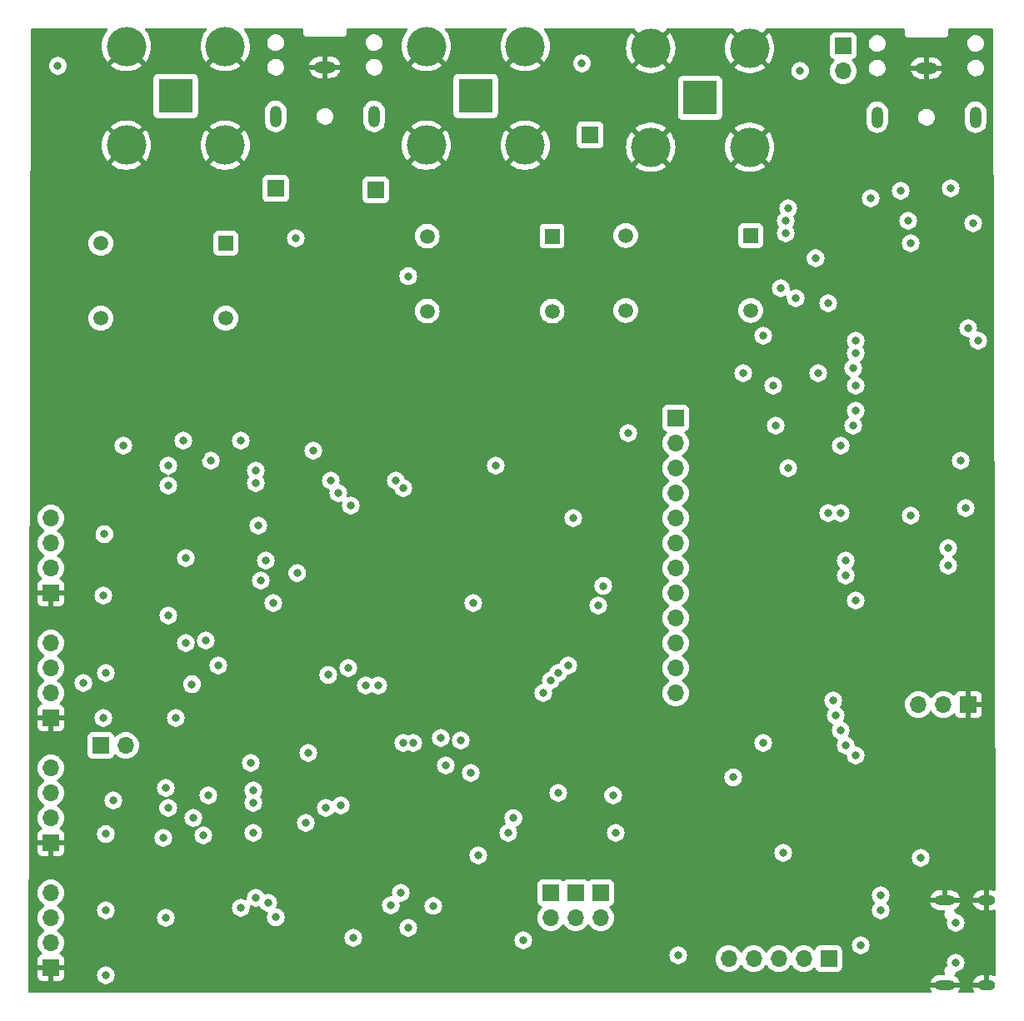
<source format=gbr>
%TF.GenerationSoftware,KiCad,Pcbnew,7.0.7*%
%TF.CreationDate,2023-10-22T01:08:48-07:00*%
%TF.ProjectId,fpaa_esp32_badge,66706161-5f65-4737-9033-325f62616467,rev?*%
%TF.SameCoordinates,Original*%
%TF.FileFunction,Copper,L3,Inr*%
%TF.FilePolarity,Positive*%
%FSLAX46Y46*%
G04 Gerber Fmt 4.6, Leading zero omitted, Abs format (unit mm)*
G04 Created by KiCad (PCBNEW 7.0.7) date 2023-10-22 01:08:48*
%MOMM*%
%LPD*%
G01*
G04 APERTURE LIST*
%TA.AperFunction,ComponentPad*%
%ADD10R,3.500000X3.500000*%
%TD*%
%TA.AperFunction,ComponentPad*%
%ADD11C,4.000000*%
%TD*%
%TA.AperFunction,ComponentPad*%
%ADD12O,2.100000X1.000000*%
%TD*%
%TA.AperFunction,ComponentPad*%
%ADD13O,1.800000X1.000000*%
%TD*%
%TA.AperFunction,ComponentPad*%
%ADD14R,1.700000X1.700000*%
%TD*%
%TA.AperFunction,ComponentPad*%
%ADD15O,1.700000X1.700000*%
%TD*%
%TA.AperFunction,ComponentPad*%
%ADD16R,1.520000X1.520000*%
%TD*%
%TA.AperFunction,ComponentPad*%
%ADD17C,1.520000*%
%TD*%
%TA.AperFunction,ComponentPad*%
%ADD18O,1.200000X2.200000*%
%TD*%
%TA.AperFunction,ComponentPad*%
%ADD19O,2.200000X1.200000*%
%TD*%
%TA.AperFunction,ViaPad*%
%ADD20C,0.800000*%
%TD*%
G04 APERTURE END LIST*
D10*
%TO.N,Net-(J18-Pin_1)*%
%TO.C,J8*%
X119380000Y-43434000D03*
D11*
%TO.N,GND*%
X114355000Y-38409000D03*
X114355000Y-48459000D03*
X124405000Y-38409000D03*
X124405000Y-48459000D03*
%TD*%
D12*
%TO.N,GND*%
%TO.C,J5*%
X167075000Y-133860000D03*
D13*
X171255000Y-133860000D03*
D12*
X167075000Y-125220000D03*
D13*
X171255000Y-125220000D03*
%TD*%
D14*
%TO.N,Net-(J21-Pin_1)*%
%TO.C,J21*%
X81280000Y-109474000D03*
D15*
%TO.N,VDDA*%
X83820000Y-109474000D03*
%TD*%
D16*
%TO.N,Net-(T10-AA)*%
%TO.C,T10*%
X127135341Y-57694783D03*
D17*
%TO.N,Net-(T10-SA)*%
X127135341Y-65314783D03*
%TO.N,Net-(T10-SB)*%
X114435341Y-65314783D03*
%TO.N,N/C*%
X114435341Y-57694783D03*
%TD*%
D16*
%TO.N,Net-(T9-AA)*%
%TO.C,T9*%
X93980000Y-58420000D03*
D17*
%TO.N,Net-(T9-SA)*%
X93980000Y-66040000D03*
%TO.N,Net-(T9-SB)*%
X81280000Y-66040000D03*
%TO.N,N/C*%
X81280000Y-58420000D03*
%TD*%
D14*
%TO.N,/esp32/SAO_SDA*%
%TO.C,J11*%
X155242752Y-131157065D03*
D15*
%TO.N,/esp32/SAO_SCK*%
X152702752Y-131157065D03*
%TO.N,/esp32/SAO_GP0*%
X150162752Y-131157065D03*
%TO.N,/esp32/SAO_GP1*%
X147622752Y-131157065D03*
%TO.N,/esp32/SAO_GP2*%
X145082752Y-131157065D03*
%TD*%
D14*
%TO.N,Net-(J14-Pin_1)*%
%TO.C,J14*%
X132080000Y-124460000D03*
D15*
%TO.N,Net-(D15-A)*%
X132080000Y-127000000D03*
%TD*%
D18*
%TO.N,Net-(J18-Pin_1)*%
%TO.C,J10*%
X109046682Y-45518434D03*
D19*
%TO.N,GND*%
X104046682Y-40518434D03*
D18*
%TO.N,Net-(J17-Pin_1)*%
X99046682Y-45518434D03*
%TD*%
D14*
%TO.N,GND*%
%TO.C,J4*%
X76200000Y-132080000D03*
D15*
%TO.N,/Baluns/I3U*%
X76200000Y-129540000D03*
%TO.N,/Baluns/I4U*%
X76200000Y-127000000D03*
%TO.N,Net-(J21-Pin_1)*%
X76200000Y-124460000D03*
%TD*%
D14*
%TO.N,Net-(J13-Pin_1)*%
%TO.C,J13*%
X129540000Y-124460000D03*
D15*
%TO.N,Net-(D14-A)*%
X129540000Y-127000000D03*
%TD*%
D14*
%TO.N,/esp32/FPAA_RESETb*%
%TO.C,J16*%
X139700000Y-76200000D03*
D15*
%TO.N,/esp32/FPAA_SO*%
X139700000Y-78740000D03*
%TO.N,/esp32/FPAA_MEMCLK*%
X139700000Y-81280000D03*
%TO.N,/esp32/FPAA_ACTIVATE*%
X139700000Y-83820000D03*
%TO.N,/esp32/FPAA_ERRb*%
X139700000Y-86360000D03*
%TO.N,/esp32/FPAA_LCCb*%
X139700000Y-88900000D03*
%TO.N,/esp32/FPAA_SI*%
X139700000Y-91440000D03*
%TO.N,Net-(J16-Pin_8)*%
X139700000Y-93980000D03*
%TO.N,/esp32/FPAA_SCLK*%
X139700000Y-96520000D03*
%TO.N,/esp32/FPAA_CS1b*%
X139700000Y-99060000D03*
%TO.N,/esp32/FPAA_CS2b*%
X139700000Y-101600000D03*
%TO.N,/esp32/FPAA_CFGFLG*%
X139700000Y-104140000D03*
%TD*%
D10*
%TO.N,Net-(J19-Pin_1)*%
%TO.C,J9*%
X142185000Y-43633000D03*
D11*
%TO.N,GND*%
X137160000Y-38608000D03*
X137160000Y-48658000D03*
X147210000Y-38608000D03*
X147210000Y-48658000D03*
%TD*%
D16*
%TO.N,Net-(T11-AA)*%
%TO.C,T11*%
X147320000Y-57628854D03*
D17*
%TO.N,Net-(T11-SA)*%
X147320000Y-65248854D03*
%TO.N,Net-(T11-SB)*%
X134620000Y-65248854D03*
%TO.N,N/C*%
X134620000Y-57628854D03*
%TD*%
D14*
%TO.N,Net-(J18-Pin_1)*%
%TO.C,J18*%
X109220000Y-52990335D03*
%TD*%
%TO.N,Net-(J12-Pin_1)*%
%TO.C,J12*%
X127000000Y-124460000D03*
D15*
%TO.N,Net-(D13-A)*%
X127000000Y-127000000D03*
%TD*%
D14*
%TO.N,GND*%
%TO.C,J22*%
X169440163Y-105307212D03*
D15*
%TO.N,/esp32/UART_TX*%
X166900163Y-105307212D03*
%TO.N,/esp32/UART_RX*%
X164360163Y-105307212D03*
%TD*%
D14*
%TO.N,Net-(J23-Pin_1)*%
%TO.C,J23*%
X156718000Y-38354000D03*
D15*
%TO.N,Net-(J23-Pin_2)*%
X156718000Y-40894000D03*
%TD*%
D14*
%TO.N,Net-(J19-Pin_1)*%
%TO.C,J19*%
X131013737Y-47386412D03*
%TD*%
%TO.N,GND*%
%TO.C,J3*%
X76200000Y-119380000D03*
D15*
%TO.N,/Baluns/O3U*%
X76200000Y-116840000D03*
%TO.N,/Baluns/O4U*%
X76200000Y-114300000D03*
%TO.N,Net-(J21-Pin_1)*%
X76200000Y-111760000D03*
%TD*%
D10*
%TO.N,Net-(J17-Pin_1)*%
%TO.C,J7*%
X88900000Y-43434000D03*
D11*
%TO.N,GND*%
X83875000Y-38409000D03*
X83875000Y-48459000D03*
X93925000Y-38409000D03*
X93925000Y-48459000D03*
%TD*%
D14*
%TO.N,GND*%
%TO.C,J2*%
X76200000Y-106680000D03*
D15*
%TO.N,/Baluns/I1U*%
X76200000Y-104140000D03*
%TO.N,/Baluns/I2U*%
X76200000Y-101600000D03*
%TO.N,VDDA*%
X76200000Y-99060000D03*
%TD*%
D14*
%TO.N,Net-(J17-Pin_1)*%
%TO.C,J17*%
X99060000Y-52851112D03*
%TD*%
%TO.N,GND*%
%TO.C,J1*%
X76200000Y-93980000D03*
D15*
%TO.N,/Baluns/O1U*%
X76200000Y-91440000D03*
%TO.N,/Baluns/O2U*%
X76200000Y-88900000D03*
%TO.N,VDDA*%
X76200000Y-86360000D03*
%TD*%
D18*
%TO.N,Net-(J23-Pin_2)*%
%TO.C,J20*%
X170172544Y-45600000D03*
D19*
%TO.N,GND*%
X165172544Y-40600000D03*
D18*
%TO.N,Net-(J23-Pin_1)*%
X160172544Y-45600000D03*
%TD*%
D20*
%TO.N,Net-(U1-VREFN)*%
X128778000Y-101346000D03*
%TO.N,Net-(U1-VMR)*%
X127762000Y-102108000D03*
%TO.N,Net-(U1-VREFP)*%
X127000000Y-102870000D03*
%TO.N,VDDA*%
X92202000Y-114554000D03*
X98806000Y-94996000D03*
X159512000Y-53848000D03*
X126238000Y-104140000D03*
X133604000Y-118364000D03*
X83566000Y-78994000D03*
X127762000Y-114300000D03*
X88900000Y-106680000D03*
X88138000Y-96266000D03*
X133345701Y-114549701D03*
X119634000Y-120650000D03*
X98298000Y-125476000D03*
X90551000Y-103251000D03*
X119126000Y-94996000D03*
X112522000Y-128016000D03*
X92456000Y-80518000D03*
X121412000Y-81026000D03*
%TO.N,+3.3V*%
X155194000Y-64516000D03*
X154178000Y-71628000D03*
X145539788Y-112725109D03*
X169164000Y-85344000D03*
X148590000Y-109220000D03*
X149860000Y-76962000D03*
X150368000Y-62992000D03*
X132334000Y-93255500D03*
X150622000Y-120396000D03*
X134874000Y-77724000D03*
X168656000Y-80518000D03*
%TO.N,GND*%
X81788000Y-90424000D03*
X139954000Y-115824000D03*
X125476000Y-114300000D03*
X131064000Y-132334000D03*
X159766000Y-56642000D03*
X166878000Y-75438000D03*
X155448000Y-123698000D03*
X164846000Y-132080000D03*
X81534000Y-116078000D03*
X87630000Y-72136000D03*
X170180000Y-59690000D03*
X152908000Y-44704000D03*
X162052000Y-93472000D03*
X131863994Y-40132000D03*
X164269531Y-94036061D03*
X81788000Y-124714000D03*
X155702000Y-51308000D03*
X140462000Y-70866000D03*
X159535399Y-66026598D03*
X85852000Y-130556000D03*
X131318000Y-43942000D03*
X161798000Y-88646000D03*
X128270000Y-106172000D03*
X99822000Y-98552000D03*
X157988000Y-56134000D03*
X107950000Y-63500000D03*
X140970000Y-55118000D03*
X165231299Y-55249299D03*
X103124000Y-72390000D03*
X113284000Y-120650000D03*
X92710000Y-130302000D03*
X91440000Y-80010000D03*
X126492000Y-87630000D03*
X85344000Y-93472000D03*
X154432000Y-73914000D03*
X91948000Y-83566000D03*
X162306000Y-123444000D03*
X78638669Y-40386000D03*
X130810000Y-103378000D03*
X111252000Y-129286000D03*
X154686000Y-41148000D03*
X160020000Y-60960000D03*
X85852000Y-112381407D03*
X166116000Y-110490000D03*
X151421500Y-123444000D03*
X170688000Y-53086000D03*
X134112000Y-96266000D03*
X169672000Y-79756000D03*
X85344000Y-101092000D03*
X85852000Y-125222000D03*
X81534000Y-86614000D03*
X92202000Y-112776000D03*
X95504000Y-96520000D03*
X121666000Y-71120000D03*
X99822000Y-62738000D03*
X171028688Y-103718688D03*
X92710000Y-116040500D03*
X157734000Y-61468000D03*
X160274000Y-52832000D03*
X85344000Y-104258000D03*
X114046000Y-128524000D03*
X171196000Y-85344000D03*
X85852000Y-118618000D03*
X92202000Y-103124000D03*
X136906000Y-116078000D03*
X98298000Y-130048000D03*
X81534000Y-99060000D03*
X107188000Y-64516000D03*
X133096000Y-92202000D03*
X81788000Y-104140000D03*
X86868000Y-103886000D03*
X85852000Y-87376000D03*
X77724000Y-44450000D03*
X154686000Y-66040000D03*
X144018000Y-116332000D03*
X117602000Y-91694000D03*
X165354000Y-126238000D03*
X155194000Y-115316000D03*
X145542000Y-110236000D03*
X166624000Y-118110000D03*
X129540000Y-104648000D03*
X81788000Y-128778000D03*
X166370000Y-57404000D03*
X152146000Y-52070000D03*
X81534000Y-112318979D03*
%TO.N,/esp32/RESET_N*%
X163576000Y-86106000D03*
X164592000Y-120904000D03*
%TO.N,+5V*%
X81534000Y-94234000D03*
X169926000Y-56388000D03*
X82550000Y-115062000D03*
X152334643Y-40894000D03*
X168148000Y-131572000D03*
X158496000Y-129794000D03*
X124206000Y-129286000D03*
X81534000Y-106680000D03*
X130163994Y-40132000D03*
X81788000Y-118480000D03*
X81788000Y-126238000D03*
X81636659Y-87990000D03*
X81788000Y-132842000D03*
X139954000Y-130810000D03*
X81788000Y-102108000D03*
X76913669Y-40386000D03*
X168148000Y-127508000D03*
%TO.N,/LEDs/RGB_DAT*%
X169418000Y-67056000D03*
X167386000Y-91186000D03*
%TO.N,/LEDs/RGB_CLK*%
X167386000Y-89408000D03*
X170434000Y-68326000D03*
%TO.N,/Baluns/O4U*%
X90678000Y-116840000D03*
X91694000Y-118618000D03*
%TO.N,/Baluns/I4U*%
X87884000Y-127000000D03*
X106934000Y-129032000D03*
%TO.N,/Baluns/I1U*%
X79502000Y-103124000D03*
%TO.N,/esp32/SD_DAT2*%
X157988000Y-68326000D03*
%TO.N,/esp32/SD_DAT3*%
X157988000Y-69596000D03*
%TO.N,/esp32/SD_CMD*%
X157734000Y-71120000D03*
%TO.N,/esp32/SD_CLK*%
X157988000Y-72898000D03*
%TO.N,/esp32/SD_DAT0*%
X157988000Y-75438000D03*
%TO.N,/esp32/SD_DAT1*%
X157734000Y-76962000D03*
%TO.N,/esp32/SD_DET*%
X156464000Y-78994000D03*
%TO.N,/esp32/SAO_SDA*%
X157988000Y-110490000D03*
%TO.N,/esp32/SAO_SCK*%
X156972000Y-109474000D03*
%TO.N,/esp32/SAO_GP0*%
X156464000Y-107950000D03*
%TO.N,/esp32/SAO_GP1*%
X155956000Y-106426000D03*
%TO.N,/esp32/SAO_GP2*%
X155702000Y-104902000D03*
%TO.N,/esp32/USB_N*%
X160528000Y-124714000D03*
X156464000Y-85852000D03*
%TO.N,/esp32/USB_P*%
X160528000Y-126238000D03*
X155194000Y-85852000D03*
%TO.N,/Baluns/I4P*%
X122682000Y-118364000D03*
%TO.N,/Baluns/I4N*%
X123203378Y-116853378D03*
%TO.N,/Baluns/I3P*%
X108204000Y-103378000D03*
%TO.N,/Baluns/I3N*%
X109474000Y-103378000D03*
%TO.N,/Baluns/I2P*%
X106426000Y-101600000D03*
%TO.N,/Baluns/I2N*%
X104394000Y-102299500D03*
%TO.N,/Baluns/I1P*%
X111252000Y-82550000D03*
%TO.N,/Baluns/I1N*%
X112014000Y-83312000D03*
%TO.N,/Baluns/O1P*%
X106680000Y-85090000D03*
%TO.N,/Baluns/O1N*%
X102870000Y-79502000D03*
%TO.N,/Jacks/IO5P*%
X112014000Y-109220000D03*
%TO.N,/Jacks/IO5N*%
X113030000Y-109220000D03*
%TO.N,/Jacks/IO6P*%
X115824000Y-108712000D03*
%TO.N,/Jacks/IO6N*%
X117856000Y-108966000D03*
%TO.N,/Jacks/IO7P*%
X116332000Y-111506000D03*
%TO.N,/Jacks/IO7N*%
X118872000Y-112268000D03*
%TO.N,Net-(T9-AA)*%
X101092000Y-57912000D03*
%TO.N,Net-(T10-AA)*%
X112522000Y-61765823D03*
%TO.N,/Baluns/O2N*%
X104648000Y-82550000D03*
%TO.N,/Baluns/O2P*%
X105410000Y-83820000D03*
%TO.N,/Baluns/O3N*%
X102362000Y-110236000D03*
%TO.N,/Baluns/O3P*%
X102108000Y-117348000D03*
%TO.N,/Baluns/O4N*%
X105664000Y-115570000D03*
%TO.N,/Baluns/O4P*%
X104140000Y-115824000D03*
%TO.N,Net-(U1-ACLK)*%
X131826000Y-95250000D03*
X129286000Y-86360000D03*
%TO.N,Net-(U5A--)*%
X87630000Y-118872000D03*
X96774000Y-115316000D03*
X88129819Y-115826680D03*
%TO.N,Net-(U5B--)*%
X87884000Y-113792000D03*
X96774000Y-114046000D03*
%TO.N,Net-(R100-Pad2)*%
X96520000Y-111252000D03*
X96774000Y-118364000D03*
%TO.N,Net-(U8--IN1)*%
X99060000Y-126945920D03*
X95504000Y-125984000D03*
%TO.N,Net-(U9--IN1)*%
X89916000Y-99060000D03*
X93218000Y-101346000D03*
%TO.N,Net-(U10--IN1)*%
X97536000Y-92710000D03*
X101244917Y-91948000D03*
%TO.N,Net-(U6A--)*%
X97028000Y-82804000D03*
X88138000Y-83058000D03*
%TO.N,Net-(U6B--)*%
X97028000Y-81534000D03*
X88138000Y-81026000D03*
%TO.N,Net-(R38-Pad2)*%
X89916000Y-90424000D03*
X89662000Y-78486000D03*
%TO.N,Net-(R63-Pad2)*%
X95504000Y-78486000D03*
X97282000Y-87122000D03*
%TO.N,Net-(U7--IN1)*%
X110744000Y-125730000D03*
X115062000Y-125790750D03*
%TO.N,Net-(U10-+IN2)*%
X98044000Y-90678000D03*
X111760000Y-124460000D03*
X97028000Y-124968000D03*
X91948000Y-98806000D03*
%TO.N,Net-(U11-OUTL)*%
X163576000Y-58420000D03*
X162560000Y-53086000D03*
%TO.N,Net-(U11-OUTR)*%
X167640000Y-52832000D03*
X163322000Y-56134000D03*
%TO.N,/DAC/I2S_FMT*%
X153919701Y-59939701D03*
X151130000Y-54864000D03*
%TO.N,/DAC/I2S_SCK*%
X149606000Y-72898000D03*
X150876000Y-56134000D03*
%TO.N,/DAC/I2S_DAT*%
X156972000Y-90678000D03*
X151130000Y-81280000D03*
%TO.N,/DAC/I2S_XSMT*%
X148590000Y-67818000D03*
X157988000Y-94742000D03*
%TO.N,/DAC/I2S_LRCK*%
X156972000Y-92202000D03*
X146558000Y-71628000D03*
%TO.N,/DAC/I2S_BCK*%
X150876000Y-57404000D03*
X151896299Y-64012299D03*
%TD*%
%TA.AperFunction,Conductor*%
%TO.N,GND*%
G36*
X81950324Y-36595685D02*
G01*
X81996079Y-36648489D01*
X82006023Y-36717647D01*
X81978829Y-36779041D01*
X81848455Y-36936635D01*
X81679903Y-37202232D01*
X81679900Y-37202238D01*
X81545965Y-37486862D01*
X81545963Y-37486867D01*
X81448755Y-37786041D01*
X81389808Y-38095050D01*
X81389807Y-38095057D01*
X81370057Y-38408994D01*
X81370057Y-38409005D01*
X81389807Y-38722942D01*
X81389808Y-38722949D01*
X81448755Y-39031958D01*
X81545963Y-39331132D01*
X81545965Y-39331137D01*
X81679900Y-39615761D01*
X81679903Y-39615767D01*
X81848457Y-39881367D01*
X81848460Y-39881371D01*
X81939286Y-39991160D01*
X83086667Y-38843778D01*
X83147990Y-38810293D01*
X83217681Y-38815277D01*
X83273615Y-38857148D01*
X83273811Y-38857411D01*
X83325756Y-38927185D01*
X83431223Y-39015683D01*
X83469925Y-39073854D01*
X83471033Y-39143715D01*
X83439198Y-39198353D01*
X82289971Y-40347579D01*
X82289972Y-40347581D01*
X82532772Y-40523985D01*
X82532790Y-40523996D01*
X82808447Y-40675540D01*
X82808455Y-40675544D01*
X83100926Y-40791340D01*
X83405620Y-40869573D01*
X83405629Y-40869575D01*
X83717701Y-40908999D01*
X83717715Y-40909000D01*
X84032285Y-40909000D01*
X84032298Y-40908999D01*
X84344370Y-40869575D01*
X84344379Y-40869573D01*
X84649073Y-40791340D01*
X84941544Y-40675544D01*
X84941552Y-40675540D01*
X85217209Y-40523996D01*
X85217219Y-40523990D01*
X85460026Y-40347579D01*
X85460027Y-40347579D01*
X84310875Y-39198428D01*
X84277390Y-39137105D01*
X84282374Y-39067413D01*
X84324246Y-39011480D01*
X84330398Y-39007159D01*
X84360373Y-38987445D01*
X84480688Y-38859918D01*
X84480687Y-38859918D01*
X84485645Y-38854664D01*
X84486842Y-38855793D01*
X84535629Y-38819052D01*
X84605306Y-38813866D01*
X84666726Y-38847173D01*
X84666980Y-38847427D01*
X85810712Y-39991160D01*
X85901544Y-39881364D01*
X86070096Y-39615767D01*
X86070099Y-39615761D01*
X86204034Y-39331137D01*
X86204036Y-39331132D01*
X86301244Y-39031958D01*
X86360191Y-38722949D01*
X86360192Y-38722942D01*
X86379943Y-38409005D01*
X86379943Y-38408994D01*
X86360192Y-38095057D01*
X86360191Y-38095050D01*
X86301244Y-37786041D01*
X86204036Y-37486867D01*
X86204034Y-37486862D01*
X86070099Y-37202238D01*
X86070096Y-37202232D01*
X85901544Y-36936635D01*
X85771171Y-36779041D01*
X85743606Y-36714838D01*
X85755127Y-36645925D01*
X85802076Y-36594180D01*
X85866715Y-36576000D01*
X91933285Y-36576000D01*
X92000324Y-36595685D01*
X92046079Y-36648489D01*
X92056023Y-36717647D01*
X92028829Y-36779041D01*
X91898455Y-36936635D01*
X91729903Y-37202232D01*
X91729900Y-37202238D01*
X91595965Y-37486862D01*
X91595963Y-37486867D01*
X91498755Y-37786041D01*
X91439808Y-38095050D01*
X91439807Y-38095057D01*
X91420057Y-38408994D01*
X91420057Y-38409005D01*
X91439807Y-38722942D01*
X91439808Y-38722949D01*
X91498755Y-39031958D01*
X91595963Y-39331132D01*
X91595965Y-39331137D01*
X91729900Y-39615761D01*
X91729903Y-39615767D01*
X91898457Y-39881367D01*
X91898460Y-39881371D01*
X91989286Y-39991160D01*
X93136667Y-38843778D01*
X93197990Y-38810293D01*
X93267681Y-38815277D01*
X93323615Y-38857148D01*
X93323811Y-38857411D01*
X93375756Y-38927185D01*
X93481223Y-39015683D01*
X93519925Y-39073854D01*
X93521033Y-39143715D01*
X93489198Y-39198353D01*
X92339971Y-40347579D01*
X92339972Y-40347581D01*
X92582772Y-40523985D01*
X92582790Y-40523996D01*
X92858447Y-40675540D01*
X92858455Y-40675544D01*
X93150926Y-40791340D01*
X93455620Y-40869573D01*
X93455629Y-40869575D01*
X93767701Y-40908999D01*
X93767715Y-40909000D01*
X94082285Y-40909000D01*
X94082298Y-40908999D01*
X94394370Y-40869575D01*
X94394379Y-40869573D01*
X94699073Y-40791340D01*
X94991544Y-40675544D01*
X94991552Y-40675540D01*
X95267209Y-40523996D01*
X95267219Y-40523990D01*
X95338613Y-40472119D01*
X98192422Y-40472119D01*
X98202437Y-40656840D01*
X98202437Y-40656845D01*
X98251926Y-40835090D01*
X98251929Y-40835096D01*
X98338580Y-40998536D01*
X98449744Y-41129408D01*
X98458345Y-41139534D01*
X98605618Y-41251488D01*
X98773515Y-41329166D01*
X98773516Y-41329166D01*
X98773518Y-41329167D01*
X98828330Y-41341231D01*
X98954185Y-41368934D01*
X98954188Y-41368934D01*
X99092789Y-41368934D01*
X99092795Y-41368934D01*
X99230592Y-41353948D01*
X99405903Y-41294878D01*
X99564418Y-41199504D01*
X99698723Y-41072283D01*
X99802540Y-40919164D01*
X99803741Y-40916151D01*
X99847918Y-40805273D01*
X99871013Y-40747309D01*
X99900942Y-40564751D01*
X99890927Y-40380027D01*
X99890169Y-40377296D01*
X99859944Y-40268434D01*
X102471314Y-40268434D01*
X103247748Y-40268434D01*
X103314787Y-40288119D01*
X103360542Y-40340923D01*
X103370486Y-40410081D01*
X103359467Y-40446237D01*
X103346682Y-40472783D01*
X103346681Y-40472784D01*
X103346681Y-40564083D01*
X103346682Y-40564084D01*
X103359467Y-40590631D01*
X103370820Y-40659572D01*
X103343099Y-40723707D01*
X103285104Y-40762673D01*
X103247748Y-40768434D01*
X102475424Y-40768434D01*
X102502452Y-40879843D01*
X102589722Y-41070941D01*
X102711571Y-41242053D01*
X102711577Y-41242059D01*
X102863614Y-41387026D01*
X103040339Y-41500600D01*
X103235367Y-41578678D01*
X103441644Y-41618434D01*
X103796682Y-41618434D01*
X103796682Y-40842434D01*
X103816367Y-40775395D01*
X103869171Y-40729640D01*
X103920682Y-40718434D01*
X104172682Y-40718434D01*
X104239721Y-40738119D01*
X104285476Y-40790923D01*
X104296682Y-40842434D01*
X104296681Y-41618433D01*
X104296682Y-41618434D01*
X104599080Y-41618434D01*
X104755804Y-41603468D01*
X104755808Y-41603467D01*
X104957368Y-41544284D01*
X105144096Y-41448020D01*
X105309219Y-41318165D01*
X105309222Y-41318162D01*
X105446787Y-41159403D01*
X105446796Y-41159392D01*
X105551826Y-40977473D01*
X105551829Y-40977466D01*
X105620537Y-40778951D01*
X105620537Y-40778949D01*
X105622050Y-40768434D01*
X104845616Y-40768434D01*
X104778577Y-40748749D01*
X104732822Y-40695945D01*
X104722878Y-40626787D01*
X104733897Y-40590631D01*
X104746360Y-40564751D01*
X104746682Y-40564083D01*
X104746682Y-40472785D01*
X104746361Y-40472119D01*
X108192422Y-40472119D01*
X108202437Y-40656840D01*
X108202437Y-40656845D01*
X108251926Y-40835090D01*
X108251929Y-40835096D01*
X108338580Y-40998536D01*
X108449744Y-41129408D01*
X108458345Y-41139534D01*
X108605618Y-41251488D01*
X108773515Y-41329166D01*
X108773516Y-41329166D01*
X108773518Y-41329167D01*
X108828330Y-41341231D01*
X108954185Y-41368934D01*
X108954188Y-41368934D01*
X109092789Y-41368934D01*
X109092795Y-41368934D01*
X109230592Y-41353948D01*
X109405903Y-41294878D01*
X109564418Y-41199504D01*
X109698723Y-41072283D01*
X109802540Y-40919164D01*
X109803741Y-40916151D01*
X109847918Y-40805273D01*
X109871013Y-40747309D01*
X109900942Y-40564751D01*
X109890927Y-40380027D01*
X109890169Y-40377296D01*
X109841437Y-40201777D01*
X109841434Y-40201771D01*
X109754783Y-40038331D01*
X109635019Y-39897334D01*
X109607454Y-39876380D01*
X109487746Y-39785380D01*
X109319849Y-39707702D01*
X109319845Y-39707700D01*
X109139179Y-39667934D01*
X109000569Y-39667934D01*
X109000565Y-39667934D01*
X108862770Y-39682920D01*
X108687458Y-39741991D01*
X108687456Y-39741992D01*
X108528944Y-39837365D01*
X108528943Y-39837366D01*
X108394641Y-39964583D01*
X108290820Y-40117710D01*
X108222351Y-40289556D01*
X108204393Y-40399093D01*
X108194148Y-40461593D01*
X108192422Y-40472119D01*
X104746361Y-40472119D01*
X104733897Y-40446237D01*
X104722544Y-40377296D01*
X104750265Y-40313161D01*
X104808260Y-40274195D01*
X104845616Y-40268434D01*
X105617939Y-40268434D01*
X105590911Y-40157024D01*
X105503641Y-39965926D01*
X105381792Y-39794814D01*
X105381786Y-39794808D01*
X105229749Y-39649841D01*
X105053024Y-39536267D01*
X104857996Y-39458189D01*
X104651720Y-39418434D01*
X104296682Y-39418434D01*
X104296682Y-40194434D01*
X104276997Y-40261473D01*
X104224193Y-40307228D01*
X104172682Y-40318434D01*
X103920682Y-40318434D01*
X103853643Y-40298749D01*
X103807888Y-40245945D01*
X103796682Y-40194434D01*
X103796682Y-39418434D01*
X103494284Y-39418434D01*
X103337559Y-39433399D01*
X103337555Y-39433400D01*
X103135995Y-39492583D01*
X102949267Y-39588847D01*
X102784144Y-39718702D01*
X102784141Y-39718705D01*
X102646576Y-39877464D01*
X102646567Y-39877475D01*
X102541537Y-40059394D01*
X102541534Y-40059401D01*
X102472826Y-40257916D01*
X102472826Y-40257918D01*
X102471314Y-40268434D01*
X99859944Y-40268434D01*
X99841437Y-40201777D01*
X99841434Y-40201771D01*
X99754783Y-40038331D01*
X99635019Y-39897334D01*
X99607454Y-39876380D01*
X99487746Y-39785380D01*
X99319849Y-39707702D01*
X99319845Y-39707700D01*
X99139179Y-39667934D01*
X99000569Y-39667934D01*
X99000565Y-39667934D01*
X98862770Y-39682920D01*
X98687458Y-39741991D01*
X98687456Y-39741992D01*
X98528944Y-39837365D01*
X98528943Y-39837366D01*
X98394641Y-39964583D01*
X98290820Y-40117710D01*
X98222351Y-40289556D01*
X98204393Y-40399093D01*
X98194148Y-40461593D01*
X98192422Y-40472119D01*
X95338613Y-40472119D01*
X95510026Y-40347579D01*
X95510027Y-40347579D01*
X94360875Y-39198428D01*
X94327390Y-39137105D01*
X94332374Y-39067413D01*
X94374246Y-39011480D01*
X94380398Y-39007159D01*
X94410373Y-38987445D01*
X94530688Y-38859918D01*
X94530687Y-38859918D01*
X94535645Y-38854664D01*
X94536842Y-38855793D01*
X94585629Y-38819052D01*
X94655306Y-38813866D01*
X94716726Y-38847173D01*
X94716980Y-38847427D01*
X95860712Y-39991160D01*
X95951544Y-39881364D01*
X96120096Y-39615767D01*
X96120099Y-39615761D01*
X96254034Y-39331137D01*
X96254036Y-39331132D01*
X96351244Y-39031958D01*
X96410191Y-38722949D01*
X96410192Y-38722942D01*
X96429943Y-38409005D01*
X96429943Y-38408994D01*
X96410192Y-38095057D01*
X96410191Y-38095050D01*
X96386741Y-37972119D01*
X98192422Y-37972119D01*
X98202437Y-38156840D01*
X98202437Y-38156845D01*
X98251926Y-38335090D01*
X98251929Y-38335096D01*
X98338580Y-38498536D01*
X98401222Y-38572284D01*
X98458345Y-38639534D01*
X98605618Y-38751488D01*
X98773515Y-38829166D01*
X98773516Y-38829166D01*
X98773518Y-38829167D01*
X98828330Y-38841231D01*
X98954185Y-38868934D01*
X98954188Y-38868934D01*
X99092789Y-38868934D01*
X99092795Y-38868934D01*
X99230592Y-38853948D01*
X99405903Y-38794878D01*
X99564418Y-38699504D01*
X99698723Y-38572283D01*
X99802540Y-38419164D01*
X99871013Y-38247309D01*
X99900942Y-38064751D01*
X99895920Y-37972119D01*
X108192422Y-37972119D01*
X108202437Y-38156840D01*
X108202437Y-38156845D01*
X108251926Y-38335090D01*
X108251929Y-38335096D01*
X108338580Y-38498536D01*
X108401222Y-38572284D01*
X108458345Y-38639534D01*
X108605618Y-38751488D01*
X108773515Y-38829166D01*
X108773516Y-38829166D01*
X108773518Y-38829167D01*
X108828330Y-38841231D01*
X108954185Y-38868934D01*
X108954188Y-38868934D01*
X109092789Y-38868934D01*
X109092795Y-38868934D01*
X109230592Y-38853948D01*
X109405903Y-38794878D01*
X109564418Y-38699504D01*
X109698723Y-38572283D01*
X109802540Y-38419164D01*
X109871013Y-38247309D01*
X109900942Y-38064751D01*
X109890927Y-37880027D01*
X109889045Y-37873248D01*
X109841437Y-37701777D01*
X109841434Y-37701771D01*
X109754783Y-37538331D01*
X109635019Y-37397334D01*
X109599876Y-37370619D01*
X109487746Y-37285380D01*
X109319849Y-37207702D01*
X109319845Y-37207700D01*
X109139179Y-37167934D01*
X109000569Y-37167934D01*
X109000565Y-37167934D01*
X108862770Y-37182920D01*
X108687458Y-37241991D01*
X108687456Y-37241992D01*
X108528944Y-37337365D01*
X108528943Y-37337366D01*
X108394641Y-37464583D01*
X108290820Y-37617710D01*
X108222351Y-37789556D01*
X108208979Y-37871122D01*
X108194148Y-37961593D01*
X108192422Y-37972119D01*
X99895920Y-37972119D01*
X99890927Y-37880027D01*
X99889045Y-37873248D01*
X99841437Y-37701777D01*
X99841434Y-37701771D01*
X99754783Y-37538331D01*
X99635019Y-37397334D01*
X99599876Y-37370619D01*
X99487746Y-37285380D01*
X99319849Y-37207702D01*
X99319845Y-37207700D01*
X99139179Y-37167934D01*
X99000569Y-37167934D01*
X99000565Y-37167934D01*
X98862770Y-37182920D01*
X98687458Y-37241991D01*
X98687456Y-37241992D01*
X98528944Y-37337365D01*
X98528943Y-37337366D01*
X98394641Y-37464583D01*
X98290820Y-37617710D01*
X98222351Y-37789556D01*
X98208979Y-37871122D01*
X98194148Y-37961593D01*
X98192422Y-37972119D01*
X96386741Y-37972119D01*
X96351244Y-37786041D01*
X96254036Y-37486867D01*
X96254034Y-37486862D01*
X96120099Y-37202238D01*
X96120096Y-37202232D01*
X95951544Y-36936635D01*
X95821171Y-36779041D01*
X95793606Y-36714838D01*
X95805127Y-36645925D01*
X95852076Y-36594180D01*
X95916715Y-36576000D01*
X101722182Y-36576000D01*
X101789221Y-36595685D01*
X101834976Y-36648489D01*
X101846182Y-36700000D01*
X101846182Y-36967057D01*
X101846162Y-36967125D01*
X101846170Y-37071161D01*
X101846170Y-37071163D01*
X101873470Y-37173020D01*
X101926197Y-37264337D01*
X101926198Y-37264338D01*
X101926201Y-37264343D01*
X102000769Y-37338909D01*
X102092095Y-37391636D01*
X102193955Y-37418932D01*
X102221916Y-37418932D01*
X102221922Y-37418934D01*
X102246583Y-37418934D01*
X105858697Y-37418934D01*
X105859212Y-37418882D01*
X105899405Y-37418885D01*
X105899409Y-37418884D01*
X105899410Y-37418884D01*
X105965301Y-37401232D01*
X106001260Y-37391599D01*
X106092582Y-37338881D01*
X106167149Y-37264324D01*
X106219878Y-37173008D01*
X106247178Y-37071157D01*
X106247182Y-37018434D01*
X106247182Y-37017934D01*
X106247182Y-36699999D01*
X106266867Y-36632961D01*
X106319671Y-36587206D01*
X106371182Y-36576000D01*
X112363285Y-36576000D01*
X112430324Y-36595685D01*
X112476079Y-36648489D01*
X112486023Y-36717647D01*
X112458829Y-36779041D01*
X112328455Y-36936635D01*
X112159903Y-37202232D01*
X112159900Y-37202238D01*
X112025965Y-37486862D01*
X112025963Y-37486867D01*
X111928755Y-37786041D01*
X111869808Y-38095050D01*
X111869807Y-38095057D01*
X111850057Y-38408994D01*
X111850057Y-38409005D01*
X111869807Y-38722942D01*
X111869808Y-38722949D01*
X111928755Y-39031958D01*
X112025963Y-39331132D01*
X112025965Y-39331137D01*
X112159900Y-39615761D01*
X112159903Y-39615767D01*
X112328457Y-39881367D01*
X112328460Y-39881371D01*
X112419286Y-39991160D01*
X113494476Y-38915969D01*
X113555799Y-38882484D01*
X113625490Y-38887468D01*
X113676664Y-38923373D01*
X113767009Y-39029735D01*
X113825046Y-39073854D01*
X113836189Y-39082324D01*
X113877646Y-39138565D01*
X113882116Y-39208292D01*
X113848829Y-39268721D01*
X112769971Y-40347579D01*
X112769972Y-40347581D01*
X113012772Y-40523985D01*
X113012790Y-40523996D01*
X113288447Y-40675540D01*
X113288455Y-40675544D01*
X113580926Y-40791340D01*
X113885620Y-40869573D01*
X113885629Y-40869575D01*
X114197701Y-40908999D01*
X114197715Y-40909000D01*
X114512285Y-40909000D01*
X114512298Y-40908999D01*
X114824370Y-40869575D01*
X114824379Y-40869573D01*
X115129073Y-40791340D01*
X115421544Y-40675544D01*
X115421552Y-40675540D01*
X115697209Y-40523996D01*
X115697219Y-40523990D01*
X115940026Y-40347579D01*
X115940027Y-40347579D01*
X114864746Y-39272299D01*
X114831261Y-39210976D01*
X114836245Y-39141284D01*
X114869586Y-39096442D01*
X114867550Y-39094292D01*
X114872429Y-39089669D01*
X114872431Y-39089669D01*
X115006658Y-38962523D01*
X115025652Y-38934507D01*
X115079563Y-38890068D01*
X115148945Y-38881828D01*
X115211768Y-38912408D01*
X115215966Y-38916414D01*
X116290712Y-39991160D01*
X116381544Y-39881364D01*
X116550096Y-39615767D01*
X116550099Y-39615761D01*
X116684034Y-39331137D01*
X116684036Y-39331132D01*
X116781244Y-39031958D01*
X116840191Y-38722949D01*
X116840192Y-38722942D01*
X116859943Y-38409005D01*
X116859943Y-38408994D01*
X116840192Y-38095057D01*
X116840191Y-38095050D01*
X116781244Y-37786041D01*
X116684036Y-37486867D01*
X116684034Y-37486862D01*
X116550099Y-37202238D01*
X116550096Y-37202232D01*
X116381544Y-36936635D01*
X116251171Y-36779041D01*
X116223606Y-36714838D01*
X116235127Y-36645925D01*
X116282076Y-36594180D01*
X116346715Y-36576000D01*
X122413285Y-36576000D01*
X122480324Y-36595685D01*
X122526079Y-36648489D01*
X122536023Y-36717647D01*
X122508829Y-36779041D01*
X122378455Y-36936635D01*
X122209903Y-37202232D01*
X122209900Y-37202238D01*
X122075965Y-37486862D01*
X122075963Y-37486867D01*
X121978755Y-37786041D01*
X121919808Y-38095050D01*
X121919807Y-38095057D01*
X121900056Y-38408994D01*
X121900056Y-38409005D01*
X121919807Y-38722942D01*
X121919808Y-38722949D01*
X121978755Y-39031958D01*
X122075963Y-39331132D01*
X122075965Y-39331137D01*
X122209900Y-39615761D01*
X122209903Y-39615767D01*
X122378457Y-39881367D01*
X122378460Y-39881371D01*
X122469286Y-39991160D01*
X123544476Y-38915969D01*
X123605799Y-38882484D01*
X123675490Y-38887468D01*
X123726664Y-38923373D01*
X123817009Y-39029735D01*
X123875046Y-39073854D01*
X123886189Y-39082324D01*
X123927646Y-39138565D01*
X123932116Y-39208292D01*
X123898829Y-39268721D01*
X122819971Y-40347579D01*
X122819972Y-40347581D01*
X123062772Y-40523985D01*
X123062790Y-40523996D01*
X123338447Y-40675540D01*
X123338455Y-40675544D01*
X123630926Y-40791340D01*
X123935620Y-40869573D01*
X123935629Y-40869575D01*
X124247701Y-40908999D01*
X124247715Y-40909000D01*
X124562285Y-40909000D01*
X124562298Y-40908999D01*
X124874370Y-40869575D01*
X124874379Y-40869573D01*
X125179073Y-40791340D01*
X125471544Y-40675544D01*
X125471552Y-40675540D01*
X125747209Y-40523996D01*
X125747219Y-40523990D01*
X125990026Y-40347579D01*
X125990027Y-40347579D01*
X125774448Y-40132000D01*
X129258534Y-40132000D01*
X129278320Y-40320256D01*
X129278321Y-40320259D01*
X129336812Y-40500277D01*
X129336815Y-40500284D01*
X129431461Y-40664216D01*
X129534769Y-40778951D01*
X129558123Y-40804888D01*
X129711259Y-40916148D01*
X129711264Y-40916151D01*
X129884186Y-40993142D01*
X129884191Y-40993144D01*
X130069348Y-41032500D01*
X130069349Y-41032500D01*
X130258638Y-41032500D01*
X130258640Y-41032500D01*
X130443797Y-40993144D01*
X130616724Y-40916151D01*
X130769865Y-40804888D01*
X130896527Y-40664216D01*
X130991173Y-40500284D01*
X131049668Y-40320256D01*
X131069454Y-40132000D01*
X131049668Y-39943744D01*
X130991173Y-39763716D01*
X130896527Y-39599784D01*
X130769865Y-39459112D01*
X130752279Y-39446335D01*
X130616728Y-39347851D01*
X130616723Y-39347848D01*
X130443801Y-39270857D01*
X130443796Y-39270855D01*
X130293370Y-39238882D01*
X130258640Y-39231500D01*
X130069348Y-39231500D01*
X130036891Y-39238398D01*
X129884191Y-39270855D01*
X129884186Y-39270857D01*
X129711264Y-39347848D01*
X129711259Y-39347851D01*
X129558123Y-39459111D01*
X129431460Y-39599785D01*
X129336815Y-39763715D01*
X129336812Y-39763722D01*
X129286382Y-39918931D01*
X129278320Y-39943744D01*
X129268954Y-40032856D01*
X129260037Y-40117704D01*
X129258534Y-40132000D01*
X125774448Y-40132000D01*
X124914746Y-39272299D01*
X124881261Y-39210976D01*
X124886245Y-39141284D01*
X124919586Y-39096442D01*
X124917550Y-39094292D01*
X124922429Y-39089669D01*
X124922431Y-39089669D01*
X125056658Y-38962523D01*
X125075652Y-38934507D01*
X125129563Y-38890068D01*
X125198945Y-38881828D01*
X125261768Y-38912408D01*
X125265966Y-38916414D01*
X126340712Y-39991160D01*
X126431544Y-39881364D01*
X126600096Y-39615767D01*
X126600099Y-39615761D01*
X126734034Y-39331137D01*
X126734036Y-39331132D01*
X126831244Y-39031958D01*
X126890191Y-38722949D01*
X126890192Y-38722942D01*
X126909943Y-38409005D01*
X126909943Y-38408994D01*
X126890192Y-38095057D01*
X126890191Y-38095050D01*
X126831244Y-37786041D01*
X126734036Y-37486867D01*
X126734034Y-37486862D01*
X126600099Y-37202238D01*
X126600096Y-37202232D01*
X126431544Y-36936635D01*
X126301171Y-36779041D01*
X126273606Y-36714838D01*
X126285127Y-36645925D01*
X126332076Y-36594180D01*
X126396715Y-36576000D01*
X135448182Y-36576000D01*
X135515221Y-36595685D01*
X135560976Y-36648489D01*
X135562464Y-36656911D01*
X136724124Y-37818571D01*
X136757609Y-37879894D01*
X136752625Y-37949586D01*
X136710753Y-38005519D01*
X136704583Y-38009852D01*
X136674627Y-38029554D01*
X136549355Y-38162335D01*
X136548163Y-38161210D01*
X136499324Y-38197962D01*
X136429646Y-38203122D01*
X136368238Y-38169791D01*
X136368018Y-38169571D01*
X135224286Y-37025838D01*
X135224285Y-37025838D01*
X135133459Y-37135629D01*
X135133457Y-37135632D01*
X134964903Y-37401232D01*
X134964900Y-37401238D01*
X134830965Y-37685862D01*
X134830963Y-37685867D01*
X134733755Y-37985041D01*
X134674808Y-38294050D01*
X134674807Y-38294057D01*
X134655057Y-38607994D01*
X134655057Y-38608005D01*
X134674807Y-38921942D01*
X134674808Y-38921949D01*
X134733755Y-39230958D01*
X134830963Y-39530132D01*
X134830965Y-39530137D01*
X134964900Y-39814761D01*
X134964903Y-39814767D01*
X135133457Y-40080367D01*
X135133460Y-40080371D01*
X135224286Y-40190160D01*
X136371667Y-39042778D01*
X136432990Y-39009293D01*
X136502681Y-39014277D01*
X136558615Y-39056148D01*
X136558811Y-39056411D01*
X136610756Y-39126185D01*
X136716223Y-39214683D01*
X136754925Y-39272854D01*
X136756033Y-39342715D01*
X136724198Y-39397353D01*
X135574971Y-40546579D01*
X135574972Y-40546581D01*
X135817772Y-40722985D01*
X135817790Y-40722996D01*
X136093447Y-40874540D01*
X136093455Y-40874544D01*
X136385926Y-40990340D01*
X136690620Y-41068573D01*
X136690629Y-41068575D01*
X137002701Y-41107999D01*
X137002715Y-41108000D01*
X137317285Y-41108000D01*
X137317298Y-41107999D01*
X137629370Y-41068575D01*
X137629379Y-41068573D01*
X137934073Y-40990340D01*
X138226544Y-40874544D01*
X138226552Y-40874540D01*
X138502209Y-40722996D01*
X138502219Y-40722990D01*
X138745026Y-40546579D01*
X138745027Y-40546579D01*
X137595875Y-39397428D01*
X137562390Y-39336105D01*
X137567374Y-39266413D01*
X137609246Y-39210480D01*
X137615398Y-39206159D01*
X137645373Y-39186445D01*
X137765688Y-39058918D01*
X137765687Y-39058918D01*
X137770645Y-39053664D01*
X137771842Y-39054793D01*
X137820629Y-39018052D01*
X137890306Y-39012866D01*
X137951726Y-39046173D01*
X137951980Y-39046427D01*
X139095712Y-40190160D01*
X139186544Y-40080364D01*
X139355096Y-39814767D01*
X139355099Y-39814761D01*
X139489034Y-39530137D01*
X139489036Y-39530132D01*
X139586244Y-39230958D01*
X139645191Y-38921949D01*
X139645192Y-38921942D01*
X139664943Y-38608005D01*
X139664943Y-38607994D01*
X139645192Y-38294057D01*
X139645191Y-38294050D01*
X139586244Y-37985041D01*
X139489036Y-37685867D01*
X139489034Y-37685862D01*
X139355099Y-37401238D01*
X139355096Y-37401232D01*
X139186542Y-37135632D01*
X139186539Y-37135628D01*
X139095712Y-37025838D01*
X137948331Y-38173220D01*
X137887008Y-38206705D01*
X137817316Y-38201721D01*
X137761383Y-38159849D01*
X137761291Y-38159726D01*
X137709244Y-38089815D01*
X137679371Y-38064748D01*
X137603775Y-38001315D01*
X137565073Y-37943143D01*
X137563965Y-37873283D01*
X137595800Y-37818645D01*
X138759761Y-36654685D01*
X138762562Y-36641354D01*
X138811612Y-36591596D01*
X138871817Y-36576000D01*
X145498182Y-36576000D01*
X145565221Y-36595685D01*
X145610976Y-36648489D01*
X145612464Y-36656911D01*
X146774124Y-37818571D01*
X146807609Y-37879894D01*
X146802625Y-37949586D01*
X146760753Y-38005519D01*
X146754583Y-38009852D01*
X146724627Y-38029554D01*
X146599355Y-38162335D01*
X146598163Y-38161210D01*
X146549324Y-38197962D01*
X146479646Y-38203122D01*
X146418238Y-38169791D01*
X146418018Y-38169571D01*
X145274286Y-37025838D01*
X145274285Y-37025838D01*
X145183459Y-37135629D01*
X145183457Y-37135632D01*
X145014903Y-37401232D01*
X145014900Y-37401238D01*
X144880965Y-37685862D01*
X144880963Y-37685867D01*
X144783755Y-37985041D01*
X144724808Y-38294050D01*
X144724807Y-38294057D01*
X144705057Y-38607994D01*
X144705057Y-38608005D01*
X144724807Y-38921942D01*
X144724808Y-38921949D01*
X144783755Y-39230958D01*
X144880963Y-39530132D01*
X144880965Y-39530137D01*
X145014900Y-39814761D01*
X145014903Y-39814767D01*
X145183457Y-40080367D01*
X145183460Y-40080371D01*
X145274286Y-40190160D01*
X146421667Y-39042778D01*
X146482990Y-39009293D01*
X146552681Y-39014277D01*
X146608615Y-39056148D01*
X146608811Y-39056411D01*
X146660756Y-39126185D01*
X146766223Y-39214683D01*
X146804925Y-39272854D01*
X146806033Y-39342715D01*
X146774198Y-39397353D01*
X145624971Y-40546579D01*
X145624972Y-40546581D01*
X145867772Y-40722985D01*
X145867790Y-40722996D01*
X146143447Y-40874540D01*
X146143455Y-40874544D01*
X146435926Y-40990340D01*
X146740620Y-41068573D01*
X146740629Y-41068575D01*
X147052701Y-41107999D01*
X147052715Y-41108000D01*
X147367285Y-41108000D01*
X147367298Y-41107999D01*
X147679370Y-41068575D01*
X147679379Y-41068573D01*
X147984073Y-40990340D01*
X148227403Y-40894000D01*
X151429183Y-40894000D01*
X151448969Y-41082256D01*
X151448970Y-41082259D01*
X151507461Y-41262277D01*
X151507464Y-41262284D01*
X151602110Y-41426216D01*
X151695185Y-41529586D01*
X151728772Y-41566888D01*
X151881908Y-41678148D01*
X151881913Y-41678151D01*
X152054835Y-41755142D01*
X152054840Y-41755144D01*
X152239997Y-41794500D01*
X152239998Y-41794500D01*
X152429287Y-41794500D01*
X152429289Y-41794500D01*
X152614446Y-41755144D01*
X152787373Y-41678151D01*
X152940514Y-41566888D01*
X153067176Y-41426216D01*
X153161822Y-41262284D01*
X153220317Y-41082256D01*
X153240103Y-40894000D01*
X155362341Y-40894000D01*
X155382936Y-41129403D01*
X155382938Y-41129413D01*
X155444094Y-41357655D01*
X155444096Y-41357659D01*
X155444097Y-41357663D01*
X155522340Y-41525455D01*
X155543965Y-41571830D01*
X155543967Y-41571834D01*
X155623231Y-41685034D01*
X155679505Y-41765401D01*
X155846599Y-41932495D01*
X155943384Y-42000264D01*
X156040165Y-42068032D01*
X156040167Y-42068033D01*
X156040170Y-42068035D01*
X156254337Y-42167903D01*
X156482592Y-42229063D01*
X156670918Y-42245539D01*
X156717999Y-42249659D01*
X156718000Y-42249659D01*
X156718001Y-42249659D01*
X156757234Y-42246226D01*
X156953408Y-42229063D01*
X157181663Y-42167903D01*
X157395830Y-42068035D01*
X157589401Y-41932495D01*
X157756495Y-41765401D01*
X157892035Y-41571830D01*
X157991903Y-41357663D01*
X158053063Y-41129408D01*
X158073659Y-40894000D01*
X158053063Y-40658592D01*
X158024954Y-40553685D01*
X159318284Y-40553685D01*
X159320287Y-40590631D01*
X159327463Y-40722996D01*
X159328299Y-40738406D01*
X159328299Y-40738411D01*
X159377788Y-40916656D01*
X159377791Y-40916662D01*
X159464442Y-41080102D01*
X159565863Y-41199504D01*
X159584207Y-41221100D01*
X159731480Y-41333054D01*
X159899377Y-41410732D01*
X159899378Y-41410732D01*
X159899380Y-41410733D01*
X159954192Y-41422797D01*
X160080047Y-41450500D01*
X160080050Y-41450500D01*
X160218651Y-41450500D01*
X160218657Y-41450500D01*
X160356454Y-41435514D01*
X160531765Y-41376444D01*
X160690280Y-41281070D01*
X160824585Y-41153849D01*
X160928402Y-41000730D01*
X160929276Y-40998538D01*
X160970927Y-40893999D01*
X160996875Y-40828875D01*
X161026804Y-40646317D01*
X161016789Y-40461593D01*
X161016031Y-40458862D01*
X160985806Y-40350000D01*
X163597176Y-40350000D01*
X164373610Y-40350000D01*
X164440649Y-40369685D01*
X164486404Y-40422489D01*
X164496348Y-40491647D01*
X164485329Y-40527803D01*
X164472544Y-40554349D01*
X164472544Y-40645650D01*
X164485329Y-40672197D01*
X164496682Y-40741138D01*
X164468961Y-40805273D01*
X164410966Y-40844239D01*
X164373610Y-40850000D01*
X163601286Y-40850000D01*
X163628314Y-40961409D01*
X163715584Y-41152507D01*
X163837433Y-41323619D01*
X163837439Y-41323625D01*
X163989476Y-41468592D01*
X164166201Y-41582166D01*
X164361229Y-41660244D01*
X164567506Y-41700000D01*
X164922544Y-41700000D01*
X164922544Y-40924000D01*
X164942229Y-40856961D01*
X164995033Y-40811206D01*
X165046544Y-40800000D01*
X165298544Y-40800000D01*
X165365583Y-40819685D01*
X165411338Y-40872489D01*
X165422544Y-40924000D01*
X165422544Y-41700000D01*
X165724942Y-41700000D01*
X165881666Y-41685034D01*
X165881670Y-41685033D01*
X166083230Y-41625850D01*
X166269958Y-41529586D01*
X166435081Y-41399731D01*
X166435084Y-41399728D01*
X166572649Y-41240969D01*
X166572658Y-41240958D01*
X166677688Y-41059039D01*
X166677691Y-41059032D01*
X166746399Y-40860517D01*
X166746399Y-40860515D01*
X166747912Y-40850000D01*
X165971478Y-40850000D01*
X165904439Y-40830315D01*
X165858684Y-40777511D01*
X165848740Y-40708353D01*
X165859759Y-40672197D01*
X165867154Y-40656841D01*
X165872544Y-40645649D01*
X165872544Y-40554351D01*
X165872223Y-40553685D01*
X169318284Y-40553685D01*
X169320287Y-40590631D01*
X169327463Y-40722996D01*
X169328299Y-40738406D01*
X169328299Y-40738411D01*
X169377788Y-40916656D01*
X169377791Y-40916662D01*
X169464442Y-41080102D01*
X169565863Y-41199504D01*
X169584207Y-41221100D01*
X169731480Y-41333054D01*
X169899377Y-41410732D01*
X169899378Y-41410732D01*
X169899380Y-41410733D01*
X169954192Y-41422797D01*
X170080047Y-41450500D01*
X170080050Y-41450500D01*
X170218651Y-41450500D01*
X170218657Y-41450500D01*
X170356454Y-41435514D01*
X170531765Y-41376444D01*
X170690280Y-41281070D01*
X170824585Y-41153849D01*
X170928402Y-41000730D01*
X170929276Y-40998538D01*
X170970927Y-40893999D01*
X170996875Y-40828875D01*
X171026804Y-40646317D01*
X171016789Y-40461593D01*
X171016031Y-40458862D01*
X170967299Y-40283343D01*
X170967296Y-40283337D01*
X170880645Y-40119897D01*
X170760881Y-39978900D01*
X170714634Y-39943744D01*
X170613608Y-39866946D01*
X170445711Y-39789268D01*
X170445707Y-39789266D01*
X170265041Y-39749500D01*
X170126431Y-39749500D01*
X170126427Y-39749500D01*
X169988632Y-39764486D01*
X169813320Y-39823557D01*
X169813318Y-39823558D01*
X169654806Y-39918931D01*
X169654805Y-39918932D01*
X169520503Y-40046149D01*
X169416682Y-40199276D01*
X169348213Y-40371122D01*
X169338504Y-40430344D01*
X169319449Y-40546581D01*
X169318284Y-40553685D01*
X165872223Y-40553685D01*
X165859759Y-40527803D01*
X165848406Y-40458862D01*
X165876127Y-40394727D01*
X165934122Y-40355761D01*
X165971478Y-40350000D01*
X166743801Y-40350000D01*
X166716773Y-40238590D01*
X166629503Y-40047492D01*
X166507654Y-39876380D01*
X166507648Y-39876374D01*
X166355611Y-39731407D01*
X166178886Y-39617833D01*
X165983858Y-39539755D01*
X165777582Y-39500000D01*
X165422544Y-39500000D01*
X165422544Y-40276000D01*
X165402859Y-40343039D01*
X165350055Y-40388794D01*
X165298544Y-40400000D01*
X165046544Y-40400000D01*
X164979505Y-40380315D01*
X164933750Y-40327511D01*
X164922544Y-40276000D01*
X164922544Y-39500000D01*
X164620146Y-39500000D01*
X164463421Y-39514965D01*
X164463417Y-39514966D01*
X164261857Y-39574149D01*
X164075129Y-39670413D01*
X163910006Y-39800268D01*
X163910003Y-39800271D01*
X163772438Y-39959030D01*
X163772429Y-39959041D01*
X163667399Y-40140960D01*
X163667396Y-40140967D01*
X163598688Y-40339482D01*
X163598688Y-40339484D01*
X163597176Y-40350000D01*
X160985806Y-40350000D01*
X160967299Y-40283343D01*
X160967296Y-40283337D01*
X160880645Y-40119897D01*
X160760881Y-39978900D01*
X160714634Y-39943744D01*
X160613608Y-39866946D01*
X160445711Y-39789268D01*
X160445707Y-39789266D01*
X160265041Y-39749500D01*
X160126431Y-39749500D01*
X160126427Y-39749500D01*
X159988632Y-39764486D01*
X159813320Y-39823557D01*
X159813318Y-39823558D01*
X159654806Y-39918931D01*
X159654805Y-39918932D01*
X159520503Y-40046149D01*
X159416682Y-40199276D01*
X159348213Y-40371122D01*
X159338504Y-40430344D01*
X159319449Y-40546581D01*
X159318284Y-40553685D01*
X158024954Y-40553685D01*
X157991903Y-40430337D01*
X157892035Y-40216171D01*
X157881956Y-40201777D01*
X157756496Y-40022600D01*
X157698479Y-39964583D01*
X157634567Y-39900671D01*
X157601084Y-39839351D01*
X157606068Y-39769659D01*
X157647939Y-39713725D01*
X157678915Y-39696810D01*
X157810331Y-39647796D01*
X157925546Y-39561546D01*
X158011796Y-39446331D01*
X158062091Y-39311483D01*
X158068500Y-39251873D01*
X158068499Y-38053685D01*
X159318284Y-38053685D01*
X159328299Y-38238406D01*
X159328299Y-38238411D01*
X159377788Y-38416656D01*
X159377791Y-38416662D01*
X159464442Y-38580102D01*
X159565863Y-38699504D01*
X159584207Y-38721100D01*
X159731480Y-38833054D01*
X159899377Y-38910732D01*
X159899378Y-38910732D01*
X159899380Y-38910733D01*
X159950305Y-38921942D01*
X160080047Y-38950500D01*
X160080050Y-38950500D01*
X160218651Y-38950500D01*
X160218657Y-38950500D01*
X160356454Y-38935514D01*
X160531765Y-38876444D01*
X160690280Y-38781070D01*
X160824585Y-38653849D01*
X160928402Y-38500730D01*
X160929276Y-38498538D01*
X160982444Y-38365094D01*
X160996875Y-38328875D01*
X161026804Y-38146317D01*
X161021782Y-38053685D01*
X169318284Y-38053685D01*
X169328299Y-38238406D01*
X169328299Y-38238411D01*
X169377788Y-38416656D01*
X169377791Y-38416662D01*
X169464442Y-38580102D01*
X169565863Y-38699504D01*
X169584207Y-38721100D01*
X169731480Y-38833054D01*
X169899377Y-38910732D01*
X169899378Y-38910732D01*
X169899380Y-38910733D01*
X169950305Y-38921942D01*
X170080047Y-38950500D01*
X170080050Y-38950500D01*
X170218651Y-38950500D01*
X170218657Y-38950500D01*
X170356454Y-38935514D01*
X170531765Y-38876444D01*
X170690280Y-38781070D01*
X170824585Y-38653849D01*
X170928402Y-38500730D01*
X170929276Y-38498538D01*
X170982444Y-38365094D01*
X170996875Y-38328875D01*
X171026804Y-38146317D01*
X171016789Y-37961593D01*
X171016788Y-37961588D01*
X170967299Y-37783343D01*
X170967296Y-37783337D01*
X170880645Y-37619897D01*
X170760881Y-37478900D01*
X170730925Y-37456128D01*
X170613608Y-37366946D01*
X170445711Y-37289268D01*
X170445707Y-37289266D01*
X170265041Y-37249500D01*
X170126431Y-37249500D01*
X170126427Y-37249500D01*
X169988632Y-37264486D01*
X169813320Y-37323557D01*
X169813318Y-37323558D01*
X169654806Y-37418931D01*
X169654805Y-37418932D01*
X169520503Y-37546149D01*
X169416682Y-37699276D01*
X169348213Y-37871122D01*
X169338034Y-37933213D01*
X169321930Y-38031447D01*
X169318284Y-38053685D01*
X161021782Y-38053685D01*
X161016789Y-37961593D01*
X161016788Y-37961588D01*
X160967299Y-37783343D01*
X160967296Y-37783337D01*
X160880645Y-37619897D01*
X160760881Y-37478900D01*
X160730925Y-37456128D01*
X160613608Y-37366946D01*
X160445711Y-37289268D01*
X160445707Y-37289266D01*
X160265041Y-37249500D01*
X160126431Y-37249500D01*
X160126427Y-37249500D01*
X159988632Y-37264486D01*
X159813320Y-37323557D01*
X159813318Y-37323558D01*
X159654806Y-37418931D01*
X159654805Y-37418932D01*
X159520503Y-37546149D01*
X159416682Y-37699276D01*
X159348213Y-37871122D01*
X159338034Y-37933213D01*
X159321930Y-38031447D01*
X159318284Y-38053685D01*
X158068499Y-38053685D01*
X158068499Y-37456128D01*
X158062925Y-37404275D01*
X158062091Y-37396516D01*
X158011797Y-37261671D01*
X158011793Y-37261664D01*
X157925547Y-37146455D01*
X157925544Y-37146452D01*
X157810335Y-37060206D01*
X157810328Y-37060202D01*
X157675482Y-37009908D01*
X157675483Y-37009908D01*
X157615883Y-37003501D01*
X157615881Y-37003500D01*
X157615873Y-37003500D01*
X157615864Y-37003500D01*
X155820129Y-37003500D01*
X155820123Y-37003501D01*
X155760516Y-37009908D01*
X155625671Y-37060202D01*
X155625664Y-37060206D01*
X155510455Y-37146452D01*
X155510452Y-37146455D01*
X155424206Y-37261664D01*
X155424202Y-37261671D01*
X155373908Y-37396517D01*
X155367918Y-37452238D01*
X155367501Y-37456123D01*
X155367500Y-37456135D01*
X155367500Y-39251870D01*
X155367501Y-39251876D01*
X155373908Y-39311483D01*
X155424202Y-39446328D01*
X155424206Y-39446335D01*
X155510452Y-39561544D01*
X155510455Y-39561547D01*
X155625664Y-39647793D01*
X155625671Y-39647797D01*
X155757081Y-39696810D01*
X155813015Y-39738681D01*
X155837432Y-39804145D01*
X155822580Y-39872418D01*
X155801430Y-39900673D01*
X155679503Y-40022600D01*
X155543965Y-40216169D01*
X155543964Y-40216171D01*
X155444098Y-40430335D01*
X155444094Y-40430344D01*
X155382938Y-40658586D01*
X155382936Y-40658596D01*
X155362341Y-40893999D01*
X155362341Y-40894000D01*
X153240103Y-40894000D01*
X153220317Y-40705744D01*
X153161822Y-40525716D01*
X153067176Y-40361784D01*
X152940514Y-40221112D01*
X152940513Y-40221111D01*
X152787377Y-40109851D01*
X152787372Y-40109848D01*
X152614450Y-40032857D01*
X152614445Y-40032855D01*
X152468643Y-40001865D01*
X152429289Y-39993500D01*
X152239997Y-39993500D01*
X152207540Y-40000398D01*
X152054840Y-40032855D01*
X152054835Y-40032857D01*
X151881913Y-40109848D01*
X151881908Y-40109851D01*
X151728772Y-40221111D01*
X151602109Y-40361785D01*
X151507464Y-40525715D01*
X151507461Y-40525722D01*
X151448970Y-40705740D01*
X151448969Y-40705744D01*
X151429183Y-40894000D01*
X148227403Y-40894000D01*
X148276544Y-40874544D01*
X148276552Y-40874540D01*
X148552209Y-40722996D01*
X148552219Y-40722990D01*
X148795026Y-40546579D01*
X148795027Y-40546579D01*
X147645875Y-39397428D01*
X147612390Y-39336105D01*
X147617374Y-39266413D01*
X147659246Y-39210480D01*
X147665398Y-39206159D01*
X147695373Y-39186445D01*
X147815688Y-39058918D01*
X147815687Y-39058918D01*
X147820645Y-39053664D01*
X147821842Y-39054793D01*
X147870629Y-39018052D01*
X147940306Y-39012866D01*
X148001726Y-39046173D01*
X148001980Y-39046427D01*
X149145712Y-40190160D01*
X149236544Y-40080364D01*
X149405096Y-39814767D01*
X149405099Y-39814761D01*
X149539034Y-39530137D01*
X149539036Y-39530132D01*
X149636244Y-39230958D01*
X149695191Y-38921949D01*
X149695192Y-38921942D01*
X149714943Y-38608005D01*
X149714943Y-38607994D01*
X149695192Y-38294057D01*
X149695191Y-38294050D01*
X149636244Y-37985041D01*
X149539036Y-37685867D01*
X149539034Y-37685862D01*
X149405099Y-37401238D01*
X149405096Y-37401232D01*
X149236542Y-37135632D01*
X149236539Y-37135628D01*
X149145712Y-37025838D01*
X147998331Y-38173220D01*
X147937008Y-38206705D01*
X147867316Y-38201721D01*
X147811383Y-38159849D01*
X147811291Y-38159726D01*
X147759244Y-38089815D01*
X147729371Y-38064748D01*
X147653775Y-38001315D01*
X147615073Y-37943143D01*
X147613965Y-37873283D01*
X147645800Y-37818645D01*
X148809761Y-36654685D01*
X148812562Y-36641354D01*
X148861612Y-36591596D01*
X148921817Y-36576000D01*
X162848044Y-36576000D01*
X162915083Y-36595685D01*
X162960838Y-36648489D01*
X162972044Y-36700000D01*
X162972044Y-37048593D01*
X162972000Y-37048742D01*
X162972000Y-37100000D01*
X162972000Y-37152731D01*
X162976074Y-37167934D01*
X162999298Y-37254599D01*
X162999299Y-37254600D01*
X163052029Y-37345926D01*
X163052032Y-37345929D01*
X163126605Y-37420494D01*
X163126607Y-37420495D01*
X163126608Y-37420496D01*
X163217944Y-37473219D01*
X163319814Y-37500505D01*
X163372544Y-37500500D01*
X163373044Y-37500500D01*
X166921141Y-37500500D01*
X166921311Y-37500549D01*
X166972544Y-37500543D01*
X166972544Y-37500544D01*
X167025273Y-37500538D01*
X167106000Y-37478900D01*
X167127132Y-37473236D01*
X167127132Y-37473235D01*
X167127135Y-37473235D01*
X167218460Y-37420499D01*
X167293026Y-37345925D01*
X167345752Y-37254594D01*
X167373044Y-37152729D01*
X167373044Y-37100000D01*
X167373044Y-37099500D01*
X167373044Y-36700000D01*
X167392729Y-36632961D01*
X167445533Y-36587206D01*
X167497044Y-36576000D01*
X171834320Y-36576000D01*
X171901359Y-36595685D01*
X171947114Y-36648489D01*
X171958320Y-36699679D01*
X172184928Y-124170751D01*
X172165417Y-124237841D01*
X172112731Y-124283733D01*
X172043599Y-124293855D01*
X172012028Y-124285023D01*
X171955907Y-124260940D01*
X171756690Y-124220000D01*
X171505000Y-124220000D01*
X171505000Y-124796000D01*
X171485315Y-124863039D01*
X171432511Y-124908794D01*
X171381000Y-124920000D01*
X171129000Y-124920000D01*
X171061961Y-124900315D01*
X171016206Y-124847511D01*
X171005000Y-124796000D01*
X171005000Y-124220000D01*
X170804287Y-124220000D01*
X170652661Y-124235418D01*
X170458618Y-124296299D01*
X170458608Y-124296304D01*
X170280784Y-124395005D01*
X170280783Y-124395005D01*
X170126469Y-124527478D01*
X170126468Y-124527479D01*
X170001981Y-124688304D01*
X169912411Y-124870906D01*
X169886754Y-124970000D01*
X170450021Y-124970000D01*
X170517060Y-124989685D01*
X170562815Y-125042489D01*
X170572759Y-125111647D01*
X170569287Y-125127934D01*
X170551105Y-125191837D01*
X170551104Y-125191837D01*
X170561453Y-125303517D01*
X170563885Y-125312063D01*
X170563299Y-125381930D01*
X170525034Y-125440390D01*
X170461237Y-125468881D01*
X170444619Y-125470000D01*
X169881634Y-125470000D01*
X169881931Y-125471946D01*
X169881933Y-125471952D01*
X169952562Y-125662657D01*
X169952565Y-125662664D01*
X170060149Y-125835267D01*
X170200264Y-125982668D01*
X170200266Y-125982669D01*
X170367195Y-126098856D01*
X170554092Y-126179059D01*
X170753310Y-126220000D01*
X171005000Y-126220000D01*
X171005000Y-125644000D01*
X171024685Y-125576961D01*
X171077489Y-125531206D01*
X171129000Y-125520000D01*
X171381000Y-125520000D01*
X171448039Y-125539685D01*
X171493794Y-125592489D01*
X171505000Y-125644000D01*
X171505000Y-126220000D01*
X171705713Y-126220000D01*
X171857338Y-126204581D01*
X172029242Y-126150646D01*
X172099100Y-126149358D01*
X172158564Y-126186043D01*
X172188755Y-126249054D01*
X172190363Y-126268638D01*
X172207337Y-132820367D01*
X172187826Y-132887457D01*
X172135141Y-132933349D01*
X172066008Y-132943471D01*
X172034438Y-132934639D01*
X171955909Y-132900940D01*
X171756690Y-132860000D01*
X171505000Y-132860000D01*
X171505000Y-133436000D01*
X171485315Y-133503039D01*
X171432511Y-133548794D01*
X171381000Y-133560000D01*
X171129000Y-133560000D01*
X171061961Y-133540315D01*
X171016206Y-133487511D01*
X171005000Y-133436000D01*
X171005000Y-132860000D01*
X170804287Y-132860000D01*
X170652661Y-132875418D01*
X170458618Y-132936299D01*
X170458608Y-132936304D01*
X170280784Y-133035005D01*
X170280783Y-133035005D01*
X170126469Y-133167478D01*
X170126468Y-133167479D01*
X170001981Y-133328304D01*
X169912411Y-133510906D01*
X169886754Y-133610000D01*
X170450021Y-133610000D01*
X170517060Y-133629685D01*
X170562815Y-133682489D01*
X170572759Y-133751647D01*
X170569287Y-133767934D01*
X170551105Y-133831837D01*
X170551104Y-133831837D01*
X170561453Y-133943517D01*
X170563885Y-133952063D01*
X170563299Y-134021930D01*
X170525034Y-134080390D01*
X170461237Y-134108881D01*
X170444619Y-134110000D01*
X169881634Y-134110000D01*
X169881931Y-134111946D01*
X169881933Y-134111952D01*
X169952562Y-134302657D01*
X169952565Y-134302664D01*
X170032189Y-134430408D01*
X170050945Y-134497713D01*
X170030336Y-134564474D01*
X169976905Y-134609495D01*
X169926957Y-134620000D01*
X168554089Y-134620000D01*
X168487050Y-134600315D01*
X168441295Y-134547511D01*
X168431351Y-134478353D01*
X168456033Y-134420099D01*
X168478018Y-134391696D01*
X168567588Y-134209093D01*
X168593246Y-134110000D01*
X168029979Y-134110000D01*
X167962940Y-134090315D01*
X167917185Y-134037511D01*
X167907241Y-133968353D01*
X167910713Y-133952066D01*
X167928894Y-133888162D01*
X167928895Y-133888160D01*
X167918546Y-133776482D01*
X167918546Y-133776479D01*
X167918544Y-133776475D01*
X167916115Y-133767937D01*
X167916701Y-133698070D01*
X167954966Y-133639610D01*
X168018763Y-133611119D01*
X168035381Y-133610000D01*
X168598366Y-133610000D01*
X168598068Y-133608053D01*
X168598066Y-133608047D01*
X168527437Y-133417342D01*
X168527434Y-133417335D01*
X168419850Y-133244732D01*
X168279735Y-133097331D01*
X168279733Y-133097330D01*
X168112802Y-132981142D01*
X168112801Y-132981141D01*
X168082355Y-132968076D01*
X168028512Y-132923549D01*
X168007289Y-132856981D01*
X168025425Y-132789506D01*
X168032881Y-132778639D01*
X168077697Y-132720234D01*
X168077696Y-132720234D01*
X168077698Y-132720233D01*
X168135687Y-132580236D01*
X168135809Y-132579307D01*
X168136129Y-132578583D01*
X168137790Y-132572386D01*
X168138756Y-132572644D01*
X168164072Y-132515413D01*
X168222394Y-132476939D01*
X168236341Y-132474095D01*
X168236289Y-132473851D01*
X168242645Y-132472500D01*
X168242646Y-132472500D01*
X168427803Y-132433144D01*
X168600730Y-132356151D01*
X168753871Y-132244888D01*
X168880533Y-132104216D01*
X168975179Y-131940284D01*
X169033674Y-131760256D01*
X169053460Y-131572000D01*
X169033674Y-131383744D01*
X168975179Y-131203716D01*
X168880533Y-131039784D01*
X168753871Y-130899112D01*
X168753870Y-130899111D01*
X168600734Y-130787851D01*
X168600729Y-130787848D01*
X168427807Y-130710857D01*
X168427802Y-130710855D01*
X168282001Y-130679865D01*
X168242646Y-130671500D01*
X168053354Y-130671500D01*
X168020897Y-130678398D01*
X167868197Y-130710855D01*
X167868192Y-130710857D01*
X167695270Y-130787848D01*
X167695265Y-130787851D01*
X167542129Y-130899111D01*
X167415466Y-131039785D01*
X167320821Y-131203715D01*
X167320818Y-131203722D01*
X167275820Y-131342214D01*
X167262326Y-131383744D01*
X167242540Y-131572000D01*
X167262326Y-131760256D01*
X167262326Y-131760258D01*
X167262327Y-131760260D01*
X167283168Y-131824404D01*
X167285163Y-131894245D01*
X167249082Y-131954078D01*
X167240725Y-131961096D01*
X167204448Y-131988933D01*
X167164549Y-132019549D01*
X167089019Y-132117982D01*
X167072300Y-132139770D01*
X167014313Y-132279763D01*
X167014312Y-132279765D01*
X166994534Y-132429999D01*
X166994534Y-132430000D01*
X167014312Y-132580234D01*
X167014313Y-132580236D01*
X167059177Y-132688547D01*
X167066646Y-132758017D01*
X167035371Y-132820496D01*
X166975282Y-132856148D01*
X166944616Y-132860000D01*
X166474287Y-132860000D01*
X166322661Y-132875418D01*
X166128618Y-132936299D01*
X166128608Y-132936304D01*
X165950784Y-133035005D01*
X165950783Y-133035005D01*
X165796469Y-133167478D01*
X165796468Y-133167479D01*
X165671981Y-133328304D01*
X165582411Y-133510906D01*
X165556754Y-133610000D01*
X166120021Y-133610000D01*
X166187060Y-133629685D01*
X166232815Y-133682489D01*
X166242759Y-133751647D01*
X166239287Y-133767934D01*
X166221105Y-133831837D01*
X166221104Y-133831837D01*
X166231453Y-133943517D01*
X166233885Y-133952063D01*
X166233299Y-134021930D01*
X166195034Y-134080390D01*
X166131237Y-134108881D01*
X166114619Y-134110000D01*
X165551634Y-134110000D01*
X165551931Y-134111946D01*
X165551933Y-134111952D01*
X165622562Y-134302657D01*
X165622565Y-134302664D01*
X165702189Y-134430408D01*
X165720945Y-134497713D01*
X165700336Y-134564474D01*
X165646905Y-134609495D01*
X165596957Y-134620000D01*
X74038322Y-134620000D01*
X73971283Y-134600315D01*
X73925528Y-134547511D01*
X73914322Y-134495679D01*
X73915065Y-134209093D01*
X73927161Y-129540000D01*
X74844341Y-129540000D01*
X74864936Y-129775403D01*
X74864938Y-129775413D01*
X74926094Y-130003655D01*
X74926096Y-130003659D01*
X74926097Y-130003663D01*
X75017455Y-130199581D01*
X75025965Y-130217830D01*
X75025967Y-130217834D01*
X75101856Y-130326214D01*
X75161501Y-130411396D01*
X75161506Y-130411402D01*
X75283818Y-130533714D01*
X75317303Y-130595037D01*
X75312319Y-130664729D01*
X75270447Y-130720662D01*
X75239471Y-130737577D01*
X75107912Y-130786646D01*
X75107906Y-130786649D01*
X74992812Y-130872809D01*
X74992809Y-130872812D01*
X74906649Y-130987906D01*
X74906645Y-130987913D01*
X74856403Y-131122620D01*
X74856401Y-131122627D01*
X74850000Y-131182155D01*
X74850000Y-131830000D01*
X75586653Y-131830000D01*
X75653692Y-131849685D01*
X75699447Y-131902489D01*
X75709391Y-131971647D01*
X75705631Y-131988933D01*
X75700000Y-132008111D01*
X75700000Y-132151888D01*
X75705631Y-132171067D01*
X75705630Y-132240936D01*
X75667855Y-132299714D01*
X75604299Y-132328738D01*
X75586653Y-132330000D01*
X74850000Y-132330000D01*
X74850000Y-132977844D01*
X74856401Y-133037372D01*
X74856403Y-133037379D01*
X74906645Y-133172086D01*
X74906649Y-133172093D01*
X74992809Y-133287187D01*
X74992812Y-133287190D01*
X75107906Y-133373350D01*
X75107913Y-133373354D01*
X75242620Y-133423596D01*
X75242627Y-133423598D01*
X75302155Y-133429999D01*
X75302172Y-133430000D01*
X75950000Y-133430000D01*
X75950000Y-132692301D01*
X75969685Y-132625262D01*
X76022489Y-132579507D01*
X76091647Y-132569563D01*
X76164237Y-132580000D01*
X76164238Y-132580000D01*
X76235762Y-132580000D01*
X76235763Y-132580000D01*
X76308353Y-132569563D01*
X76377512Y-132579507D01*
X76430315Y-132625262D01*
X76450000Y-132692301D01*
X76450000Y-133430000D01*
X77097828Y-133430000D01*
X77097844Y-133429999D01*
X77157372Y-133423598D01*
X77157379Y-133423596D01*
X77292086Y-133373354D01*
X77292093Y-133373350D01*
X77407187Y-133287190D01*
X77407190Y-133287187D01*
X77493350Y-133172093D01*
X77493354Y-133172086D01*
X77543596Y-133037379D01*
X77543598Y-133037372D01*
X77549999Y-132977844D01*
X77550000Y-132977827D01*
X77550000Y-132842000D01*
X80882540Y-132842000D01*
X80902326Y-133030256D01*
X80902327Y-133030259D01*
X80960818Y-133210277D01*
X80960821Y-133210284D01*
X81055467Y-133374216D01*
X81111098Y-133436000D01*
X81182129Y-133514888D01*
X81335265Y-133626148D01*
X81335270Y-133626151D01*
X81508192Y-133703142D01*
X81508197Y-133703144D01*
X81693354Y-133742500D01*
X81693355Y-133742500D01*
X81882644Y-133742500D01*
X81882646Y-133742500D01*
X82067803Y-133703144D01*
X82240730Y-133626151D01*
X82393871Y-133514888D01*
X82520533Y-133374216D01*
X82615179Y-133210284D01*
X82673674Y-133030256D01*
X82693460Y-132842000D01*
X82673674Y-132653744D01*
X82615179Y-132473716D01*
X82520533Y-132309784D01*
X82393871Y-132169112D01*
X82393870Y-132169111D01*
X82240734Y-132057851D01*
X82240729Y-132057848D01*
X82067807Y-131980857D01*
X82067802Y-131980855D01*
X81922000Y-131949865D01*
X81882646Y-131941500D01*
X81693354Y-131941500D01*
X81660897Y-131948398D01*
X81508197Y-131980855D01*
X81508192Y-131980857D01*
X81335270Y-132057848D01*
X81335265Y-132057851D01*
X81182129Y-132169111D01*
X81055466Y-132309785D01*
X80960821Y-132473715D01*
X80960818Y-132473722D01*
X80911580Y-132625262D01*
X80902326Y-132653744D01*
X80882540Y-132842000D01*
X77550000Y-132842000D01*
X77550000Y-132330000D01*
X76813347Y-132330000D01*
X76746308Y-132310315D01*
X76700553Y-132257511D01*
X76690609Y-132188353D01*
X76694369Y-132171067D01*
X76700000Y-132151888D01*
X76700000Y-132008111D01*
X76694369Y-131988933D01*
X76694370Y-131919064D01*
X76732145Y-131860286D01*
X76795701Y-131831262D01*
X76813347Y-131830000D01*
X77550000Y-131830000D01*
X77550000Y-131182172D01*
X77549999Y-131182155D01*
X77543598Y-131122627D01*
X77543596Y-131122620D01*
X77493354Y-130987913D01*
X77493350Y-130987906D01*
X77407190Y-130872812D01*
X77407187Y-130872809D01*
X77323286Y-130810000D01*
X139048540Y-130810000D01*
X139068326Y-130998256D01*
X139068327Y-130998259D01*
X139126818Y-131178277D01*
X139126821Y-131178284D01*
X139221467Y-131342216D01*
X139348128Y-131482888D01*
X139348129Y-131482888D01*
X139501265Y-131594148D01*
X139501270Y-131594151D01*
X139674192Y-131671142D01*
X139674197Y-131671144D01*
X139859354Y-131710500D01*
X139859355Y-131710500D01*
X140048644Y-131710500D01*
X140048646Y-131710500D01*
X140233803Y-131671144D01*
X140406730Y-131594151D01*
X140559871Y-131482888D01*
X140686533Y-131342216D01*
X140781179Y-131178284D01*
X140788074Y-131157065D01*
X143727093Y-131157065D01*
X143747688Y-131392468D01*
X143747690Y-131392478D01*
X143808846Y-131620720D01*
X143808848Y-131620724D01*
X143808849Y-131620728D01*
X143868758Y-131749202D01*
X143908717Y-131834895D01*
X143908719Y-131834899D01*
X143992170Y-131954078D01*
X144044257Y-132028466D01*
X144211351Y-132195560D01*
X144299826Y-132257511D01*
X144404917Y-132331097D01*
X144404919Y-132331098D01*
X144404922Y-132331100D01*
X144619089Y-132430968D01*
X144619095Y-132430969D01*
X144619096Y-132430970D01*
X144627210Y-132433144D01*
X144847344Y-132492128D01*
X145023786Y-132507565D01*
X145082751Y-132512724D01*
X145082752Y-132512724D01*
X145082753Y-132512724D01*
X145141718Y-132507565D01*
X145318160Y-132492128D01*
X145546415Y-132430968D01*
X145760582Y-132331100D01*
X145954153Y-132195560D01*
X146121247Y-132028466D01*
X146251176Y-131842907D01*
X146305754Y-131799282D01*
X146375252Y-131792088D01*
X146437607Y-131823611D01*
X146454327Y-131842907D01*
X146584252Y-132028460D01*
X146584257Y-132028466D01*
X146751351Y-132195560D01*
X146839826Y-132257511D01*
X146944917Y-132331097D01*
X146944919Y-132331098D01*
X146944922Y-132331100D01*
X147159089Y-132430968D01*
X147159095Y-132430969D01*
X147159096Y-132430970D01*
X147167210Y-132433144D01*
X147387344Y-132492128D01*
X147563786Y-132507565D01*
X147622751Y-132512724D01*
X147622752Y-132512724D01*
X147622753Y-132512724D01*
X147681718Y-132507565D01*
X147858160Y-132492128D01*
X148086415Y-132430968D01*
X148300582Y-132331100D01*
X148494153Y-132195560D01*
X148661247Y-132028466D01*
X148791176Y-131842907D01*
X148845754Y-131799282D01*
X148915252Y-131792088D01*
X148977607Y-131823611D01*
X148994327Y-131842907D01*
X149124252Y-132028460D01*
X149124257Y-132028466D01*
X149291351Y-132195560D01*
X149379826Y-132257511D01*
X149484917Y-132331097D01*
X149484919Y-132331098D01*
X149484922Y-132331100D01*
X149699089Y-132430968D01*
X149699095Y-132430969D01*
X149699096Y-132430970D01*
X149707210Y-132433144D01*
X149927344Y-132492128D01*
X150103786Y-132507565D01*
X150162751Y-132512724D01*
X150162752Y-132512724D01*
X150162753Y-132512724D01*
X150221718Y-132507565D01*
X150398160Y-132492128D01*
X150626415Y-132430968D01*
X150840582Y-132331100D01*
X151034153Y-132195560D01*
X151201247Y-132028466D01*
X151331176Y-131842907D01*
X151385754Y-131799282D01*
X151455252Y-131792088D01*
X151517607Y-131823611D01*
X151534327Y-131842907D01*
X151664252Y-132028460D01*
X151664257Y-132028466D01*
X151831351Y-132195560D01*
X151919826Y-132257511D01*
X152024917Y-132331097D01*
X152024919Y-132331098D01*
X152024922Y-132331100D01*
X152239089Y-132430968D01*
X152239095Y-132430969D01*
X152239096Y-132430970D01*
X152247210Y-132433144D01*
X152467344Y-132492128D01*
X152643786Y-132507565D01*
X152702751Y-132512724D01*
X152702752Y-132512724D01*
X152702753Y-132512724D01*
X152761718Y-132507565D01*
X152938160Y-132492128D01*
X153166415Y-132430968D01*
X153380582Y-132331100D01*
X153574153Y-132195560D01*
X153696081Y-132073631D01*
X153757400Y-132040149D01*
X153827092Y-132045133D01*
X153883026Y-132087004D01*
X153899941Y-132117982D01*
X153948954Y-132249393D01*
X153948958Y-132249400D01*
X154035204Y-132364609D01*
X154035207Y-132364612D01*
X154150416Y-132450858D01*
X154150423Y-132450862D01*
X154285269Y-132501156D01*
X154285268Y-132501156D01*
X154292196Y-132501900D01*
X154344879Y-132507565D01*
X156140624Y-132507564D01*
X156200235Y-132501156D01*
X156335083Y-132450861D01*
X156450298Y-132364611D01*
X156536548Y-132249396D01*
X156586843Y-132114548D01*
X156593252Y-132054938D01*
X156593251Y-130259193D01*
X156586843Y-130199582D01*
X156585562Y-130196148D01*
X156536549Y-130064736D01*
X156536545Y-130064729D01*
X156450299Y-129949520D01*
X156450296Y-129949517D01*
X156335087Y-129863271D01*
X156335080Y-129863267D01*
X156200234Y-129812973D01*
X156200235Y-129812973D01*
X156140635Y-129806566D01*
X156140633Y-129806565D01*
X156140625Y-129806565D01*
X156140616Y-129806565D01*
X154344881Y-129806565D01*
X154344875Y-129806566D01*
X154285268Y-129812973D01*
X154150423Y-129863267D01*
X154150416Y-129863271D01*
X154035207Y-129949517D01*
X154035204Y-129949520D01*
X153948958Y-130064729D01*
X153948955Y-130064734D01*
X153899941Y-130196148D01*
X153858069Y-130252081D01*
X153792605Y-130276498D01*
X153724332Y-130261646D01*
X153696078Y-130240495D01*
X153574154Y-130118571D01*
X153574147Y-130118566D01*
X153380586Y-129983032D01*
X153380582Y-129983030D01*
X153328809Y-129958888D01*
X153166415Y-129883162D01*
X153166411Y-129883161D01*
X153166407Y-129883159D01*
X152938165Y-129822003D01*
X152938155Y-129822001D01*
X152702753Y-129801406D01*
X152702751Y-129801406D01*
X152467348Y-129822001D01*
X152467338Y-129822003D01*
X152239096Y-129883159D01*
X152239087Y-129883163D01*
X152024923Y-129983029D01*
X152024921Y-129983030D01*
X151831349Y-130118570D01*
X151664257Y-130285662D01*
X151534327Y-130471223D01*
X151479750Y-130514848D01*
X151410252Y-130522042D01*
X151347897Y-130490519D01*
X151331177Y-130471223D01*
X151201246Y-130285662D01*
X151034154Y-130118571D01*
X151034147Y-130118566D01*
X150840586Y-129983032D01*
X150840582Y-129983030D01*
X150788809Y-129958888D01*
X150626415Y-129883162D01*
X150626411Y-129883161D01*
X150626407Y-129883159D01*
X150398165Y-129822003D01*
X150398155Y-129822001D01*
X150162753Y-129801406D01*
X150162751Y-129801406D01*
X149927348Y-129822001D01*
X149927338Y-129822003D01*
X149699096Y-129883159D01*
X149699087Y-129883163D01*
X149484923Y-129983029D01*
X149484921Y-129983030D01*
X149291349Y-130118570D01*
X149124257Y-130285662D01*
X148994327Y-130471223D01*
X148939750Y-130514848D01*
X148870252Y-130522042D01*
X148807897Y-130490519D01*
X148791177Y-130471223D01*
X148661246Y-130285662D01*
X148494154Y-130118571D01*
X148494147Y-130118566D01*
X148300586Y-129983032D01*
X148300582Y-129983030D01*
X148248809Y-129958888D01*
X148086415Y-129883162D01*
X148086411Y-129883161D01*
X148086407Y-129883159D01*
X147858165Y-129822003D01*
X147858155Y-129822001D01*
X147622753Y-129801406D01*
X147622751Y-129801406D01*
X147387348Y-129822001D01*
X147387338Y-129822003D01*
X147159096Y-129883159D01*
X147159087Y-129883163D01*
X146944923Y-129983029D01*
X146944921Y-129983030D01*
X146751349Y-130118570D01*
X146584257Y-130285662D01*
X146454327Y-130471223D01*
X146399750Y-130514848D01*
X146330252Y-130522042D01*
X146267897Y-130490519D01*
X146251177Y-130471223D01*
X146121246Y-130285662D01*
X145954154Y-130118571D01*
X145954147Y-130118566D01*
X145760586Y-129983032D01*
X145760582Y-129983030D01*
X145708809Y-129958888D01*
X145546415Y-129883162D01*
X145546411Y-129883161D01*
X145546407Y-129883159D01*
X145318165Y-129822003D01*
X145318155Y-129822001D01*
X145082753Y-129801406D01*
X145082751Y-129801406D01*
X144847348Y-129822001D01*
X144847338Y-129822003D01*
X144619096Y-129883159D01*
X144619087Y-129883163D01*
X144404923Y-129983029D01*
X144404921Y-129983030D01*
X144211349Y-130118570D01*
X144044257Y-130285662D01*
X143908717Y-130479234D01*
X143908716Y-130479236D01*
X143808850Y-130693400D01*
X143808846Y-130693409D01*
X143747690Y-130921651D01*
X143747688Y-130921661D01*
X143727093Y-131157064D01*
X143727093Y-131157065D01*
X140788074Y-131157065D01*
X140839674Y-130998256D01*
X140859460Y-130810000D01*
X140839674Y-130621744D01*
X140781179Y-130441716D01*
X140686533Y-130277784D01*
X140559871Y-130137112D01*
X140559870Y-130137111D01*
X140406734Y-130025851D01*
X140406729Y-130025848D01*
X140233807Y-129948857D01*
X140233802Y-129948855D01*
X140088001Y-129917865D01*
X140048646Y-129909500D01*
X139859354Y-129909500D01*
X139826897Y-129916398D01*
X139674197Y-129948855D01*
X139674192Y-129948857D01*
X139501270Y-130025848D01*
X139501265Y-130025851D01*
X139348129Y-130137111D01*
X139221466Y-130277785D01*
X139126821Y-130441715D01*
X139126818Y-130441722D01*
X139068327Y-130621740D01*
X139068326Y-130621744D01*
X139048540Y-130810000D01*
X77323286Y-130810000D01*
X77292093Y-130786649D01*
X77292088Y-130786646D01*
X77160528Y-130737577D01*
X77104595Y-130695705D01*
X77080178Y-130630241D01*
X77095030Y-130561968D01*
X77116175Y-130533720D01*
X77238495Y-130411401D01*
X77374035Y-130217830D01*
X77473903Y-130003663D01*
X77535063Y-129775408D01*
X77555659Y-129540000D01*
X77535063Y-129304592D01*
X77473903Y-129076337D01*
X77453228Y-129032000D01*
X106028540Y-129032000D01*
X106048326Y-129220256D01*
X106048327Y-129220259D01*
X106106818Y-129400277D01*
X106106821Y-129400284D01*
X106201467Y-129564216D01*
X106282559Y-129654277D01*
X106328129Y-129704888D01*
X106481265Y-129816148D01*
X106481270Y-129816151D01*
X106654192Y-129893142D01*
X106654197Y-129893144D01*
X106839354Y-129932500D01*
X106839355Y-129932500D01*
X107028644Y-129932500D01*
X107028646Y-129932500D01*
X107213803Y-129893144D01*
X107386730Y-129816151D01*
X107539871Y-129704888D01*
X107666533Y-129564216D01*
X107761179Y-129400284D01*
X107798312Y-129286000D01*
X123300540Y-129286000D01*
X123320326Y-129474256D01*
X123320327Y-129474259D01*
X123378818Y-129654277D01*
X123378821Y-129654284D01*
X123473467Y-129818216D01*
X123531945Y-129883162D01*
X123600129Y-129958888D01*
X123753265Y-130070148D01*
X123753270Y-130070151D01*
X123926192Y-130147142D01*
X123926197Y-130147144D01*
X124111354Y-130186500D01*
X124111355Y-130186500D01*
X124300644Y-130186500D01*
X124300646Y-130186500D01*
X124485803Y-130147144D01*
X124658730Y-130070151D01*
X124811871Y-129958888D01*
X124938533Y-129818216D01*
X124952514Y-129794000D01*
X157590540Y-129794000D01*
X157610326Y-129982256D01*
X157610578Y-129983032D01*
X157668818Y-130162277D01*
X157668821Y-130162284D01*
X157763467Y-130326216D01*
X157890129Y-130466888D01*
X158043265Y-130578148D01*
X158043270Y-130578151D01*
X158216192Y-130655142D01*
X158216197Y-130655144D01*
X158401354Y-130694500D01*
X158401355Y-130694500D01*
X158590644Y-130694500D01*
X158590646Y-130694500D01*
X158775803Y-130655144D01*
X158948730Y-130578151D01*
X159101871Y-130466888D01*
X159228533Y-130326216D01*
X159323179Y-130162284D01*
X159381674Y-129982256D01*
X159401460Y-129794000D01*
X159381674Y-129605744D01*
X159323179Y-129425716D01*
X159228533Y-129261784D01*
X159101871Y-129121112D01*
X159069708Y-129097744D01*
X158948734Y-129009851D01*
X158948729Y-129009848D01*
X158775807Y-128932857D01*
X158775802Y-128932855D01*
X158630001Y-128901865D01*
X158590646Y-128893500D01*
X158401354Y-128893500D01*
X158368897Y-128900398D01*
X158216197Y-128932855D01*
X158216192Y-128932857D01*
X158043270Y-129009848D01*
X158043265Y-129009851D01*
X157890129Y-129121111D01*
X157763466Y-129261785D01*
X157668821Y-129425715D01*
X157668818Y-129425722D01*
X157623820Y-129564214D01*
X157610326Y-129605744D01*
X157590540Y-129794000D01*
X124952514Y-129794000D01*
X125033179Y-129654284D01*
X125091674Y-129474256D01*
X125111460Y-129286000D01*
X125091674Y-129097744D01*
X125033179Y-128917716D01*
X124938533Y-128753784D01*
X124811871Y-128613112D01*
X124811870Y-128613111D01*
X124658734Y-128501851D01*
X124658729Y-128501848D01*
X124485807Y-128424857D01*
X124485802Y-128424855D01*
X124340000Y-128393865D01*
X124300646Y-128385500D01*
X124111354Y-128385500D01*
X124078897Y-128392398D01*
X123926197Y-128424855D01*
X123926192Y-128424857D01*
X123753270Y-128501848D01*
X123753265Y-128501851D01*
X123600129Y-128613111D01*
X123473466Y-128753785D01*
X123378821Y-128917715D01*
X123378818Y-128917722D01*
X123327279Y-129076344D01*
X123320326Y-129097744D01*
X123300540Y-129286000D01*
X107798312Y-129286000D01*
X107819674Y-129220256D01*
X107839460Y-129032000D01*
X107819674Y-128843744D01*
X107761179Y-128663716D01*
X107666533Y-128499784D01*
X107539871Y-128359112D01*
X107539870Y-128359111D01*
X107386734Y-128247851D01*
X107386729Y-128247848D01*
X107213807Y-128170857D01*
X107213802Y-128170855D01*
X107068001Y-128139865D01*
X107028646Y-128131500D01*
X106839354Y-128131500D01*
X106806897Y-128138398D01*
X106654197Y-128170855D01*
X106654192Y-128170857D01*
X106481270Y-128247848D01*
X106481265Y-128247851D01*
X106328129Y-128359111D01*
X106201466Y-128499785D01*
X106106821Y-128663715D01*
X106106818Y-128663722D01*
X106062491Y-128800148D01*
X106048326Y-128843744D01*
X106028540Y-129032000D01*
X77453228Y-129032000D01*
X77374035Y-128862171D01*
X77361133Y-128843744D01*
X77238494Y-128668597D01*
X77071402Y-128501506D01*
X77071401Y-128501505D01*
X76905729Y-128385500D01*
X76885841Y-128371574D01*
X76842216Y-128316997D01*
X76835024Y-128247498D01*
X76866546Y-128185144D01*
X76885836Y-128168428D01*
X77071401Y-128038495D01*
X77093896Y-128016000D01*
X111616540Y-128016000D01*
X111636326Y-128204256D01*
X111636327Y-128204259D01*
X111694818Y-128384277D01*
X111694821Y-128384284D01*
X111789467Y-128548216D01*
X111897859Y-128668597D01*
X111916129Y-128688888D01*
X112069265Y-128800148D01*
X112069270Y-128800151D01*
X112242192Y-128877142D01*
X112242197Y-128877144D01*
X112427354Y-128916500D01*
X112427355Y-128916500D01*
X112616644Y-128916500D01*
X112616646Y-128916500D01*
X112801803Y-128877144D01*
X112974730Y-128800151D01*
X113127871Y-128688888D01*
X113254533Y-128548216D01*
X113349179Y-128384284D01*
X113407674Y-128204256D01*
X113427460Y-128016000D01*
X113407674Y-127827744D01*
X113349179Y-127647716D01*
X113254533Y-127483784D01*
X113127871Y-127343112D01*
X113095708Y-127319744D01*
X112974734Y-127231851D01*
X112974729Y-127231848D01*
X112801807Y-127154857D01*
X112801802Y-127154855D01*
X112656001Y-127123865D01*
X112616646Y-127115500D01*
X112427354Y-127115500D01*
X112394897Y-127122398D01*
X112242197Y-127154855D01*
X112242192Y-127154857D01*
X112069270Y-127231848D01*
X112069265Y-127231851D01*
X111916129Y-127343111D01*
X111789466Y-127483785D01*
X111694821Y-127647715D01*
X111694818Y-127647722D01*
X111650491Y-127784148D01*
X111636326Y-127827744D01*
X111616540Y-128016000D01*
X77093896Y-128016000D01*
X77238495Y-127871401D01*
X77374035Y-127677830D01*
X77473903Y-127463663D01*
X77535063Y-127235408D01*
X77555659Y-127000000D01*
X77535063Y-126764592D01*
X77473903Y-126536337D01*
X77374035Y-126322171D01*
X77368425Y-126314158D01*
X77315099Y-126238000D01*
X80882540Y-126238000D01*
X80902326Y-126426256D01*
X80902327Y-126426259D01*
X80960818Y-126606277D01*
X80960821Y-126606284D01*
X81055467Y-126770216D01*
X81113899Y-126835111D01*
X81182129Y-126910888D01*
X81335265Y-127022148D01*
X81335270Y-127022151D01*
X81508192Y-127099142D01*
X81508197Y-127099144D01*
X81693354Y-127138500D01*
X81693355Y-127138500D01*
X81882644Y-127138500D01*
X81882646Y-127138500D01*
X82067803Y-127099144D01*
X82240730Y-127022151D01*
X82271218Y-127000000D01*
X86978540Y-127000000D01*
X86998326Y-127188256D01*
X86998327Y-127188259D01*
X87056818Y-127368277D01*
X87056821Y-127368284D01*
X87151467Y-127532216D01*
X87272419Y-127666546D01*
X87278129Y-127672888D01*
X87431265Y-127784148D01*
X87431270Y-127784151D01*
X87604192Y-127861142D01*
X87604197Y-127861144D01*
X87789354Y-127900500D01*
X87789355Y-127900500D01*
X87978644Y-127900500D01*
X87978646Y-127900500D01*
X88163803Y-127861144D01*
X88336730Y-127784151D01*
X88489871Y-127672888D01*
X88616533Y-127532216D01*
X88711179Y-127368284D01*
X88769674Y-127188256D01*
X88789460Y-127000000D01*
X88769674Y-126811744D01*
X88711179Y-126631716D01*
X88616533Y-126467784D01*
X88489871Y-126327112D01*
X88489870Y-126327111D01*
X88336734Y-126215851D01*
X88336729Y-126215848D01*
X88163807Y-126138857D01*
X88163802Y-126138855D01*
X88018000Y-126107865D01*
X87978646Y-126099500D01*
X87789354Y-126099500D01*
X87756897Y-126106398D01*
X87604197Y-126138855D01*
X87604192Y-126138857D01*
X87431270Y-126215848D01*
X87431265Y-126215851D01*
X87278129Y-126327111D01*
X87151466Y-126467785D01*
X87056821Y-126631715D01*
X87056818Y-126631722D01*
X87013645Y-126764596D01*
X86998326Y-126811744D01*
X86978540Y-127000000D01*
X82271218Y-127000000D01*
X82393871Y-126910888D01*
X82520533Y-126770216D01*
X82615179Y-126606284D01*
X82673674Y-126426256D01*
X82693460Y-126238000D01*
X82673674Y-126049744D01*
X82652312Y-125984000D01*
X94598540Y-125984000D01*
X94618326Y-126172256D01*
X94618327Y-126172259D01*
X94676818Y-126352277D01*
X94676821Y-126352284D01*
X94771467Y-126516216D01*
X94889095Y-126646855D01*
X94898129Y-126656888D01*
X95051265Y-126768148D01*
X95051270Y-126768151D01*
X95224192Y-126845142D01*
X95224197Y-126845144D01*
X95409354Y-126884500D01*
X95409355Y-126884500D01*
X95598644Y-126884500D01*
X95598646Y-126884500D01*
X95783803Y-126845144D01*
X95956730Y-126768151D01*
X96109871Y-126656888D01*
X96236533Y-126516216D01*
X96331179Y-126352284D01*
X96389674Y-126172256D01*
X96409460Y-125984000D01*
X96398205Y-125876914D01*
X96410773Y-125808190D01*
X96458505Y-125757165D01*
X96526245Y-125740047D01*
X96571961Y-125750678D01*
X96748192Y-125829142D01*
X96748197Y-125829144D01*
X96933354Y-125868500D01*
X96933355Y-125868500D01*
X97122644Y-125868500D01*
X97122646Y-125868500D01*
X97307803Y-125829144D01*
X97328534Y-125819913D01*
X97397782Y-125810628D01*
X97461059Y-125840256D01*
X97486356Y-125871192D01*
X97565467Y-126008216D01*
X97646559Y-126098277D01*
X97692129Y-126148888D01*
X97845265Y-126260148D01*
X97845270Y-126260151D01*
X98018192Y-126337142D01*
X98018193Y-126337142D01*
X98018197Y-126337144D01*
X98166091Y-126368579D01*
X98227572Y-126401771D01*
X98261349Y-126462934D01*
X98256697Y-126532648D01*
X98247699Y-126551867D01*
X98232819Y-126577640D01*
X98232818Y-126577642D01*
X98174327Y-126757660D01*
X98174326Y-126757664D01*
X98154540Y-126945920D01*
X98174326Y-127134176D01*
X98174327Y-127134179D01*
X98232818Y-127314197D01*
X98232821Y-127314204D01*
X98327467Y-127478136D01*
X98376161Y-127532216D01*
X98454129Y-127618808D01*
X98607265Y-127730068D01*
X98607270Y-127730071D01*
X98780192Y-127807062D01*
X98780197Y-127807064D01*
X98965354Y-127846420D01*
X98965355Y-127846420D01*
X99154644Y-127846420D01*
X99154646Y-127846420D01*
X99339803Y-127807064D01*
X99512730Y-127730071D01*
X99665871Y-127618808D01*
X99792533Y-127478136D01*
X99887179Y-127314204D01*
X99945674Y-127134176D01*
X99959776Y-127000000D01*
X125644341Y-127000000D01*
X125664936Y-127235403D01*
X125664938Y-127235413D01*
X125726094Y-127463655D01*
X125726096Y-127463659D01*
X125726097Y-127463663D01*
X125746772Y-127508000D01*
X125825965Y-127677830D01*
X125825967Y-127677834D01*
X125900412Y-127784151D01*
X125961505Y-127871401D01*
X126128599Y-128038495D01*
X126225384Y-128106265D01*
X126322165Y-128174032D01*
X126322167Y-128174033D01*
X126322170Y-128174035D01*
X126536337Y-128273903D01*
X126764592Y-128335063D01*
X126952918Y-128351539D01*
X126999999Y-128355659D01*
X127000000Y-128355659D01*
X127000001Y-128355659D01*
X127039234Y-128352226D01*
X127235408Y-128335063D01*
X127463663Y-128273903D01*
X127677830Y-128174035D01*
X127871401Y-128038495D01*
X128038495Y-127871401D01*
X128168426Y-127685841D01*
X128223002Y-127642217D01*
X128292500Y-127635023D01*
X128354855Y-127666546D01*
X128371575Y-127685842D01*
X128501500Y-127871395D01*
X128501505Y-127871401D01*
X128668599Y-128038495D01*
X128765384Y-128106265D01*
X128862165Y-128174032D01*
X128862167Y-128174033D01*
X128862170Y-128174035D01*
X129076337Y-128273903D01*
X129304592Y-128335063D01*
X129492918Y-128351539D01*
X129539999Y-128355659D01*
X129540000Y-128355659D01*
X129540001Y-128355659D01*
X129579234Y-128352226D01*
X129775408Y-128335063D01*
X130003663Y-128273903D01*
X130217830Y-128174035D01*
X130411401Y-128038495D01*
X130578495Y-127871401D01*
X130708426Y-127685840D01*
X130763001Y-127642217D01*
X130832499Y-127635023D01*
X130894854Y-127666546D01*
X130911574Y-127685841D01*
X130956321Y-127749746D01*
X131041505Y-127871401D01*
X131208599Y-128038495D01*
X131305384Y-128106265D01*
X131402165Y-128174032D01*
X131402167Y-128174033D01*
X131402170Y-128174035D01*
X131616337Y-128273903D01*
X131844592Y-128335063D01*
X132032918Y-128351539D01*
X132079999Y-128355659D01*
X132080000Y-128355659D01*
X132080001Y-128355659D01*
X132119234Y-128352226D01*
X132315408Y-128335063D01*
X132543663Y-128273903D01*
X132757830Y-128174035D01*
X132951401Y-128038495D01*
X133118495Y-127871401D01*
X133254035Y-127677830D01*
X133353903Y-127463663D01*
X133415063Y-127235408D01*
X133435659Y-127000000D01*
X133415063Y-126764592D01*
X133353903Y-126536337D01*
X133254035Y-126322171D01*
X133248424Y-126314158D01*
X133195098Y-126238000D01*
X159622540Y-126238000D01*
X159642326Y-126426256D01*
X159642327Y-126426259D01*
X159700818Y-126606277D01*
X159700821Y-126606284D01*
X159795467Y-126770216D01*
X159853899Y-126835111D01*
X159922129Y-126910888D01*
X160075265Y-127022148D01*
X160075270Y-127022151D01*
X160248192Y-127099142D01*
X160248197Y-127099144D01*
X160433354Y-127138500D01*
X160433355Y-127138500D01*
X160622644Y-127138500D01*
X160622646Y-127138500D01*
X160807803Y-127099144D01*
X160980730Y-127022151D01*
X161133871Y-126910888D01*
X161260533Y-126770216D01*
X161355179Y-126606284D01*
X161413674Y-126426256D01*
X161433460Y-126238000D01*
X161413674Y-126049744D01*
X161355179Y-125869716D01*
X161260533Y-125705784D01*
X161133871Y-125565112D01*
X161133870Y-125565111D01*
X161129522Y-125560282D01*
X161131372Y-125558616D01*
X161100597Y-125508667D01*
X161101332Y-125470000D01*
X165551634Y-125470000D01*
X165551931Y-125471946D01*
X165551933Y-125471952D01*
X165622562Y-125662657D01*
X165622565Y-125662664D01*
X165730149Y-125835267D01*
X165870264Y-125982668D01*
X165870266Y-125982669D01*
X166037195Y-126098856D01*
X166224092Y-126179059D01*
X166423310Y-126220000D01*
X166944616Y-126220000D01*
X167011655Y-126239685D01*
X167057410Y-126292489D01*
X167067354Y-126361647D01*
X167059177Y-126391453D01*
X167014313Y-126499763D01*
X167014312Y-126499765D01*
X166994534Y-126649999D01*
X166994534Y-126650000D01*
X167014312Y-126800234D01*
X167014313Y-126800236D01*
X167072302Y-126940233D01*
X167164549Y-127060451D01*
X167201759Y-127089003D01*
X167240724Y-127118903D01*
X167281926Y-127175331D01*
X167286081Y-127245077D01*
X167283169Y-127255594D01*
X167262326Y-127319742D01*
X167262326Y-127319743D01*
X167262326Y-127319744D01*
X167242540Y-127508000D01*
X167262326Y-127696256D01*
X167262327Y-127696259D01*
X167320818Y-127876277D01*
X167320821Y-127876284D01*
X167415467Y-128040216D01*
X167497660Y-128131500D01*
X167542129Y-128180888D01*
X167695265Y-128292148D01*
X167695270Y-128292151D01*
X167868192Y-128369142D01*
X167868197Y-128369144D01*
X168053354Y-128408500D01*
X168053355Y-128408500D01*
X168242644Y-128408500D01*
X168242646Y-128408500D01*
X168427803Y-128369144D01*
X168600730Y-128292151D01*
X168753871Y-128180888D01*
X168880533Y-128040216D01*
X168975179Y-127876284D01*
X169033674Y-127696256D01*
X169053460Y-127508000D01*
X169033674Y-127319744D01*
X168975179Y-127139716D01*
X168880533Y-126975784D01*
X168753871Y-126835112D01*
X168721708Y-126811744D01*
X168600734Y-126723851D01*
X168600729Y-126723848D01*
X168427807Y-126646857D01*
X168427802Y-126646855D01*
X168276693Y-126614736D01*
X168242646Y-126607500D01*
X168242645Y-126607500D01*
X168236289Y-126606149D01*
X168236722Y-126604107D01*
X168181148Y-126581226D01*
X168141177Y-126523919D01*
X168135810Y-126500699D01*
X168135687Y-126499764D01*
X168077698Y-126359767D01*
X168032159Y-126300420D01*
X168006966Y-126235253D01*
X168021004Y-126166808D01*
X168069818Y-126116818D01*
X168070359Y-126116516D01*
X168199211Y-126044997D01*
X168199216Y-126044994D01*
X168353530Y-125912521D01*
X168353531Y-125912520D01*
X168478018Y-125751695D01*
X168567588Y-125569093D01*
X168593246Y-125470000D01*
X168029979Y-125470000D01*
X167962940Y-125450315D01*
X167917185Y-125397511D01*
X167907241Y-125328353D01*
X167910713Y-125312066D01*
X167928894Y-125248162D01*
X167928895Y-125248160D01*
X167928715Y-125246214D01*
X167918546Y-125136479D01*
X167918544Y-125136475D01*
X167916115Y-125127937D01*
X167916701Y-125058070D01*
X167954966Y-124999610D01*
X168018763Y-124971119D01*
X168035381Y-124970000D01*
X168598366Y-124970000D01*
X168598068Y-124968053D01*
X168598066Y-124968047D01*
X168527437Y-124777342D01*
X168527434Y-124777335D01*
X168419850Y-124604732D01*
X168279735Y-124457331D01*
X168279733Y-124457330D01*
X168112804Y-124341143D01*
X167925907Y-124260940D01*
X167726690Y-124220000D01*
X167325000Y-124220000D01*
X167325000Y-124796000D01*
X167305315Y-124863039D01*
X167252511Y-124908794D01*
X167201000Y-124920000D01*
X166949000Y-124920000D01*
X166881961Y-124900315D01*
X166836206Y-124847511D01*
X166825000Y-124796000D01*
X166825000Y-124220000D01*
X166474287Y-124220000D01*
X166322661Y-124235418D01*
X166128618Y-124296299D01*
X166128608Y-124296304D01*
X165950784Y-124395005D01*
X165950783Y-124395005D01*
X165796469Y-124527478D01*
X165796468Y-124527479D01*
X165671981Y-124688304D01*
X165582411Y-124870906D01*
X165556754Y-124970000D01*
X166120021Y-124970000D01*
X166187060Y-124989685D01*
X166232815Y-125042489D01*
X166242759Y-125111647D01*
X166239287Y-125127934D01*
X166221105Y-125191837D01*
X166221104Y-125191837D01*
X166231453Y-125303517D01*
X166233885Y-125312063D01*
X166233299Y-125381930D01*
X166195034Y-125440390D01*
X166131237Y-125468881D01*
X166114619Y-125470000D01*
X165551634Y-125470000D01*
X161101332Y-125470000D01*
X161101925Y-125438810D01*
X161131211Y-125393239D01*
X161129522Y-125391718D01*
X161142905Y-125376855D01*
X161260533Y-125246216D01*
X161355179Y-125082284D01*
X161413674Y-124902256D01*
X161433460Y-124714000D01*
X161413674Y-124525744D01*
X161355179Y-124345716D01*
X161260533Y-124181784D01*
X161133871Y-124041112D01*
X161133870Y-124041111D01*
X160980734Y-123929851D01*
X160980729Y-123929848D01*
X160807807Y-123852857D01*
X160807802Y-123852855D01*
X160662000Y-123821865D01*
X160622646Y-123813500D01*
X160433354Y-123813500D01*
X160400897Y-123820398D01*
X160248197Y-123852855D01*
X160248192Y-123852857D01*
X160075270Y-123929848D01*
X160075265Y-123929851D01*
X159922129Y-124041111D01*
X159795466Y-124181785D01*
X159700821Y-124345715D01*
X159700818Y-124345722D01*
X159642327Y-124525740D01*
X159642326Y-124525744D01*
X159627460Y-124667184D01*
X159624494Y-124695413D01*
X159622540Y-124714000D01*
X159642326Y-124902256D01*
X159642327Y-124902259D01*
X159700818Y-125082277D01*
X159700821Y-125082284D01*
X159795467Y-125246216D01*
X159900004Y-125362316D01*
X159926478Y-125391718D01*
X159924633Y-125393378D01*
X159955413Y-125443374D01*
X159954061Y-125513230D01*
X159924796Y-125558767D01*
X159926478Y-125560282D01*
X159922129Y-125565111D01*
X159922129Y-125565112D01*
X159911460Y-125576961D01*
X159795466Y-125705785D01*
X159700821Y-125869715D01*
X159700818Y-125869722D01*
X159656320Y-126006674D01*
X159642326Y-126049744D01*
X159622540Y-126238000D01*
X133195098Y-126238000D01*
X133118496Y-126128600D01*
X133064396Y-126074500D01*
X132996567Y-126006671D01*
X132963084Y-125945351D01*
X132968068Y-125875659D01*
X133009939Y-125819725D01*
X133040915Y-125802810D01*
X133172331Y-125753796D01*
X133287546Y-125667546D01*
X133373796Y-125552331D01*
X133424091Y-125417483D01*
X133430500Y-125357873D01*
X133430499Y-123562128D01*
X133424091Y-123502517D01*
X133373796Y-123367669D01*
X133373795Y-123367668D01*
X133373793Y-123367664D01*
X133287547Y-123252455D01*
X133287544Y-123252452D01*
X133172335Y-123166206D01*
X133172328Y-123166202D01*
X133037482Y-123115908D01*
X133037483Y-123115908D01*
X132977883Y-123109501D01*
X132977881Y-123109500D01*
X132977873Y-123109500D01*
X132977864Y-123109500D01*
X131182129Y-123109500D01*
X131182123Y-123109501D01*
X131122516Y-123115908D01*
X130987671Y-123166202D01*
X130987669Y-123166203D01*
X130884311Y-123243578D01*
X130818847Y-123267995D01*
X130750574Y-123253144D01*
X130735689Y-123243578D01*
X130632330Y-123166203D01*
X130632328Y-123166202D01*
X130497482Y-123115908D01*
X130497483Y-123115908D01*
X130437883Y-123109501D01*
X130437881Y-123109500D01*
X130437873Y-123109500D01*
X130437864Y-123109500D01*
X128642129Y-123109500D01*
X128642123Y-123109501D01*
X128582516Y-123115908D01*
X128447671Y-123166202D01*
X128447669Y-123166203D01*
X128344311Y-123243578D01*
X128278847Y-123267995D01*
X128210574Y-123253144D01*
X128195689Y-123243578D01*
X128092330Y-123166203D01*
X128092328Y-123166202D01*
X127957482Y-123115908D01*
X127957483Y-123115908D01*
X127897883Y-123109501D01*
X127897881Y-123109500D01*
X127897873Y-123109500D01*
X127897864Y-123109500D01*
X126102129Y-123109500D01*
X126102123Y-123109501D01*
X126042516Y-123115908D01*
X125907671Y-123166202D01*
X125907664Y-123166206D01*
X125792455Y-123252452D01*
X125792452Y-123252455D01*
X125706206Y-123367664D01*
X125706202Y-123367671D01*
X125655908Y-123502517D01*
X125649782Y-123559500D01*
X125649501Y-123562123D01*
X125649500Y-123562135D01*
X125649500Y-125357870D01*
X125649501Y-125357876D01*
X125655908Y-125417483D01*
X125706202Y-125552328D01*
X125706206Y-125552335D01*
X125792452Y-125667544D01*
X125792455Y-125667547D01*
X125907664Y-125753793D01*
X125907671Y-125753797D01*
X126039081Y-125802810D01*
X126095015Y-125844681D01*
X126119432Y-125910145D01*
X126104580Y-125978418D01*
X126083430Y-126006673D01*
X125961503Y-126128600D01*
X125825965Y-126322169D01*
X125825964Y-126322171D01*
X125726098Y-126536335D01*
X125726094Y-126536344D01*
X125664938Y-126764586D01*
X125664936Y-126764596D01*
X125644341Y-126999999D01*
X125644341Y-127000000D01*
X99959776Y-127000000D01*
X99965460Y-126945920D01*
X99945674Y-126757664D01*
X99891112Y-126589743D01*
X99887181Y-126577642D01*
X99887180Y-126577640D01*
X99887179Y-126577636D01*
X99792533Y-126413704D01*
X99665871Y-126273032D01*
X99665870Y-126273031D01*
X99512734Y-126161771D01*
X99512729Y-126161768D01*
X99339807Y-126084777D01*
X99339802Y-126084775D01*
X99191908Y-126053340D01*
X99130426Y-126020148D01*
X99096650Y-125958985D01*
X99101302Y-125889270D01*
X99110297Y-125870058D01*
X99125179Y-125844284D01*
X99162312Y-125730000D01*
X109838540Y-125730000D01*
X109858326Y-125918256D01*
X109858327Y-125918259D01*
X109916818Y-126098277D01*
X109916821Y-126098284D01*
X110011467Y-126262216D01*
X110103994Y-126364977D01*
X110138129Y-126402888D01*
X110291265Y-126514148D01*
X110291270Y-126514151D01*
X110464192Y-126591142D01*
X110464197Y-126591144D01*
X110649354Y-126630500D01*
X110649355Y-126630500D01*
X110838644Y-126630500D01*
X110838646Y-126630500D01*
X111023803Y-126591144D01*
X111196730Y-126514151D01*
X111349871Y-126402888D01*
X111476533Y-126262216D01*
X111571179Y-126098284D01*
X111629674Y-125918256D01*
X111643075Y-125790750D01*
X114156540Y-125790750D01*
X114176326Y-125979006D01*
X114176327Y-125979009D01*
X114234818Y-126159027D01*
X114234821Y-126159034D01*
X114329467Y-126322966D01*
X114411168Y-126413704D01*
X114456129Y-126463638D01*
X114609265Y-126574898D01*
X114609270Y-126574901D01*
X114782192Y-126651892D01*
X114782197Y-126651894D01*
X114967354Y-126691250D01*
X114967355Y-126691250D01*
X115156644Y-126691250D01*
X115156646Y-126691250D01*
X115341803Y-126651894D01*
X115514730Y-126574901D01*
X115667871Y-126463638D01*
X115794533Y-126322966D01*
X115889179Y-126159034D01*
X115947674Y-125979006D01*
X115967460Y-125790750D01*
X115947674Y-125602494D01*
X115889179Y-125422466D01*
X115794533Y-125258534D01*
X115667871Y-125117862D01*
X115659317Y-125111647D01*
X115514734Y-125006601D01*
X115514729Y-125006598D01*
X115341807Y-124929607D01*
X115341802Y-124929605D01*
X115196001Y-124898615D01*
X115156646Y-124890250D01*
X114967354Y-124890250D01*
X114934897Y-124897148D01*
X114782197Y-124929605D01*
X114782192Y-124929607D01*
X114609270Y-125006598D01*
X114609265Y-125006601D01*
X114456129Y-125117861D01*
X114329466Y-125258535D01*
X114234821Y-125422465D01*
X114234818Y-125422472D01*
X114179577Y-125592489D01*
X114176326Y-125602494D01*
X114156540Y-125790750D01*
X111643075Y-125790750D01*
X111649460Y-125730000D01*
X111629674Y-125541744D01*
X111623524Y-125522816D01*
X111621530Y-125452975D01*
X111657612Y-125393143D01*
X111720313Y-125362316D01*
X111741456Y-125360500D01*
X111854644Y-125360500D01*
X111854646Y-125360500D01*
X112039803Y-125321144D01*
X112212730Y-125244151D01*
X112365871Y-125132888D01*
X112492533Y-124992216D01*
X112587179Y-124828284D01*
X112645674Y-124648256D01*
X112665460Y-124460000D01*
X112645674Y-124271744D01*
X112587179Y-124091716D01*
X112492533Y-123927784D01*
X112365871Y-123787112D01*
X112365870Y-123787111D01*
X112212734Y-123675851D01*
X112212729Y-123675848D01*
X112039807Y-123598857D01*
X112039802Y-123598855D01*
X111894000Y-123567865D01*
X111854646Y-123559500D01*
X111665354Y-123559500D01*
X111632897Y-123566398D01*
X111480197Y-123598855D01*
X111480192Y-123598857D01*
X111307270Y-123675848D01*
X111307265Y-123675851D01*
X111154129Y-123787111D01*
X111027466Y-123927785D01*
X110932821Y-124091715D01*
X110932818Y-124091722D01*
X110877836Y-124260940D01*
X110874326Y-124271744D01*
X110866551Y-124345722D01*
X110854540Y-124459999D01*
X110874326Y-124648258D01*
X110880476Y-124667184D01*
X110882470Y-124737025D01*
X110846388Y-124796857D01*
X110783687Y-124827684D01*
X110762544Y-124829500D01*
X110649354Y-124829500D01*
X110616897Y-124836398D01*
X110464197Y-124868855D01*
X110464192Y-124868857D01*
X110291270Y-124945848D01*
X110291265Y-124945851D01*
X110138129Y-125057111D01*
X110011466Y-125197785D01*
X109916821Y-125361715D01*
X109916818Y-125361722D01*
X109865391Y-125520000D01*
X109858326Y-125541744D01*
X109838540Y-125730000D01*
X99162312Y-125730000D01*
X99183674Y-125664256D01*
X99203460Y-125476000D01*
X99183674Y-125287744D01*
X99125179Y-125107716D01*
X99030533Y-124943784D01*
X98903871Y-124803112D01*
X98895262Y-124796857D01*
X98750734Y-124691851D01*
X98750729Y-124691848D01*
X98577807Y-124614857D01*
X98577802Y-124614855D01*
X98432000Y-124583865D01*
X98392646Y-124575500D01*
X98203354Y-124575500D01*
X98170897Y-124582398D01*
X98018197Y-124614855D01*
X98018191Y-124614857D01*
X97997461Y-124624087D01*
X97928211Y-124633370D01*
X97864935Y-124603740D01*
X97839642Y-124572805D01*
X97760536Y-124435788D01*
X97760534Y-124435785D01*
X97633870Y-124295111D01*
X97480734Y-124183851D01*
X97480729Y-124183848D01*
X97307807Y-124106857D01*
X97307802Y-124106855D01*
X97162000Y-124075865D01*
X97122646Y-124067500D01*
X96933354Y-124067500D01*
X96900897Y-124074398D01*
X96748197Y-124106855D01*
X96748192Y-124106857D01*
X96575270Y-124183848D01*
X96575265Y-124183851D01*
X96422129Y-124295111D01*
X96295466Y-124435785D01*
X96200821Y-124599715D01*
X96200818Y-124599722D01*
X96143106Y-124777342D01*
X96142326Y-124779744D01*
X96122540Y-124968000D01*
X96133794Y-125075082D01*
X96121226Y-125143810D01*
X96073494Y-125194834D01*
X96005753Y-125211952D01*
X95960038Y-125201321D01*
X95783807Y-125122857D01*
X95783802Y-125122855D01*
X95638000Y-125091865D01*
X95598646Y-125083500D01*
X95409354Y-125083500D01*
X95376897Y-125090398D01*
X95224197Y-125122855D01*
X95224192Y-125122857D01*
X95051270Y-125199848D01*
X95051265Y-125199851D01*
X94898129Y-125311111D01*
X94771466Y-125451785D01*
X94676821Y-125615715D01*
X94676818Y-125615722D01*
X94618327Y-125795740D01*
X94618326Y-125795744D01*
X94598540Y-125984000D01*
X82652312Y-125984000D01*
X82615179Y-125869716D01*
X82520533Y-125705784D01*
X82393871Y-125565112D01*
X82376285Y-125552335D01*
X82240734Y-125453851D01*
X82240729Y-125453848D01*
X82067807Y-125376857D01*
X82067802Y-125376855D01*
X81922000Y-125345865D01*
X81882646Y-125337500D01*
X81693354Y-125337500D01*
X81660897Y-125344398D01*
X81508197Y-125376855D01*
X81508192Y-125376857D01*
X81335270Y-125453848D01*
X81335265Y-125453851D01*
X81182129Y-125565111D01*
X81055466Y-125705785D01*
X80960821Y-125869715D01*
X80960818Y-125869722D01*
X80916320Y-126006674D01*
X80902326Y-126049744D01*
X80882540Y-126238000D01*
X77315099Y-126238000D01*
X77238494Y-126128597D01*
X77071402Y-125961506D01*
X77071396Y-125961501D01*
X76885842Y-125831575D01*
X76842217Y-125776998D01*
X76835023Y-125707500D01*
X76866546Y-125645145D01*
X76885842Y-125628425D01*
X76959340Y-125576961D01*
X77071401Y-125498495D01*
X77238495Y-125331401D01*
X77374035Y-125137830D01*
X77473903Y-124923663D01*
X77535063Y-124695408D01*
X77555659Y-124460000D01*
X77555425Y-124457331D01*
X77541337Y-124296304D01*
X77535063Y-124224592D01*
X77473903Y-123996337D01*
X77374035Y-123782171D01*
X77299590Y-123675851D01*
X77238494Y-123588597D01*
X77071402Y-123421506D01*
X77071395Y-123421501D01*
X76877834Y-123285967D01*
X76877830Y-123285965D01*
X76807445Y-123253144D01*
X76663663Y-123186097D01*
X76663659Y-123186096D01*
X76663655Y-123186094D01*
X76435413Y-123124938D01*
X76435403Y-123124936D01*
X76200001Y-123104341D01*
X76199999Y-123104341D01*
X75964596Y-123124936D01*
X75964586Y-123124938D01*
X75736344Y-123186094D01*
X75736335Y-123186098D01*
X75522171Y-123285964D01*
X75522169Y-123285965D01*
X75328597Y-123421505D01*
X75161505Y-123588597D01*
X75025965Y-123782169D01*
X75025964Y-123782171D01*
X74926098Y-123996335D01*
X74926094Y-123996344D01*
X74864938Y-124224586D01*
X74864936Y-124224596D01*
X74844341Y-124459999D01*
X74844341Y-124460000D01*
X74864936Y-124695403D01*
X74864938Y-124695413D01*
X74926094Y-124923655D01*
X74926096Y-124923659D01*
X74926097Y-124923663D01*
X75018983Y-125122857D01*
X75025965Y-125137830D01*
X75025967Y-125137834D01*
X75130933Y-125287740D01*
X75147966Y-125312066D01*
X75161501Y-125331395D01*
X75161506Y-125331402D01*
X75328597Y-125498493D01*
X75328603Y-125498498D01*
X75514158Y-125628425D01*
X75557783Y-125683002D01*
X75564977Y-125752500D01*
X75533454Y-125814855D01*
X75514158Y-125831575D01*
X75328597Y-125961505D01*
X75161505Y-126128597D01*
X75025965Y-126322169D01*
X75025964Y-126322171D01*
X74926098Y-126536335D01*
X74926094Y-126536344D01*
X74864938Y-126764586D01*
X74864936Y-126764596D01*
X74844341Y-126999999D01*
X74844341Y-127000000D01*
X74864936Y-127235403D01*
X74864938Y-127235413D01*
X74926094Y-127463655D01*
X74926096Y-127463659D01*
X74926097Y-127463663D01*
X74946772Y-127508000D01*
X75025965Y-127677830D01*
X75025967Y-127677834D01*
X75100412Y-127784151D01*
X75161504Y-127871400D01*
X75161506Y-127871402D01*
X75328597Y-128038493D01*
X75328603Y-128038498D01*
X75514158Y-128168425D01*
X75557783Y-128223002D01*
X75564977Y-128292500D01*
X75533454Y-128354855D01*
X75514158Y-128371575D01*
X75328597Y-128501505D01*
X75161505Y-128668597D01*
X75025965Y-128862169D01*
X75025964Y-128862171D01*
X74926098Y-129076335D01*
X74926094Y-129076344D01*
X74864938Y-129304586D01*
X74864936Y-129304596D01*
X74844341Y-129539999D01*
X74844341Y-129540000D01*
X73927161Y-129540000D01*
X73960062Y-116840000D01*
X74844341Y-116840000D01*
X74864936Y-117075403D01*
X74864938Y-117075413D01*
X74926094Y-117303655D01*
X74926096Y-117303659D01*
X74926097Y-117303663D01*
X75018983Y-117502857D01*
X75025965Y-117517830D01*
X75025967Y-117517834D01*
X75109779Y-117637529D01*
X75161501Y-117711396D01*
X75161506Y-117711402D01*
X75283818Y-117833714D01*
X75317303Y-117895037D01*
X75312319Y-117964729D01*
X75270447Y-118020662D01*
X75239471Y-118037577D01*
X75107912Y-118086646D01*
X75107906Y-118086649D01*
X74992812Y-118172809D01*
X74992809Y-118172812D01*
X74906649Y-118287906D01*
X74906645Y-118287913D01*
X74856403Y-118422620D01*
X74856401Y-118422627D01*
X74850000Y-118482155D01*
X74850000Y-119130000D01*
X75586653Y-119130000D01*
X75653692Y-119149685D01*
X75699447Y-119202489D01*
X75709391Y-119271647D01*
X75705631Y-119288933D01*
X75700000Y-119308111D01*
X75700000Y-119451888D01*
X75705631Y-119471067D01*
X75705630Y-119540936D01*
X75667855Y-119599714D01*
X75604299Y-119628738D01*
X75586653Y-119630000D01*
X74850000Y-119630000D01*
X74850000Y-120277844D01*
X74856401Y-120337372D01*
X74856403Y-120337379D01*
X74906645Y-120472086D01*
X74906649Y-120472093D01*
X74992809Y-120587187D01*
X74992812Y-120587190D01*
X75107906Y-120673350D01*
X75107913Y-120673354D01*
X75242620Y-120723596D01*
X75242627Y-120723598D01*
X75302155Y-120729999D01*
X75302172Y-120730000D01*
X75950000Y-120730000D01*
X75950000Y-119992301D01*
X75969685Y-119925262D01*
X76022489Y-119879507D01*
X76091647Y-119869563D01*
X76164237Y-119880000D01*
X76164238Y-119880000D01*
X76235762Y-119880000D01*
X76235763Y-119880000D01*
X76308353Y-119869563D01*
X76377512Y-119879507D01*
X76430315Y-119925262D01*
X76450000Y-119992301D01*
X76450000Y-120730000D01*
X77097828Y-120730000D01*
X77097844Y-120729999D01*
X77157372Y-120723598D01*
X77157379Y-120723596D01*
X77292086Y-120673354D01*
X77292093Y-120673350D01*
X77323284Y-120650000D01*
X118728540Y-120650000D01*
X118748326Y-120838256D01*
X118748327Y-120838259D01*
X118806818Y-121018277D01*
X118806821Y-121018284D01*
X118901467Y-121182216D01*
X118968931Y-121257142D01*
X119028129Y-121322888D01*
X119181265Y-121434148D01*
X119181270Y-121434151D01*
X119354192Y-121511142D01*
X119354197Y-121511144D01*
X119539354Y-121550500D01*
X119539355Y-121550500D01*
X119728644Y-121550500D01*
X119728646Y-121550500D01*
X119913803Y-121511144D01*
X120086730Y-121434151D01*
X120239871Y-121322888D01*
X120366533Y-121182216D01*
X120461179Y-121018284D01*
X120519674Y-120838256D01*
X120539460Y-120650000D01*
X120519674Y-120461744D01*
X120498312Y-120396000D01*
X149716540Y-120396000D01*
X149736326Y-120584256D01*
X149736327Y-120584259D01*
X149794818Y-120764277D01*
X149794821Y-120764284D01*
X149889467Y-120928216D01*
X149970559Y-121018277D01*
X150016129Y-121068888D01*
X150169265Y-121180148D01*
X150169270Y-121180151D01*
X150342192Y-121257142D01*
X150342197Y-121257144D01*
X150527354Y-121296500D01*
X150527355Y-121296500D01*
X150716644Y-121296500D01*
X150716646Y-121296500D01*
X150901803Y-121257144D01*
X151074730Y-121180151D01*
X151227871Y-121068888D01*
X151354533Y-120928216D01*
X151368514Y-120904000D01*
X163686540Y-120904000D01*
X163706326Y-121092256D01*
X163706327Y-121092259D01*
X163764818Y-121272277D01*
X163764821Y-121272284D01*
X163859467Y-121436216D01*
X163926931Y-121511142D01*
X163986129Y-121576888D01*
X164139265Y-121688148D01*
X164139270Y-121688151D01*
X164312192Y-121765142D01*
X164312197Y-121765144D01*
X164497354Y-121804500D01*
X164497355Y-121804500D01*
X164686644Y-121804500D01*
X164686646Y-121804500D01*
X164871803Y-121765144D01*
X165044730Y-121688151D01*
X165197871Y-121576888D01*
X165324533Y-121436216D01*
X165419179Y-121272284D01*
X165477674Y-121092256D01*
X165497460Y-120904000D01*
X165477674Y-120715744D01*
X165419179Y-120535716D01*
X165324533Y-120371784D01*
X165197871Y-120231112D01*
X165165708Y-120207744D01*
X165044734Y-120119851D01*
X165044729Y-120119848D01*
X164871807Y-120042857D01*
X164871802Y-120042855D01*
X164726001Y-120011865D01*
X164686646Y-120003500D01*
X164497354Y-120003500D01*
X164464897Y-120010398D01*
X164312197Y-120042855D01*
X164312192Y-120042857D01*
X164139270Y-120119848D01*
X164139265Y-120119851D01*
X163986129Y-120231111D01*
X163859466Y-120371785D01*
X163764821Y-120535715D01*
X163764818Y-120535722D01*
X163720099Y-120673354D01*
X163706326Y-120715744D01*
X163686540Y-120904000D01*
X151368514Y-120904000D01*
X151449179Y-120764284D01*
X151507674Y-120584256D01*
X151527460Y-120396000D01*
X151507674Y-120207744D01*
X151449179Y-120027716D01*
X151354533Y-119863784D01*
X151227871Y-119723112D01*
X151227870Y-119723111D01*
X151074734Y-119611851D01*
X151074729Y-119611848D01*
X150901807Y-119534857D01*
X150901802Y-119534855D01*
X150756000Y-119503865D01*
X150716646Y-119495500D01*
X150527354Y-119495500D01*
X150494897Y-119502398D01*
X150342197Y-119534855D01*
X150342192Y-119534857D01*
X150169270Y-119611848D01*
X150169265Y-119611851D01*
X150016129Y-119723111D01*
X149889466Y-119863785D01*
X149794821Y-120027715D01*
X149794818Y-120027722D01*
X149764884Y-120119851D01*
X149736326Y-120207744D01*
X149716540Y-120396000D01*
X120498312Y-120396000D01*
X120461179Y-120281716D01*
X120366533Y-120117784D01*
X120239871Y-119977112D01*
X120239870Y-119977111D01*
X120086734Y-119865851D01*
X120086729Y-119865848D01*
X119913807Y-119788857D01*
X119913802Y-119788855D01*
X119768000Y-119757865D01*
X119728646Y-119749500D01*
X119539354Y-119749500D01*
X119506897Y-119756398D01*
X119354197Y-119788855D01*
X119354192Y-119788857D01*
X119181270Y-119865848D01*
X119181265Y-119865851D01*
X119028129Y-119977111D01*
X118901466Y-120117785D01*
X118806821Y-120281715D01*
X118806818Y-120281722D01*
X118748327Y-120461740D01*
X118748326Y-120461744D01*
X118728540Y-120650000D01*
X77323284Y-120650000D01*
X77407187Y-120587190D01*
X77407190Y-120587187D01*
X77493350Y-120472093D01*
X77493354Y-120472086D01*
X77543596Y-120337379D01*
X77543598Y-120337372D01*
X77549999Y-120277844D01*
X77550000Y-120277827D01*
X77550000Y-119630000D01*
X76813347Y-119630000D01*
X76746308Y-119610315D01*
X76700553Y-119557511D01*
X76690609Y-119488353D01*
X76694369Y-119471067D01*
X76700000Y-119451888D01*
X76700000Y-119308111D01*
X76694369Y-119288933D01*
X76694370Y-119219064D01*
X76732145Y-119160286D01*
X76795701Y-119131262D01*
X76813347Y-119130000D01*
X77550000Y-119130000D01*
X77550000Y-118482172D01*
X77549999Y-118482155D01*
X77549767Y-118480000D01*
X80882540Y-118480000D01*
X80902326Y-118668256D01*
X80902327Y-118668259D01*
X80960818Y-118848277D01*
X80960821Y-118848284D01*
X81055467Y-119012216D01*
X81162657Y-119131262D01*
X81182129Y-119152888D01*
X81335265Y-119264148D01*
X81335270Y-119264151D01*
X81508192Y-119341142D01*
X81508197Y-119341144D01*
X81693354Y-119380500D01*
X81693355Y-119380500D01*
X81882644Y-119380500D01*
X81882646Y-119380500D01*
X82067803Y-119341144D01*
X82240730Y-119264151D01*
X82393871Y-119152888D01*
X82520533Y-119012216D01*
X82601487Y-118872000D01*
X86724540Y-118872000D01*
X86744326Y-119060256D01*
X86744327Y-119060259D01*
X86802818Y-119240277D01*
X86802821Y-119240284D01*
X86897467Y-119404216D01*
X86964931Y-119479142D01*
X87024129Y-119544888D01*
X87177265Y-119656148D01*
X87177270Y-119656151D01*
X87350192Y-119733142D01*
X87350197Y-119733144D01*
X87535354Y-119772500D01*
X87535355Y-119772500D01*
X87724644Y-119772500D01*
X87724646Y-119772500D01*
X87909803Y-119733144D01*
X88082730Y-119656151D01*
X88235871Y-119544888D01*
X88362533Y-119404216D01*
X88457179Y-119240284D01*
X88515674Y-119060256D01*
X88535460Y-118872000D01*
X88515674Y-118683744D01*
X88494312Y-118618000D01*
X90788540Y-118618000D01*
X90808326Y-118806256D01*
X90808327Y-118806259D01*
X90866818Y-118986277D01*
X90866821Y-118986284D01*
X90961467Y-119150216D01*
X91028931Y-119225142D01*
X91088129Y-119290888D01*
X91241265Y-119402148D01*
X91241270Y-119402151D01*
X91414192Y-119479142D01*
X91414197Y-119479144D01*
X91599354Y-119518500D01*
X91599355Y-119518500D01*
X91788644Y-119518500D01*
X91788646Y-119518500D01*
X91973803Y-119479144D01*
X92146730Y-119402151D01*
X92299871Y-119290888D01*
X92426533Y-119150216D01*
X92521179Y-118986284D01*
X92579674Y-118806256D01*
X92599460Y-118618000D01*
X92579674Y-118429744D01*
X92558312Y-118364000D01*
X95868540Y-118364000D01*
X95888326Y-118552256D01*
X95888327Y-118552259D01*
X95946818Y-118732277D01*
X95946821Y-118732284D01*
X96041467Y-118896216D01*
X96145914Y-119012216D01*
X96168129Y-119036888D01*
X96321265Y-119148148D01*
X96321270Y-119148151D01*
X96494192Y-119225142D01*
X96494197Y-119225144D01*
X96679354Y-119264500D01*
X96679355Y-119264500D01*
X96868644Y-119264500D01*
X96868646Y-119264500D01*
X97053803Y-119225144D01*
X97226730Y-119148151D01*
X97379871Y-119036888D01*
X97506533Y-118896216D01*
X97601179Y-118732284D01*
X97659674Y-118552256D01*
X97679460Y-118364000D01*
X121776540Y-118364000D01*
X121796326Y-118552256D01*
X121796327Y-118552259D01*
X121854818Y-118732277D01*
X121854821Y-118732284D01*
X121949467Y-118896216D01*
X122053914Y-119012216D01*
X122076129Y-119036888D01*
X122229265Y-119148148D01*
X122229270Y-119148151D01*
X122402192Y-119225142D01*
X122402197Y-119225144D01*
X122587354Y-119264500D01*
X122587355Y-119264500D01*
X122776644Y-119264500D01*
X122776646Y-119264500D01*
X122961803Y-119225144D01*
X123134730Y-119148151D01*
X123287871Y-119036888D01*
X123414533Y-118896216D01*
X123509179Y-118732284D01*
X123567674Y-118552256D01*
X123587460Y-118364000D01*
X132698540Y-118364000D01*
X132718326Y-118552256D01*
X132718327Y-118552259D01*
X132776818Y-118732277D01*
X132776821Y-118732284D01*
X132871467Y-118896216D01*
X132975914Y-119012216D01*
X132998129Y-119036888D01*
X133151265Y-119148148D01*
X133151270Y-119148151D01*
X133324192Y-119225142D01*
X133324197Y-119225144D01*
X133509354Y-119264500D01*
X133509355Y-119264500D01*
X133698644Y-119264500D01*
X133698646Y-119264500D01*
X133883803Y-119225144D01*
X134056730Y-119148151D01*
X134209871Y-119036888D01*
X134336533Y-118896216D01*
X134431179Y-118732284D01*
X134489674Y-118552256D01*
X134509460Y-118364000D01*
X134489674Y-118175744D01*
X134431179Y-117995716D01*
X134336533Y-117831784D01*
X134209871Y-117691112D01*
X134136832Y-117638046D01*
X134056734Y-117579851D01*
X134056729Y-117579848D01*
X133883807Y-117502857D01*
X133883802Y-117502855D01*
X133737558Y-117471771D01*
X133698646Y-117463500D01*
X133509354Y-117463500D01*
X133476897Y-117470398D01*
X133324197Y-117502855D01*
X133324192Y-117502857D01*
X133151270Y-117579848D01*
X133151265Y-117579851D01*
X132998129Y-117691111D01*
X132871466Y-117831785D01*
X132776821Y-117995715D01*
X132776818Y-117995722D01*
X132718547Y-118175063D01*
X132718326Y-118175744D01*
X132698540Y-118364000D01*
X123587460Y-118364000D01*
X123567674Y-118175744D01*
X123509179Y-117995716D01*
X123443570Y-117882078D01*
X123427098Y-117814180D01*
X123449951Y-117748153D01*
X123500522Y-117706801D01*
X123656108Y-117637529D01*
X123809249Y-117526266D01*
X123935911Y-117385594D01*
X124030557Y-117221662D01*
X124089052Y-117041634D01*
X124108838Y-116853378D01*
X124089052Y-116665122D01*
X124030557Y-116485094D01*
X123935911Y-116321162D01*
X123809249Y-116180490D01*
X123790836Y-116167112D01*
X123656112Y-116069229D01*
X123656107Y-116069226D01*
X123483185Y-115992235D01*
X123483180Y-115992233D01*
X123337379Y-115961243D01*
X123298024Y-115952878D01*
X123108732Y-115952878D01*
X123076275Y-115959776D01*
X122923575Y-115992233D01*
X122923570Y-115992235D01*
X122750648Y-116069226D01*
X122750643Y-116069229D01*
X122597507Y-116180489D01*
X122470844Y-116321163D01*
X122376199Y-116485093D01*
X122376196Y-116485100D01*
X122317705Y-116665118D01*
X122317704Y-116665122D01*
X122297918Y-116853378D01*
X122317704Y-117041634D01*
X122317705Y-117041637D01*
X122376196Y-117221655D01*
X122376199Y-117221662D01*
X122441806Y-117335297D01*
X122458279Y-117403198D01*
X122435426Y-117469224D01*
X122384856Y-117510576D01*
X122229267Y-117579850D01*
X122229265Y-117579851D01*
X122076129Y-117691111D01*
X121949466Y-117831785D01*
X121854821Y-117995715D01*
X121854818Y-117995722D01*
X121796547Y-118175063D01*
X121796326Y-118175744D01*
X121776540Y-118364000D01*
X97679460Y-118364000D01*
X97659674Y-118175744D01*
X97601179Y-117995716D01*
X97506533Y-117831784D01*
X97379871Y-117691112D01*
X97306832Y-117638046D01*
X97226734Y-117579851D01*
X97226729Y-117579848D01*
X97053807Y-117502857D01*
X97053802Y-117502855D01*
X96907558Y-117471771D01*
X96868646Y-117463500D01*
X96679354Y-117463500D01*
X96646897Y-117470398D01*
X96494197Y-117502855D01*
X96494192Y-117502857D01*
X96321270Y-117579848D01*
X96321265Y-117579851D01*
X96168129Y-117691111D01*
X96041466Y-117831785D01*
X95946821Y-117995715D01*
X95946818Y-117995722D01*
X95888547Y-118175063D01*
X95888326Y-118175744D01*
X95868540Y-118364000D01*
X92558312Y-118364000D01*
X92521179Y-118249716D01*
X92426533Y-118085784D01*
X92299871Y-117945112D01*
X92279403Y-117930241D01*
X92146734Y-117833851D01*
X92146729Y-117833848D01*
X91973807Y-117756857D01*
X91973802Y-117756855D01*
X91828000Y-117725865D01*
X91788646Y-117717500D01*
X91599354Y-117717500D01*
X91549375Y-117728123D01*
X91414199Y-117756855D01*
X91288142Y-117812980D01*
X91236142Y-117819951D01*
X91214601Y-117852780D01*
X91207179Y-117858617D01*
X91088127Y-117945113D01*
X90961466Y-118085785D01*
X90866821Y-118249715D01*
X90866818Y-118249722D01*
X90810638Y-118422627D01*
X90808326Y-118429744D01*
X90788540Y-118618000D01*
X88494312Y-118618000D01*
X88457179Y-118503716D01*
X88362533Y-118339784D01*
X88235871Y-118199112D01*
X88235870Y-118199111D01*
X88082734Y-118087851D01*
X88082729Y-118087848D01*
X87909807Y-118010857D01*
X87909802Y-118010855D01*
X87764001Y-117979865D01*
X87724646Y-117971500D01*
X87535354Y-117971500D01*
X87502897Y-117978398D01*
X87350197Y-118010855D01*
X87350192Y-118010857D01*
X87177270Y-118087848D01*
X87177265Y-118087851D01*
X87024129Y-118199111D01*
X86897466Y-118339785D01*
X86802821Y-118503715D01*
X86802818Y-118503722D01*
X86749358Y-118668256D01*
X86744326Y-118683744D01*
X86724540Y-118872000D01*
X82601487Y-118872000D01*
X82615179Y-118848284D01*
X82673674Y-118668256D01*
X82693460Y-118480000D01*
X82673674Y-118291744D01*
X82615179Y-118111716D01*
X82520533Y-117947784D01*
X82393871Y-117807112D01*
X82324701Y-117756857D01*
X82240734Y-117695851D01*
X82240729Y-117695848D01*
X82067807Y-117618857D01*
X82067802Y-117618855D01*
X81922000Y-117587865D01*
X81882646Y-117579500D01*
X81693354Y-117579500D01*
X81660897Y-117586398D01*
X81508197Y-117618855D01*
X81508192Y-117618857D01*
X81335270Y-117695848D01*
X81335265Y-117695851D01*
X81182129Y-117807111D01*
X81055466Y-117947785D01*
X80960821Y-118111715D01*
X80960818Y-118111722D01*
X80902327Y-118291740D01*
X80902326Y-118291744D01*
X80882540Y-118480000D01*
X77549767Y-118480000D01*
X77543598Y-118422627D01*
X77543596Y-118422620D01*
X77493354Y-118287913D01*
X77493350Y-118287906D01*
X77407190Y-118172812D01*
X77407187Y-118172809D01*
X77292093Y-118086649D01*
X77292088Y-118086646D01*
X77160528Y-118037577D01*
X77104595Y-117995705D01*
X77080178Y-117930241D01*
X77095030Y-117861968D01*
X77116175Y-117833720D01*
X77238495Y-117711401D01*
X77374035Y-117517830D01*
X77473903Y-117303663D01*
X77535063Y-117075408D01*
X77555659Y-116840000D01*
X89772540Y-116840000D01*
X89792326Y-117028256D01*
X89792327Y-117028259D01*
X89850818Y-117208277D01*
X89850821Y-117208284D01*
X89945467Y-117372216D01*
X90027660Y-117463500D01*
X90072129Y-117512888D01*
X90225265Y-117624148D01*
X90225270Y-117624151D01*
X90398192Y-117701142D01*
X90398197Y-117701144D01*
X90583354Y-117740500D01*
X90583355Y-117740500D01*
X90772644Y-117740500D01*
X90772646Y-117740500D01*
X90957803Y-117701144D01*
X91083858Y-117645019D01*
X91135856Y-117638046D01*
X91157399Y-117605218D01*
X91164795Y-117599401D01*
X91283871Y-117512888D01*
X91410533Y-117372216D01*
X91424514Y-117348000D01*
X101202540Y-117348000D01*
X101222326Y-117536256D01*
X101222327Y-117536259D01*
X101280818Y-117716277D01*
X101280821Y-117716284D01*
X101375467Y-117880216D01*
X101493095Y-118010855D01*
X101502129Y-118020888D01*
X101655265Y-118132148D01*
X101655270Y-118132151D01*
X101828192Y-118209142D01*
X101828197Y-118209144D01*
X102013354Y-118248500D01*
X102013355Y-118248500D01*
X102202644Y-118248500D01*
X102202646Y-118248500D01*
X102387803Y-118209144D01*
X102560730Y-118132151D01*
X102713871Y-118020888D01*
X102840533Y-117880216D01*
X102935179Y-117716284D01*
X102993674Y-117536256D01*
X103013460Y-117348000D01*
X102993674Y-117159744D01*
X102935179Y-116979716D01*
X102840533Y-116815784D01*
X102713871Y-116675112D01*
X102700121Y-116665122D01*
X102560734Y-116563851D01*
X102560729Y-116563848D01*
X102387807Y-116486857D01*
X102387802Y-116486855D01*
X102242000Y-116455865D01*
X102202646Y-116447500D01*
X102013354Y-116447500D01*
X101980897Y-116454398D01*
X101828197Y-116486855D01*
X101828192Y-116486857D01*
X101655270Y-116563848D01*
X101655265Y-116563851D01*
X101502129Y-116675111D01*
X101375466Y-116815785D01*
X101280821Y-116979715D01*
X101280818Y-116979722D01*
X101222327Y-117159740D01*
X101222326Y-117159744D01*
X101202540Y-117348000D01*
X91424514Y-117348000D01*
X91505179Y-117208284D01*
X91563674Y-117028256D01*
X91583460Y-116840000D01*
X91563674Y-116651744D01*
X91505179Y-116471716D01*
X91410533Y-116307784D01*
X91283871Y-116167112D01*
X91283870Y-116167111D01*
X91130734Y-116055851D01*
X91130729Y-116055848D01*
X90957807Y-115978857D01*
X90957802Y-115978855D01*
X90812000Y-115947865D01*
X90772646Y-115939500D01*
X90583354Y-115939500D01*
X90550897Y-115946398D01*
X90398197Y-115978855D01*
X90398192Y-115978857D01*
X90225270Y-116055848D01*
X90225265Y-116055851D01*
X90072129Y-116167111D01*
X89945466Y-116307785D01*
X89850821Y-116471715D01*
X89850818Y-116471722D01*
X89792327Y-116651740D01*
X89792326Y-116651744D01*
X89772540Y-116840000D01*
X77555659Y-116840000D01*
X77535063Y-116604592D01*
X77473903Y-116376337D01*
X77374035Y-116162171D01*
X77332055Y-116102216D01*
X77238494Y-115968597D01*
X77071402Y-115801506D01*
X77071396Y-115801501D01*
X76885842Y-115671575D01*
X76842217Y-115616998D01*
X76835023Y-115547500D01*
X76866546Y-115485145D01*
X76885842Y-115468425D01*
X76961938Y-115415142D01*
X77071401Y-115338495D01*
X77238495Y-115171401D01*
X77315098Y-115062000D01*
X81644540Y-115062000D01*
X81664326Y-115250256D01*
X81664327Y-115250259D01*
X81722818Y-115430277D01*
X81722821Y-115430284D01*
X81817467Y-115594216D01*
X81887122Y-115671575D01*
X81944129Y-115734888D01*
X82097265Y-115846148D01*
X82097270Y-115846151D01*
X82270192Y-115923142D01*
X82270197Y-115923144D01*
X82455354Y-115962500D01*
X82455355Y-115962500D01*
X82644644Y-115962500D01*
X82644646Y-115962500D01*
X82829803Y-115923144D01*
X83002730Y-115846151D01*
X83029530Y-115826680D01*
X87224359Y-115826680D01*
X87244145Y-116014936D01*
X87244146Y-116014939D01*
X87302637Y-116194957D01*
X87302640Y-116194964D01*
X87397286Y-116358896D01*
X87462337Y-116431142D01*
X87523948Y-116499568D01*
X87677084Y-116610828D01*
X87677089Y-116610831D01*
X87850011Y-116687822D01*
X87850016Y-116687824D01*
X88035173Y-116727180D01*
X88035174Y-116727180D01*
X88224463Y-116727180D01*
X88224465Y-116727180D01*
X88409622Y-116687824D01*
X88582549Y-116610831D01*
X88735690Y-116499568D01*
X88862352Y-116358896D01*
X88956998Y-116194964D01*
X89015493Y-116014936D01*
X89035279Y-115826680D01*
X89015493Y-115638424D01*
X88956998Y-115458396D01*
X88862352Y-115294464D01*
X88735690Y-115153792D01*
X88735689Y-115153791D01*
X88582553Y-115042531D01*
X88582548Y-115042528D01*
X88409626Y-114965537D01*
X88409621Y-114965535D01*
X88263820Y-114934545D01*
X88224465Y-114926180D01*
X88059048Y-114926180D01*
X88021382Y-114915120D01*
X87989706Y-114935477D01*
X87980552Y-114937790D01*
X87850016Y-114965535D01*
X87850011Y-114965537D01*
X87677089Y-115042528D01*
X87677084Y-115042531D01*
X87523948Y-115153791D01*
X87397285Y-115294465D01*
X87302640Y-115458395D01*
X87302637Y-115458402D01*
X87244146Y-115638420D01*
X87244145Y-115638424D01*
X87224359Y-115826680D01*
X83029530Y-115826680D01*
X83155871Y-115734888D01*
X83282533Y-115594216D01*
X83377179Y-115430284D01*
X83435674Y-115250256D01*
X83455460Y-115062000D01*
X83435674Y-114873744D01*
X83377179Y-114693716D01*
X83282533Y-114529784D01*
X83155871Y-114389112D01*
X83123708Y-114365744D01*
X83002734Y-114277851D01*
X83002729Y-114277848D01*
X82829807Y-114200857D01*
X82829802Y-114200855D01*
X82684001Y-114169865D01*
X82644646Y-114161500D01*
X82455354Y-114161500D01*
X82422897Y-114168398D01*
X82270197Y-114200855D01*
X82270192Y-114200857D01*
X82097270Y-114277848D01*
X82097265Y-114277851D01*
X81944129Y-114389111D01*
X81817466Y-114529785D01*
X81722821Y-114693715D01*
X81722818Y-114693722D01*
X81692884Y-114785851D01*
X81664326Y-114873744D01*
X81644540Y-115062000D01*
X77315098Y-115062000D01*
X77374035Y-114977830D01*
X77473903Y-114763663D01*
X77535063Y-114535408D01*
X77555659Y-114300000D01*
X77535063Y-114064592D01*
X77473903Y-113836337D01*
X77453228Y-113792000D01*
X86978540Y-113792000D01*
X86998326Y-113980256D01*
X86998327Y-113980259D01*
X87056818Y-114160277D01*
X87056821Y-114160284D01*
X87151467Y-114324216D01*
X87209899Y-114389111D01*
X87278129Y-114464888D01*
X87431265Y-114576148D01*
X87431270Y-114576151D01*
X87604192Y-114653142D01*
X87604197Y-114653144D01*
X87789354Y-114692500D01*
X87789355Y-114692500D01*
X87954771Y-114692500D01*
X87992436Y-114703559D01*
X88024113Y-114683203D01*
X88033267Y-114680890D01*
X88126758Y-114661018D01*
X88163803Y-114653144D01*
X88336730Y-114576151D01*
X88367218Y-114554000D01*
X91296540Y-114554000D01*
X91316326Y-114742256D01*
X91316327Y-114742259D01*
X91374818Y-114922277D01*
X91374821Y-114922284D01*
X91469467Y-115086216D01*
X91592258Y-115222589D01*
X91596129Y-115226888D01*
X91749265Y-115338148D01*
X91749270Y-115338151D01*
X91922192Y-115415142D01*
X91922197Y-115415144D01*
X92107354Y-115454500D01*
X92107355Y-115454500D01*
X92296644Y-115454500D01*
X92296646Y-115454500D01*
X92481803Y-115415144D01*
X92654730Y-115338151D01*
X92685218Y-115316000D01*
X95868540Y-115316000D01*
X95888326Y-115504256D01*
X95888327Y-115504259D01*
X95946818Y-115684277D01*
X95946821Y-115684284D01*
X96041467Y-115848216D01*
X96144369Y-115962500D01*
X96168129Y-115988888D01*
X96321265Y-116100148D01*
X96321270Y-116100151D01*
X96494192Y-116177142D01*
X96494197Y-116177144D01*
X96679354Y-116216500D01*
X96679355Y-116216500D01*
X96868644Y-116216500D01*
X96868646Y-116216500D01*
X97053803Y-116177144D01*
X97226730Y-116100151D01*
X97379871Y-115988888D01*
X97506533Y-115848216D01*
X97520514Y-115824000D01*
X103234540Y-115824000D01*
X103254326Y-116012256D01*
X103254327Y-116012259D01*
X103312818Y-116192277D01*
X103312821Y-116192284D01*
X103407467Y-116356216D01*
X103523509Y-116485093D01*
X103534129Y-116496888D01*
X103687265Y-116608148D01*
X103687270Y-116608151D01*
X103860192Y-116685142D01*
X103860197Y-116685144D01*
X104045354Y-116724500D01*
X104045355Y-116724500D01*
X104234644Y-116724500D01*
X104234646Y-116724500D01*
X104419803Y-116685144D01*
X104592730Y-116608151D01*
X104745871Y-116496888D01*
X104872533Y-116356216D01*
X104904616Y-116300645D01*
X104955180Y-116252432D01*
X105023787Y-116239208D01*
X105084887Y-116262329D01*
X105211265Y-116354148D01*
X105211270Y-116354151D01*
X105384192Y-116431142D01*
X105384197Y-116431144D01*
X105569354Y-116470500D01*
X105569355Y-116470500D01*
X105758644Y-116470500D01*
X105758646Y-116470500D01*
X105943803Y-116431144D01*
X106116730Y-116354151D01*
X106269871Y-116242888D01*
X106396533Y-116102216D01*
X106491179Y-115938284D01*
X106549674Y-115758256D01*
X106569460Y-115570000D01*
X106549674Y-115381744D01*
X106491179Y-115201716D01*
X106396533Y-115037784D01*
X106269871Y-114897112D01*
X106237708Y-114873744D01*
X106116734Y-114785851D01*
X106116729Y-114785848D01*
X105943807Y-114708857D01*
X105943802Y-114708855D01*
X105798000Y-114677865D01*
X105758646Y-114669500D01*
X105569354Y-114669500D01*
X105536897Y-114676398D01*
X105384197Y-114708855D01*
X105384192Y-114708857D01*
X105211270Y-114785848D01*
X105211265Y-114785851D01*
X105058129Y-114897111D01*
X104931467Y-115037783D01*
X104899384Y-115093353D01*
X104848816Y-115141568D01*
X104780209Y-115154790D01*
X104719112Y-115131670D01*
X104592734Y-115039851D01*
X104592729Y-115039848D01*
X104419807Y-114962857D01*
X104419802Y-114962855D01*
X104274000Y-114931865D01*
X104234646Y-114923500D01*
X104045354Y-114923500D01*
X104012897Y-114930398D01*
X103860197Y-114962855D01*
X103860192Y-114962857D01*
X103687270Y-115039848D01*
X103687265Y-115039851D01*
X103534129Y-115151111D01*
X103407466Y-115291785D01*
X103312821Y-115455715D01*
X103312818Y-115455722D01*
X103267820Y-115594214D01*
X103254326Y-115635744D01*
X103234540Y-115824000D01*
X97520514Y-115824000D01*
X97601179Y-115684284D01*
X97659674Y-115504256D01*
X97679460Y-115316000D01*
X97659674Y-115127744D01*
X97601179Y-114947716D01*
X97506533Y-114783784D01*
X97488693Y-114763971D01*
X97458464Y-114700981D01*
X97467089Y-114631646D01*
X97488694Y-114598028D01*
X97488695Y-114598027D01*
X97506533Y-114578216D01*
X97601179Y-114414284D01*
X97638312Y-114300000D01*
X126856540Y-114300000D01*
X126876326Y-114488256D01*
X126876327Y-114488259D01*
X126934818Y-114668277D01*
X126934821Y-114668284D01*
X127029467Y-114832216D01*
X127147095Y-114962855D01*
X127156129Y-114972888D01*
X127309265Y-115084148D01*
X127309270Y-115084151D01*
X127482192Y-115161142D01*
X127482197Y-115161144D01*
X127667354Y-115200500D01*
X127667355Y-115200500D01*
X127856644Y-115200500D01*
X127856646Y-115200500D01*
X128041803Y-115161144D01*
X128214730Y-115084151D01*
X128367871Y-114972888D01*
X128494533Y-114832216D01*
X128589179Y-114668284D01*
X128627709Y-114549701D01*
X132440241Y-114549701D01*
X132460027Y-114737957D01*
X132460028Y-114737960D01*
X132518519Y-114917978D01*
X132518522Y-114917985D01*
X132613168Y-115081917D01*
X132684503Y-115161142D01*
X132739830Y-115222589D01*
X132892966Y-115333849D01*
X132892971Y-115333852D01*
X133065893Y-115410843D01*
X133065898Y-115410845D01*
X133251055Y-115450201D01*
X133251056Y-115450201D01*
X133440345Y-115450201D01*
X133440347Y-115450201D01*
X133625504Y-115410845D01*
X133798431Y-115333852D01*
X133951572Y-115222589D01*
X134078234Y-115081917D01*
X134172880Y-114917985D01*
X134231375Y-114737957D01*
X134251161Y-114549701D01*
X134231375Y-114361445D01*
X134172880Y-114181417D01*
X134078234Y-114017485D01*
X133951572Y-113876813D01*
X133925326Y-113857744D01*
X133798435Y-113765552D01*
X133798430Y-113765549D01*
X133625508Y-113688558D01*
X133625503Y-113688556D01*
X133460572Y-113653500D01*
X133440347Y-113649201D01*
X133251055Y-113649201D01*
X133230830Y-113653500D01*
X133065898Y-113688556D01*
X133065893Y-113688558D01*
X132892971Y-113765549D01*
X132892966Y-113765552D01*
X132739830Y-113876812D01*
X132613167Y-114017486D01*
X132518522Y-114181416D01*
X132518519Y-114181423D01*
X132460028Y-114361441D01*
X132460027Y-114361445D01*
X132440241Y-114549701D01*
X128627709Y-114549701D01*
X128647674Y-114488256D01*
X128667460Y-114300000D01*
X128647674Y-114111744D01*
X128589179Y-113931716D01*
X128494533Y-113767784D01*
X128367871Y-113627112D01*
X128367870Y-113627111D01*
X128214734Y-113515851D01*
X128214729Y-113515848D01*
X128041807Y-113438857D01*
X128041802Y-113438855D01*
X127896000Y-113407865D01*
X127856646Y-113399500D01*
X127667354Y-113399500D01*
X127634897Y-113406398D01*
X127482197Y-113438855D01*
X127482192Y-113438857D01*
X127309270Y-113515848D01*
X127309265Y-113515851D01*
X127156129Y-113627111D01*
X127029466Y-113767785D01*
X126934821Y-113931715D01*
X126934818Y-113931722D01*
X126891645Y-114064596D01*
X126876326Y-114111744D01*
X126856540Y-114300000D01*
X97638312Y-114300000D01*
X97659674Y-114234256D01*
X97679460Y-114046000D01*
X97659674Y-113857744D01*
X97601179Y-113677716D01*
X97506533Y-113513784D01*
X97379871Y-113373112D01*
X97379870Y-113373111D01*
X97226734Y-113261851D01*
X97226729Y-113261848D01*
X97053807Y-113184857D01*
X97053802Y-113184855D01*
X96908001Y-113153865D01*
X96868646Y-113145500D01*
X96679354Y-113145500D01*
X96646897Y-113152398D01*
X96494197Y-113184855D01*
X96494192Y-113184857D01*
X96321270Y-113261848D01*
X96321265Y-113261851D01*
X96168129Y-113373111D01*
X96041466Y-113513785D01*
X95946821Y-113677715D01*
X95946818Y-113677722D01*
X95895279Y-113836344D01*
X95888326Y-113857744D01*
X95868540Y-114046000D01*
X95888326Y-114234256D01*
X95888327Y-114234259D01*
X95946818Y-114414277D01*
X95946821Y-114414284D01*
X96041467Y-114578216D01*
X96059305Y-114598027D01*
X96089535Y-114661018D01*
X96080910Y-114730354D01*
X96059308Y-114763968D01*
X96041466Y-114783784D01*
X95946821Y-114947715D01*
X95946818Y-114947722D01*
X95903216Y-115081917D01*
X95888326Y-115127744D01*
X95868540Y-115316000D01*
X92685218Y-115316000D01*
X92807871Y-115226888D01*
X92934533Y-115086216D01*
X93029179Y-114922284D01*
X93087674Y-114742256D01*
X93107460Y-114554000D01*
X93087674Y-114365744D01*
X93029179Y-114185716D01*
X92934533Y-114021784D01*
X92807871Y-113881112D01*
X92775708Y-113857744D01*
X92654734Y-113769851D01*
X92654729Y-113769848D01*
X92481807Y-113692857D01*
X92481802Y-113692855D01*
X92336000Y-113661865D01*
X92296646Y-113653500D01*
X92107354Y-113653500D01*
X92074897Y-113660398D01*
X91922197Y-113692855D01*
X91922192Y-113692857D01*
X91749270Y-113769848D01*
X91749265Y-113769851D01*
X91596129Y-113881111D01*
X91469466Y-114021785D01*
X91374821Y-114185715D01*
X91374818Y-114185722D01*
X91329820Y-114324214D01*
X91316326Y-114365744D01*
X91296540Y-114554000D01*
X88367218Y-114554000D01*
X88489871Y-114464888D01*
X88616533Y-114324216D01*
X88711179Y-114160284D01*
X88769674Y-113980256D01*
X88789460Y-113792000D01*
X88769674Y-113603744D01*
X88711179Y-113423716D01*
X88616533Y-113259784D01*
X88489871Y-113119112D01*
X88454472Y-113093393D01*
X88336734Y-113007851D01*
X88336729Y-113007848D01*
X88163807Y-112930857D01*
X88163802Y-112930855D01*
X88018000Y-112899865D01*
X87978646Y-112891500D01*
X87789354Y-112891500D01*
X87756897Y-112898398D01*
X87604197Y-112930855D01*
X87604192Y-112930857D01*
X87431270Y-113007848D01*
X87431265Y-113007851D01*
X87278129Y-113119111D01*
X87151466Y-113259785D01*
X87056821Y-113423715D01*
X87056818Y-113423722D01*
X87004009Y-113586253D01*
X86998326Y-113603744D01*
X86978540Y-113792000D01*
X77453228Y-113792000D01*
X77374035Y-113622171D01*
X77361133Y-113603744D01*
X77238494Y-113428597D01*
X77071402Y-113261506D01*
X77071401Y-113261505D01*
X76885842Y-113131575D01*
X76885841Y-113131574D01*
X76842216Y-113076997D01*
X76835024Y-113007498D01*
X76866546Y-112945144D01*
X76885836Y-112928428D01*
X77071401Y-112798495D01*
X77238495Y-112631401D01*
X77374035Y-112437830D01*
X77473903Y-112223663D01*
X77535063Y-111995408D01*
X77555659Y-111760000D01*
X77535063Y-111524592D01*
X77473903Y-111296337D01*
X77453228Y-111252000D01*
X95614540Y-111252000D01*
X95634326Y-111440256D01*
X95634327Y-111440259D01*
X95692818Y-111620277D01*
X95692821Y-111620284D01*
X95787467Y-111784216D01*
X95914129Y-111924888D01*
X96067265Y-112036148D01*
X96067270Y-112036151D01*
X96240192Y-112113142D01*
X96240197Y-112113144D01*
X96425354Y-112152500D01*
X96425355Y-112152500D01*
X96614644Y-112152500D01*
X96614646Y-112152500D01*
X96799803Y-112113144D01*
X96972730Y-112036151D01*
X97125871Y-111924888D01*
X97252533Y-111784216D01*
X97347179Y-111620284D01*
X97384312Y-111506000D01*
X115426540Y-111506000D01*
X115446326Y-111694256D01*
X115446327Y-111694259D01*
X115504818Y-111874277D01*
X115504821Y-111874284D01*
X115599467Y-112038216D01*
X115666931Y-112113142D01*
X115726129Y-112178888D01*
X115879265Y-112290148D01*
X115879270Y-112290151D01*
X116052192Y-112367142D01*
X116052197Y-112367144D01*
X116237354Y-112406500D01*
X116237355Y-112406500D01*
X116426644Y-112406500D01*
X116426646Y-112406500D01*
X116611803Y-112367144D01*
X116784730Y-112290151D01*
X116815218Y-112268000D01*
X117966540Y-112268000D01*
X117986326Y-112456256D01*
X117986327Y-112456259D01*
X118044818Y-112636277D01*
X118044821Y-112636284D01*
X118139467Y-112800216D01*
X118221660Y-112891500D01*
X118266129Y-112940888D01*
X118419265Y-113052148D01*
X118419270Y-113052151D01*
X118592192Y-113129142D01*
X118592197Y-113129144D01*
X118777354Y-113168500D01*
X118777355Y-113168500D01*
X118966644Y-113168500D01*
X118966646Y-113168500D01*
X119151803Y-113129144D01*
X119324730Y-113052151D01*
X119477871Y-112940888D01*
X119604533Y-112800216D01*
X119647896Y-112725109D01*
X144634328Y-112725109D01*
X144654114Y-112913365D01*
X144654115Y-112913368D01*
X144712606Y-113093386D01*
X144712609Y-113093393D01*
X144807255Y-113257325D01*
X144933916Y-113397996D01*
X144933917Y-113397997D01*
X145087053Y-113509257D01*
X145087058Y-113509260D01*
X145259980Y-113586251D01*
X145259985Y-113586253D01*
X145445142Y-113625609D01*
X145445143Y-113625609D01*
X145634432Y-113625609D01*
X145634434Y-113625609D01*
X145819591Y-113586253D01*
X145992518Y-113509260D01*
X146145659Y-113397997D01*
X146272321Y-113257325D01*
X146366967Y-113093393D01*
X146425462Y-112913365D01*
X146445248Y-112725109D01*
X146425462Y-112536853D01*
X146366967Y-112356825D01*
X146272321Y-112192893D01*
X146145659Y-112052221D01*
X146126380Y-112038214D01*
X145992522Y-111940960D01*
X145992517Y-111940957D01*
X145819595Y-111863966D01*
X145819590Y-111863964D01*
X145673788Y-111832974D01*
X145634434Y-111824609D01*
X145445142Y-111824609D01*
X145412685Y-111831507D01*
X145259985Y-111863964D01*
X145259980Y-111863966D01*
X145087058Y-111940957D01*
X145087053Y-111940960D01*
X144933917Y-112052220D01*
X144807254Y-112192894D01*
X144712609Y-112356824D01*
X144712606Y-112356831D01*
X144654115Y-112536849D01*
X144654114Y-112536853D01*
X144634328Y-112725109D01*
X119647896Y-112725109D01*
X119699179Y-112636284D01*
X119757674Y-112456256D01*
X119777460Y-112268000D01*
X119757674Y-112079744D01*
X119699179Y-111899716D01*
X119604533Y-111735784D01*
X119477871Y-111595112D01*
X119477870Y-111595111D01*
X119324734Y-111483851D01*
X119324729Y-111483848D01*
X119151807Y-111406857D01*
X119151802Y-111406855D01*
X119006000Y-111375865D01*
X118966646Y-111367500D01*
X118777354Y-111367500D01*
X118744897Y-111374398D01*
X118592197Y-111406855D01*
X118592192Y-111406857D01*
X118419270Y-111483848D01*
X118419265Y-111483851D01*
X118266129Y-111595111D01*
X118139466Y-111735785D01*
X118044821Y-111899715D01*
X118044818Y-111899722D01*
X117986327Y-112079740D01*
X117986326Y-112079744D01*
X117966540Y-112268000D01*
X116815218Y-112268000D01*
X116937871Y-112178888D01*
X117064533Y-112038216D01*
X117159179Y-111874284D01*
X117217674Y-111694256D01*
X117237460Y-111506000D01*
X117217674Y-111317744D01*
X117159179Y-111137716D01*
X117064533Y-110973784D01*
X116937871Y-110833112D01*
X116937870Y-110833111D01*
X116784734Y-110721851D01*
X116784729Y-110721848D01*
X116611807Y-110644857D01*
X116611802Y-110644855D01*
X116466001Y-110613865D01*
X116426646Y-110605500D01*
X116237354Y-110605500D01*
X116204897Y-110612398D01*
X116052197Y-110644855D01*
X116052192Y-110644857D01*
X115879270Y-110721848D01*
X115879265Y-110721851D01*
X115726129Y-110833111D01*
X115599466Y-110973785D01*
X115504821Y-111137715D01*
X115504818Y-111137722D01*
X115453279Y-111296344D01*
X115446326Y-111317744D01*
X115426540Y-111506000D01*
X97384312Y-111506000D01*
X97405674Y-111440256D01*
X97425460Y-111252000D01*
X97405674Y-111063744D01*
X97347179Y-110883716D01*
X97252533Y-110719784D01*
X97125871Y-110579112D01*
X97108285Y-110566335D01*
X96972734Y-110467851D01*
X96972729Y-110467848D01*
X96799807Y-110390857D01*
X96799802Y-110390855D01*
X96654001Y-110359865D01*
X96614646Y-110351500D01*
X96425354Y-110351500D01*
X96392897Y-110358398D01*
X96240197Y-110390855D01*
X96240192Y-110390857D01*
X96067270Y-110467848D01*
X96067265Y-110467851D01*
X95914129Y-110579111D01*
X95787466Y-110719785D01*
X95692821Y-110883715D01*
X95692818Y-110883722D01*
X95648491Y-111020148D01*
X95634326Y-111063744D01*
X95614540Y-111252000D01*
X77453228Y-111252000D01*
X77374035Y-111082171D01*
X77361133Y-111063744D01*
X77238494Y-110888597D01*
X77071402Y-110721506D01*
X77071395Y-110721501D01*
X77068944Y-110719785D01*
X77014331Y-110681544D01*
X76877834Y-110585967D01*
X76877830Y-110585965D01*
X76835718Y-110566328D01*
X76663663Y-110486097D01*
X76663659Y-110486096D01*
X76663655Y-110486094D01*
X76435413Y-110424938D01*
X76435403Y-110424936D01*
X76200001Y-110404341D01*
X76199999Y-110404341D01*
X75964596Y-110424936D01*
X75964586Y-110424938D01*
X75736344Y-110486094D01*
X75736335Y-110486098D01*
X75522171Y-110585964D01*
X75522169Y-110585965D01*
X75328597Y-110721505D01*
X75161505Y-110888597D01*
X75025965Y-111082169D01*
X75025964Y-111082171D01*
X74926098Y-111296335D01*
X74926094Y-111296344D01*
X74864938Y-111524586D01*
X74864936Y-111524596D01*
X74844341Y-111759999D01*
X74844341Y-111760000D01*
X74864936Y-111995403D01*
X74864938Y-111995413D01*
X74926094Y-112223655D01*
X74926096Y-112223659D01*
X74926097Y-112223663D01*
X75011356Y-112406500D01*
X75025965Y-112437830D01*
X75025967Y-112437834D01*
X75161501Y-112631395D01*
X75161506Y-112631402D01*
X75328597Y-112798493D01*
X75328603Y-112798498D01*
X75514158Y-112928425D01*
X75557783Y-112983002D01*
X75564977Y-113052500D01*
X75533454Y-113114855D01*
X75514158Y-113131575D01*
X75328597Y-113261505D01*
X75161505Y-113428597D01*
X75025965Y-113622169D01*
X75025964Y-113622171D01*
X74926098Y-113836335D01*
X74926094Y-113836344D01*
X74864938Y-114064586D01*
X74864936Y-114064596D01*
X74844341Y-114299999D01*
X74844341Y-114300000D01*
X74864936Y-114535403D01*
X74864938Y-114535413D01*
X74926094Y-114763655D01*
X74926096Y-114763659D01*
X74926097Y-114763663D01*
X75018983Y-114962857D01*
X75025965Y-114977830D01*
X75025967Y-114977834D01*
X75100412Y-115084151D01*
X75147298Y-115151112D01*
X75161501Y-115171395D01*
X75161506Y-115171402D01*
X75328597Y-115338493D01*
X75328603Y-115338498D01*
X75514158Y-115468425D01*
X75557783Y-115523002D01*
X75564977Y-115592500D01*
X75533454Y-115654855D01*
X75514158Y-115671575D01*
X75328597Y-115801505D01*
X75161505Y-115968597D01*
X75025965Y-116162169D01*
X75025964Y-116162171D01*
X74926098Y-116376335D01*
X74926094Y-116376344D01*
X74864938Y-116604586D01*
X74864936Y-116604596D01*
X74844341Y-116839999D01*
X74844341Y-116840000D01*
X73960062Y-116840000D01*
X73962320Y-115968597D01*
X73976819Y-110371870D01*
X79929500Y-110371870D01*
X79929501Y-110371876D01*
X79935908Y-110431483D01*
X79986202Y-110566328D01*
X79986206Y-110566335D01*
X80072452Y-110681544D01*
X80072455Y-110681547D01*
X80187664Y-110767793D01*
X80187671Y-110767797D01*
X80322517Y-110818091D01*
X80322516Y-110818091D01*
X80329444Y-110818835D01*
X80382127Y-110824500D01*
X82177872Y-110824499D01*
X82237483Y-110818091D01*
X82372331Y-110767796D01*
X82487546Y-110681546D01*
X82573796Y-110566331D01*
X82622810Y-110434916D01*
X82664681Y-110378984D01*
X82730145Y-110354566D01*
X82798418Y-110369417D01*
X82826673Y-110390569D01*
X82948599Y-110512495D01*
X83043736Y-110579111D01*
X83142165Y-110648032D01*
X83142167Y-110648033D01*
X83142170Y-110648035D01*
X83356337Y-110747903D01*
X83584592Y-110809063D01*
X83761034Y-110824500D01*
X83819999Y-110829659D01*
X83820000Y-110829659D01*
X83820001Y-110829659D01*
X83878966Y-110824500D01*
X84055408Y-110809063D01*
X84283663Y-110747903D01*
X84497830Y-110648035D01*
X84691401Y-110512495D01*
X84858495Y-110345401D01*
X84935098Y-110236000D01*
X101456540Y-110236000D01*
X101476326Y-110424256D01*
X101476327Y-110424259D01*
X101534818Y-110604277D01*
X101534821Y-110604284D01*
X101629467Y-110768216D01*
X101737859Y-110888597D01*
X101756129Y-110908888D01*
X101909265Y-111020148D01*
X101909270Y-111020151D01*
X102082192Y-111097142D01*
X102082197Y-111097144D01*
X102267354Y-111136500D01*
X102267355Y-111136500D01*
X102456644Y-111136500D01*
X102456646Y-111136500D01*
X102641803Y-111097144D01*
X102814730Y-111020151D01*
X102967871Y-110908888D01*
X103094533Y-110768216D01*
X103189179Y-110604284D01*
X103247674Y-110424256D01*
X103267460Y-110236000D01*
X103247674Y-110047744D01*
X103189179Y-109867716D01*
X103094533Y-109703784D01*
X102967871Y-109563112D01*
X102967870Y-109563111D01*
X102814734Y-109451851D01*
X102814729Y-109451848D01*
X102641807Y-109374857D01*
X102641802Y-109374855D01*
X102496000Y-109343865D01*
X102456646Y-109335500D01*
X102267354Y-109335500D01*
X102234897Y-109342398D01*
X102082197Y-109374855D01*
X102082192Y-109374857D01*
X101909270Y-109451848D01*
X101909265Y-109451851D01*
X101756129Y-109563111D01*
X101629466Y-109703785D01*
X101534821Y-109867715D01*
X101534818Y-109867722D01*
X101490491Y-110004148D01*
X101476326Y-110047744D01*
X101456540Y-110236000D01*
X84935098Y-110236000D01*
X84994035Y-110151830D01*
X85093903Y-109937663D01*
X85155063Y-109709408D01*
X85175659Y-109474000D01*
X85155063Y-109238592D01*
X85150081Y-109220000D01*
X111108540Y-109220000D01*
X111128326Y-109408256D01*
X111128327Y-109408259D01*
X111186818Y-109588277D01*
X111186821Y-109588284D01*
X111281467Y-109752216D01*
X111408129Y-109892888D01*
X111561265Y-110004148D01*
X111561270Y-110004151D01*
X111734192Y-110081142D01*
X111734197Y-110081144D01*
X111919354Y-110120500D01*
X111919355Y-110120500D01*
X112108644Y-110120500D01*
X112108646Y-110120500D01*
X112293803Y-110081144D01*
X112466730Y-110004151D01*
X112466734Y-110004148D01*
X112471563Y-110001998D01*
X112540813Y-109992712D01*
X112572437Y-110001998D01*
X112577265Y-110004148D01*
X112577270Y-110004151D01*
X112750197Y-110081144D01*
X112935354Y-110120500D01*
X112935355Y-110120500D01*
X113124644Y-110120500D01*
X113124646Y-110120500D01*
X113309803Y-110081144D01*
X113482730Y-110004151D01*
X113635871Y-109892888D01*
X113762533Y-109752216D01*
X113857179Y-109588284D01*
X113915674Y-109408256D01*
X113935460Y-109220000D01*
X113915674Y-109031744D01*
X113857179Y-108851716D01*
X113776514Y-108712000D01*
X114918540Y-108712000D01*
X114938326Y-108900256D01*
X114938327Y-108900259D01*
X114996818Y-109080277D01*
X114996821Y-109080284D01*
X115091467Y-109244216D01*
X115172559Y-109334277D01*
X115218129Y-109384888D01*
X115371265Y-109496148D01*
X115371270Y-109496151D01*
X115544192Y-109573142D01*
X115544197Y-109573144D01*
X115729354Y-109612500D01*
X115729355Y-109612500D01*
X115918644Y-109612500D01*
X115918646Y-109612500D01*
X116103803Y-109573144D01*
X116276730Y-109496151D01*
X116429871Y-109384888D01*
X116556533Y-109244216D01*
X116651179Y-109080284D01*
X116709674Y-108900256D01*
X116709674Y-108900254D01*
X116711351Y-108895094D01*
X116743656Y-108847849D01*
X116912010Y-108847849D01*
X116935469Y-108869379D01*
X116953231Y-108936953D01*
X116952603Y-108946368D01*
X116950540Y-108966000D01*
X116970326Y-109154256D01*
X116970327Y-109154259D01*
X117028818Y-109334277D01*
X117028821Y-109334284D01*
X117123467Y-109498216D01*
X117190931Y-109573142D01*
X117250129Y-109638888D01*
X117403265Y-109750148D01*
X117403270Y-109750151D01*
X117576192Y-109827142D01*
X117576197Y-109827144D01*
X117761354Y-109866500D01*
X117761355Y-109866500D01*
X117950644Y-109866500D01*
X117950646Y-109866500D01*
X118135803Y-109827144D01*
X118308730Y-109750151D01*
X118461871Y-109638888D01*
X118588533Y-109498216D01*
X118683179Y-109334284D01*
X118720312Y-109220000D01*
X147684540Y-109220000D01*
X147704326Y-109408256D01*
X147704327Y-109408259D01*
X147762818Y-109588277D01*
X147762821Y-109588284D01*
X147857467Y-109752216D01*
X147984128Y-109892887D01*
X147984129Y-109892888D01*
X148137265Y-110004148D01*
X148137270Y-110004151D01*
X148310192Y-110081142D01*
X148310197Y-110081144D01*
X148495354Y-110120500D01*
X148495355Y-110120500D01*
X148684644Y-110120500D01*
X148684646Y-110120500D01*
X148869803Y-110081144D01*
X149042730Y-110004151D01*
X149195871Y-109892888D01*
X149322533Y-109752216D01*
X149417179Y-109588284D01*
X149475674Y-109408256D01*
X149495460Y-109220000D01*
X149475674Y-109031744D01*
X149417179Y-108851716D01*
X149322533Y-108687784D01*
X149195871Y-108547112D01*
X149163708Y-108523744D01*
X149042734Y-108435851D01*
X149042729Y-108435848D01*
X148869807Y-108358857D01*
X148869802Y-108358855D01*
X148724000Y-108327865D01*
X148684646Y-108319500D01*
X148495354Y-108319500D01*
X148462897Y-108326398D01*
X148310197Y-108358855D01*
X148310192Y-108358857D01*
X148137270Y-108435848D01*
X148137265Y-108435851D01*
X147984129Y-108547111D01*
X147857466Y-108687785D01*
X147762821Y-108851715D01*
X147762818Y-108851722D01*
X147711279Y-109010344D01*
X147704326Y-109031744D01*
X147684540Y-109220000D01*
X118720312Y-109220000D01*
X118741674Y-109154256D01*
X118761460Y-108966000D01*
X118741674Y-108777744D01*
X118683179Y-108597716D01*
X118588533Y-108433784D01*
X118461871Y-108293112D01*
X118425181Y-108266455D01*
X118308734Y-108181851D01*
X118308729Y-108181848D01*
X118135807Y-108104857D01*
X118135802Y-108104855D01*
X117990000Y-108073865D01*
X117950646Y-108065500D01*
X117761354Y-108065500D01*
X117728897Y-108072398D01*
X117576197Y-108104855D01*
X117576192Y-108104857D01*
X117403270Y-108181848D01*
X117403265Y-108181851D01*
X117250129Y-108293111D01*
X117123466Y-108433785D01*
X117028821Y-108597715D01*
X117028819Y-108597719D01*
X116968648Y-108782906D01*
X116929210Y-108840581D01*
X116912010Y-108847849D01*
X116743656Y-108847849D01*
X116750788Y-108837419D01*
X116767987Y-108830150D01*
X116744529Y-108808620D01*
X116726768Y-108741045D01*
X116727395Y-108731641D01*
X116729460Y-108712000D01*
X116709674Y-108523744D01*
X116651179Y-108343716D01*
X116556533Y-108179784D01*
X116429871Y-108039112D01*
X116429870Y-108039111D01*
X116276734Y-107927851D01*
X116276729Y-107927848D01*
X116103807Y-107850857D01*
X116103802Y-107850855D01*
X115958001Y-107819865D01*
X115918646Y-107811500D01*
X115729354Y-107811500D01*
X115696897Y-107818398D01*
X115544197Y-107850855D01*
X115544192Y-107850857D01*
X115371270Y-107927848D01*
X115371265Y-107927851D01*
X115218129Y-108039111D01*
X115091466Y-108179785D01*
X114996821Y-108343715D01*
X114996818Y-108343722D01*
X114940674Y-108516517D01*
X114938326Y-108523744D01*
X114918540Y-108712000D01*
X113776514Y-108712000D01*
X113762533Y-108687784D01*
X113635871Y-108547112D01*
X113603708Y-108523744D01*
X113482734Y-108435851D01*
X113482729Y-108435848D01*
X113309807Y-108358857D01*
X113309802Y-108358855D01*
X113164001Y-108327865D01*
X113124646Y-108319500D01*
X112935354Y-108319500D01*
X112902897Y-108326398D01*
X112750197Y-108358855D01*
X112750192Y-108358857D01*
X112572435Y-108438001D01*
X112503185Y-108447286D01*
X112471563Y-108438001D01*
X112466727Y-108435848D01*
X112345046Y-108381671D01*
X112293806Y-108358857D01*
X112293802Y-108358855D01*
X112148001Y-108327865D01*
X112108646Y-108319500D01*
X111919354Y-108319500D01*
X111886897Y-108326398D01*
X111734197Y-108358855D01*
X111734192Y-108358857D01*
X111561270Y-108435848D01*
X111561265Y-108435851D01*
X111408129Y-108547111D01*
X111281466Y-108687785D01*
X111186821Y-108851715D01*
X111186818Y-108851722D01*
X111135279Y-109010344D01*
X111128326Y-109031744D01*
X111108540Y-109220000D01*
X85150081Y-109220000D01*
X85093903Y-109010337D01*
X84994035Y-108796171D01*
X84981133Y-108777744D01*
X84858494Y-108602597D01*
X84691402Y-108435506D01*
X84691395Y-108435501D01*
X84688944Y-108433785D01*
X84614518Y-108381671D01*
X84497834Y-108299967D01*
X84497830Y-108299965D01*
X84483132Y-108293111D01*
X84283663Y-108200097D01*
X84283659Y-108200096D01*
X84283655Y-108200094D01*
X84055413Y-108138938D01*
X84055403Y-108138936D01*
X83820001Y-108118341D01*
X83819999Y-108118341D01*
X83584596Y-108138936D01*
X83584586Y-108138938D01*
X83356344Y-108200094D01*
X83356335Y-108200098D01*
X83142171Y-108299964D01*
X83142169Y-108299965D01*
X82948600Y-108435503D01*
X82826673Y-108557430D01*
X82765350Y-108590914D01*
X82695658Y-108585930D01*
X82639725Y-108544058D01*
X82622810Y-108513081D01*
X82573797Y-108381671D01*
X82573793Y-108381664D01*
X82487547Y-108266455D01*
X82487544Y-108266452D01*
X82372335Y-108180206D01*
X82372328Y-108180202D01*
X82237482Y-108129908D01*
X82237483Y-108129908D01*
X82177883Y-108123501D01*
X82177881Y-108123500D01*
X82177873Y-108123500D01*
X82177864Y-108123500D01*
X80382129Y-108123500D01*
X80382123Y-108123501D01*
X80322516Y-108129908D01*
X80187671Y-108180202D01*
X80187664Y-108180206D01*
X80072455Y-108266452D01*
X80072452Y-108266455D01*
X79986206Y-108381664D01*
X79986202Y-108381671D01*
X79935908Y-108516517D01*
X79929501Y-108576116D01*
X79929500Y-108576135D01*
X79929500Y-110371870D01*
X73976819Y-110371870D01*
X73992964Y-104140000D01*
X74844341Y-104140000D01*
X74864936Y-104375403D01*
X74864938Y-104375413D01*
X74926094Y-104603655D01*
X74926096Y-104603659D01*
X74926097Y-104603663D01*
X74977427Y-104713740D01*
X75025965Y-104817830D01*
X75025967Y-104817834D01*
X75100412Y-104924151D01*
X75161501Y-105011396D01*
X75161506Y-105011402D01*
X75283818Y-105133714D01*
X75317303Y-105195037D01*
X75312319Y-105264729D01*
X75270447Y-105320662D01*
X75239471Y-105337577D01*
X75107912Y-105386646D01*
X75107906Y-105386649D01*
X74992812Y-105472809D01*
X74992809Y-105472812D01*
X74906649Y-105587906D01*
X74906645Y-105587913D01*
X74856403Y-105722620D01*
X74856401Y-105722627D01*
X74850000Y-105782155D01*
X74850000Y-106430000D01*
X75586653Y-106430000D01*
X75653692Y-106449685D01*
X75699447Y-106502489D01*
X75709391Y-106571647D01*
X75705631Y-106588933D01*
X75700000Y-106608111D01*
X75700000Y-106751888D01*
X75705631Y-106771067D01*
X75705630Y-106840936D01*
X75667855Y-106899714D01*
X75604299Y-106928738D01*
X75586653Y-106930000D01*
X74850000Y-106930000D01*
X74850000Y-107577844D01*
X74856401Y-107637372D01*
X74856403Y-107637379D01*
X74906645Y-107772086D01*
X74906649Y-107772093D01*
X74992809Y-107887187D01*
X74992812Y-107887190D01*
X75107906Y-107973350D01*
X75107913Y-107973354D01*
X75242620Y-108023596D01*
X75242627Y-108023598D01*
X75302155Y-108029999D01*
X75302172Y-108030000D01*
X75950000Y-108030000D01*
X75950000Y-107292301D01*
X75969685Y-107225262D01*
X76022489Y-107179507D01*
X76091647Y-107169563D01*
X76164237Y-107180000D01*
X76164238Y-107180000D01*
X76235762Y-107180000D01*
X76235763Y-107180000D01*
X76308353Y-107169563D01*
X76377512Y-107179507D01*
X76430315Y-107225262D01*
X76450000Y-107292301D01*
X76450000Y-108030000D01*
X77097828Y-108030000D01*
X77097844Y-108029999D01*
X77157372Y-108023598D01*
X77157379Y-108023596D01*
X77292086Y-107973354D01*
X77292093Y-107973350D01*
X77407187Y-107887190D01*
X77407190Y-107887187D01*
X77493350Y-107772093D01*
X77493354Y-107772086D01*
X77543596Y-107637379D01*
X77543598Y-107637372D01*
X77549999Y-107577844D01*
X77550000Y-107577827D01*
X77550000Y-106930000D01*
X76813347Y-106930000D01*
X76746308Y-106910315D01*
X76700553Y-106857511D01*
X76690609Y-106788353D01*
X76694369Y-106771067D01*
X76700000Y-106751888D01*
X76700000Y-106680000D01*
X80628540Y-106680000D01*
X80648326Y-106868256D01*
X80648327Y-106868259D01*
X80706818Y-107048277D01*
X80706821Y-107048284D01*
X80801467Y-107212216D01*
X80868933Y-107287144D01*
X80928129Y-107352888D01*
X81081265Y-107464148D01*
X81081270Y-107464151D01*
X81254192Y-107541142D01*
X81254197Y-107541144D01*
X81439354Y-107580500D01*
X81439355Y-107580500D01*
X81628644Y-107580500D01*
X81628646Y-107580500D01*
X81813803Y-107541144D01*
X81986730Y-107464151D01*
X82139871Y-107352888D01*
X82266533Y-107212216D01*
X82361179Y-107048284D01*
X82419674Y-106868256D01*
X82439460Y-106680000D01*
X87994540Y-106680000D01*
X88014326Y-106868256D01*
X88014327Y-106868259D01*
X88072818Y-107048277D01*
X88072821Y-107048284D01*
X88167467Y-107212216D01*
X88234933Y-107287144D01*
X88294129Y-107352888D01*
X88447265Y-107464148D01*
X88447270Y-107464151D01*
X88620192Y-107541142D01*
X88620197Y-107541144D01*
X88805354Y-107580500D01*
X88805355Y-107580500D01*
X88994644Y-107580500D01*
X88994646Y-107580500D01*
X89179803Y-107541144D01*
X89352730Y-107464151D01*
X89505871Y-107352888D01*
X89632533Y-107212216D01*
X89727179Y-107048284D01*
X89785674Y-106868256D01*
X89805460Y-106680000D01*
X89785674Y-106491744D01*
X89727179Y-106311716D01*
X89632533Y-106147784D01*
X89505871Y-106007112D01*
X89475500Y-105985046D01*
X89352734Y-105895851D01*
X89352729Y-105895848D01*
X89179807Y-105818857D01*
X89179802Y-105818855D01*
X89034000Y-105787865D01*
X88994646Y-105779500D01*
X88805354Y-105779500D01*
X88772897Y-105786398D01*
X88620197Y-105818855D01*
X88620192Y-105818857D01*
X88447270Y-105895848D01*
X88447265Y-105895851D01*
X88294129Y-106007111D01*
X88167466Y-106147785D01*
X88072821Y-106311715D01*
X88072818Y-106311722D01*
X88014327Y-106491740D01*
X88014326Y-106491744D01*
X87994540Y-106680000D01*
X82439460Y-106680000D01*
X82419674Y-106491744D01*
X82361179Y-106311716D01*
X82266533Y-106147784D01*
X82139871Y-106007112D01*
X82109500Y-105985046D01*
X81986734Y-105895851D01*
X81986729Y-105895848D01*
X81813807Y-105818857D01*
X81813802Y-105818855D01*
X81668001Y-105787865D01*
X81628646Y-105779500D01*
X81439354Y-105779500D01*
X81406897Y-105786398D01*
X81254197Y-105818855D01*
X81254192Y-105818857D01*
X81081270Y-105895848D01*
X81081265Y-105895851D01*
X80928129Y-106007111D01*
X80801466Y-106147785D01*
X80706821Y-106311715D01*
X80706818Y-106311722D01*
X80648327Y-106491740D01*
X80648326Y-106491744D01*
X80628540Y-106680000D01*
X76700000Y-106680000D01*
X76700000Y-106608111D01*
X76694369Y-106588933D01*
X76694370Y-106519064D01*
X76732145Y-106460286D01*
X76795701Y-106431262D01*
X76813347Y-106430000D01*
X77550000Y-106430000D01*
X77550000Y-105782172D01*
X77549999Y-105782155D01*
X77543598Y-105722627D01*
X77543596Y-105722620D01*
X77493354Y-105587913D01*
X77493350Y-105587906D01*
X77407190Y-105472812D01*
X77407187Y-105472809D01*
X77292093Y-105386649D01*
X77292088Y-105386646D01*
X77160528Y-105337577D01*
X77104595Y-105295705D01*
X77080178Y-105230241D01*
X77095030Y-105161968D01*
X77116175Y-105133720D01*
X77238495Y-105011401D01*
X77374035Y-104817830D01*
X77473903Y-104603663D01*
X77535063Y-104375408D01*
X77555659Y-104140000D01*
X77535063Y-103904592D01*
X77473903Y-103676337D01*
X77374035Y-103462171D01*
X77332055Y-103402216D01*
X77238494Y-103268597D01*
X77093896Y-103124000D01*
X78596540Y-103124000D01*
X78616326Y-103312256D01*
X78616327Y-103312259D01*
X78674818Y-103492277D01*
X78674821Y-103492284D01*
X78769467Y-103656216D01*
X78878887Y-103777739D01*
X78896129Y-103796888D01*
X79049265Y-103908148D01*
X79049270Y-103908151D01*
X79222192Y-103985142D01*
X79222197Y-103985144D01*
X79407354Y-104024500D01*
X79407355Y-104024500D01*
X79596644Y-104024500D01*
X79596646Y-104024500D01*
X79781803Y-103985144D01*
X79954730Y-103908151D01*
X80107871Y-103796888D01*
X80234533Y-103656216D01*
X80329179Y-103492284D01*
X80387674Y-103312256D01*
X80394112Y-103251000D01*
X89645540Y-103251000D01*
X89665326Y-103439256D01*
X89665327Y-103439259D01*
X89723818Y-103619277D01*
X89723821Y-103619284D01*
X89818467Y-103783216D01*
X89867410Y-103837572D01*
X89945129Y-103923888D01*
X90098265Y-104035148D01*
X90098270Y-104035151D01*
X90271192Y-104112142D01*
X90271197Y-104112144D01*
X90456354Y-104151500D01*
X90456355Y-104151500D01*
X90645644Y-104151500D01*
X90645646Y-104151500D01*
X90830803Y-104112144D01*
X91003730Y-104035151D01*
X91156871Y-103923888D01*
X91283533Y-103783216D01*
X91378179Y-103619284D01*
X91436674Y-103439256D01*
X91443112Y-103378000D01*
X107298540Y-103378000D01*
X107318326Y-103566256D01*
X107318327Y-103566259D01*
X107376818Y-103746277D01*
X107376821Y-103746284D01*
X107471467Y-103910216D01*
X107519548Y-103963615D01*
X107598129Y-104050888D01*
X107751265Y-104162148D01*
X107751270Y-104162151D01*
X107924192Y-104239142D01*
X107924197Y-104239144D01*
X108109354Y-104278500D01*
X108109355Y-104278500D01*
X108298644Y-104278500D01*
X108298646Y-104278500D01*
X108483803Y-104239144D01*
X108656730Y-104162151D01*
X108766117Y-104082676D01*
X108831920Y-104059198D01*
X108899974Y-104075023D01*
X108911871Y-104082668D01*
X108990782Y-104140000D01*
X109021270Y-104162151D01*
X109194192Y-104239142D01*
X109194197Y-104239144D01*
X109379354Y-104278500D01*
X109379355Y-104278500D01*
X109568644Y-104278500D01*
X109568646Y-104278500D01*
X109753803Y-104239144D01*
X109926730Y-104162151D01*
X109957218Y-104140000D01*
X125332540Y-104140000D01*
X125352326Y-104328256D01*
X125352327Y-104328259D01*
X125410818Y-104508277D01*
X125410821Y-104508284D01*
X125505467Y-104672216D01*
X125586263Y-104761949D01*
X125632129Y-104812888D01*
X125785265Y-104924148D01*
X125785270Y-104924151D01*
X125958192Y-105001142D01*
X125958197Y-105001144D01*
X126143354Y-105040500D01*
X126143355Y-105040500D01*
X126332644Y-105040500D01*
X126332646Y-105040500D01*
X126517803Y-105001144D01*
X126690730Y-104924151D01*
X126843871Y-104812888D01*
X126970533Y-104672216D01*
X127065179Y-104508284D01*
X127123674Y-104328256D01*
X127143460Y-104140000D01*
X138344341Y-104140000D01*
X138364936Y-104375403D01*
X138364938Y-104375413D01*
X138426094Y-104603655D01*
X138426096Y-104603659D01*
X138426097Y-104603663D01*
X138477427Y-104713740D01*
X138525965Y-104817830D01*
X138525967Y-104817834D01*
X138600412Y-104924151D01*
X138661505Y-105011401D01*
X138828599Y-105178495D01*
X138882369Y-105216145D01*
X139022165Y-105314032D01*
X139022167Y-105314033D01*
X139022170Y-105314035D01*
X139236337Y-105413903D01*
X139236343Y-105413904D01*
X139236344Y-105413905D01*
X139291285Y-105428626D01*
X139464592Y-105475063D01*
X139652918Y-105491539D01*
X139699999Y-105495659D01*
X139700000Y-105495659D01*
X139700001Y-105495659D01*
X139739234Y-105492226D01*
X139935408Y-105475063D01*
X140163663Y-105413903D01*
X140377830Y-105314035D01*
X140571401Y-105178495D01*
X140738495Y-105011401D01*
X140815098Y-104902000D01*
X154796540Y-104902000D01*
X154816326Y-105090256D01*
X154816327Y-105090259D01*
X154874818Y-105270277D01*
X154874821Y-105270284D01*
X154969467Y-105434216D01*
X155096129Y-105574888D01*
X155126131Y-105596686D01*
X155235275Y-105675983D01*
X155277941Y-105731313D01*
X155283920Y-105800926D01*
X155254541Y-105859272D01*
X155223466Y-105893785D01*
X155128821Y-106057715D01*
X155128818Y-106057722D01*
X155070327Y-106237740D01*
X155070326Y-106237744D01*
X155050540Y-106426000D01*
X155070326Y-106614256D01*
X155070327Y-106614259D01*
X155128818Y-106794277D01*
X155128821Y-106794284D01*
X155223467Y-106958216D01*
X155341096Y-107088856D01*
X155350129Y-107098888D01*
X155503265Y-107210148D01*
X155503266Y-107210148D01*
X155503270Y-107210151D01*
X155653663Y-107277111D01*
X155654357Y-107277420D01*
X155707594Y-107322670D01*
X155727915Y-107389519D01*
X155711309Y-107452698D01*
X155704697Y-107464151D01*
X155639057Y-107577844D01*
X155636820Y-107581718D01*
X155636818Y-107581722D01*
X155578327Y-107761740D01*
X155578326Y-107761744D01*
X155558540Y-107950000D01*
X155578326Y-108138256D01*
X155578327Y-108138259D01*
X155636818Y-108318277D01*
X155636821Y-108318284D01*
X155731467Y-108482216D01*
X155839859Y-108602597D01*
X155858129Y-108622888D01*
X156011265Y-108734148D01*
X156011266Y-108734148D01*
X156011270Y-108734151D01*
X156150563Y-108796169D01*
X156162357Y-108801420D01*
X156215594Y-108846670D01*
X156235915Y-108913519D01*
X156219309Y-108976698D01*
X156144820Y-109105718D01*
X156144818Y-109105722D01*
X156101645Y-109238596D01*
X156086326Y-109285744D01*
X156066540Y-109474000D01*
X156086326Y-109662256D01*
X156086327Y-109662259D01*
X156144818Y-109842277D01*
X156144821Y-109842284D01*
X156239467Y-110006216D01*
X156366129Y-110146888D01*
X156519265Y-110258148D01*
X156519270Y-110258151D01*
X156692192Y-110335142D01*
X156692197Y-110335144D01*
X156877354Y-110374500D01*
X156877355Y-110374500D01*
X156958750Y-110374500D01*
X157025789Y-110394185D01*
X157071544Y-110446989D01*
X157082071Y-110485538D01*
X157082539Y-110490000D01*
X157082540Y-110490000D01*
X157102326Y-110678256D01*
X157102327Y-110678259D01*
X157160818Y-110858277D01*
X157160821Y-110858284D01*
X157255467Y-111022216D01*
X157382129Y-111162888D01*
X157535265Y-111274148D01*
X157535270Y-111274151D01*
X157708192Y-111351142D01*
X157708197Y-111351144D01*
X157893354Y-111390500D01*
X157893355Y-111390500D01*
X158082644Y-111390500D01*
X158082646Y-111390500D01*
X158267803Y-111351144D01*
X158440730Y-111274151D01*
X158593871Y-111162888D01*
X158720533Y-111022216D01*
X158815179Y-110858284D01*
X158873674Y-110678256D01*
X158893460Y-110490000D01*
X158873674Y-110301744D01*
X158815179Y-110121716D01*
X158720533Y-109957784D01*
X158593871Y-109817112D01*
X158593870Y-109817111D01*
X158440734Y-109705851D01*
X158440729Y-109705848D01*
X158267807Y-109628857D01*
X158267802Y-109628855D01*
X158111316Y-109595594D01*
X158082646Y-109589500D01*
X158001250Y-109589500D01*
X157934211Y-109569815D01*
X157888456Y-109517011D01*
X157877929Y-109478462D01*
X157875132Y-109451848D01*
X157857674Y-109285744D01*
X157799179Y-109105716D01*
X157704533Y-108941784D01*
X157577871Y-108801112D01*
X157577870Y-108801111D01*
X157424734Y-108689851D01*
X157424729Y-108689848D01*
X157273642Y-108622579D01*
X157220405Y-108577329D01*
X157200084Y-108510480D01*
X157216690Y-108447302D01*
X157291179Y-108318284D01*
X157349674Y-108138256D01*
X157369460Y-107950000D01*
X157349674Y-107761744D01*
X157291179Y-107581716D01*
X157196533Y-107417784D01*
X157069871Y-107277112D01*
X157069870Y-107277111D01*
X156916734Y-107165851D01*
X156916729Y-107165848D01*
X156765642Y-107098579D01*
X156712405Y-107053329D01*
X156692084Y-106986480D01*
X156708690Y-106923302D01*
X156783179Y-106794284D01*
X156841674Y-106614256D01*
X156861460Y-106426000D01*
X156841674Y-106237744D01*
X156783179Y-106057716D01*
X156688533Y-105893784D01*
X156561871Y-105753112D01*
X156533038Y-105732164D01*
X156422724Y-105652016D01*
X156380058Y-105596686D01*
X156374079Y-105527073D01*
X156403458Y-105468727D01*
X156434533Y-105434216D01*
X156507859Y-105307212D01*
X163004504Y-105307212D01*
X163025099Y-105542615D01*
X163025101Y-105542625D01*
X163086257Y-105770867D01*
X163086259Y-105770871D01*
X163086260Y-105770875D01*
X163155571Y-105919513D01*
X163186128Y-105985042D01*
X163186130Y-105985046D01*
X163237014Y-106057715D01*
X163321668Y-106178613D01*
X163488762Y-106345707D01*
X163565298Y-106399298D01*
X163682328Y-106481244D01*
X163682330Y-106481245D01*
X163682333Y-106481247D01*
X163896500Y-106581115D01*
X163896506Y-106581116D01*
X163896507Y-106581117D01*
X163951448Y-106595838D01*
X164124755Y-106642275D01*
X164295482Y-106657212D01*
X164360162Y-106662871D01*
X164360163Y-106662871D01*
X164360164Y-106662871D01*
X164424844Y-106657212D01*
X164595571Y-106642275D01*
X164823826Y-106581115D01*
X165037993Y-106481247D01*
X165231564Y-106345707D01*
X165398658Y-106178613D01*
X165528587Y-105993054D01*
X165583165Y-105949429D01*
X165652663Y-105942235D01*
X165715018Y-105973758D01*
X165731738Y-105993054D01*
X165861663Y-106178607D01*
X165861668Y-106178613D01*
X166028762Y-106345707D01*
X166105298Y-106399298D01*
X166222328Y-106481244D01*
X166222330Y-106481245D01*
X166222333Y-106481247D01*
X166436500Y-106581115D01*
X166436506Y-106581116D01*
X166436507Y-106581117D01*
X166491448Y-106595838D01*
X166664755Y-106642275D01*
X166835482Y-106657212D01*
X166900162Y-106662871D01*
X166900163Y-106662871D01*
X166900164Y-106662871D01*
X166964844Y-106657212D01*
X167135571Y-106642275D01*
X167363826Y-106581115D01*
X167577993Y-106481247D01*
X167771564Y-106345707D01*
X167893880Y-106223390D01*
X167955199Y-106189908D01*
X168024891Y-106194892D01*
X168080825Y-106236763D01*
X168097740Y-106267740D01*
X168146809Y-106399300D01*
X168146812Y-106399305D01*
X168232972Y-106514399D01*
X168232975Y-106514402D01*
X168348069Y-106600562D01*
X168348076Y-106600566D01*
X168482783Y-106650808D01*
X168482790Y-106650810D01*
X168542318Y-106657211D01*
X168542335Y-106657212D01*
X169190163Y-106657212D01*
X169190163Y-105919513D01*
X169209848Y-105852474D01*
X169262652Y-105806719D01*
X169331810Y-105796775D01*
X169404400Y-105807212D01*
X169404401Y-105807212D01*
X169475925Y-105807212D01*
X169475926Y-105807212D01*
X169548516Y-105796775D01*
X169617675Y-105806719D01*
X169670478Y-105852474D01*
X169690163Y-105919513D01*
X169690163Y-106657212D01*
X170337991Y-106657212D01*
X170338007Y-106657211D01*
X170397535Y-106650810D01*
X170397542Y-106650808D01*
X170532249Y-106600566D01*
X170532256Y-106600562D01*
X170647350Y-106514402D01*
X170647353Y-106514399D01*
X170733513Y-106399305D01*
X170733517Y-106399298D01*
X170783759Y-106264591D01*
X170783761Y-106264584D01*
X170790162Y-106205056D01*
X170790163Y-106205039D01*
X170790163Y-105557212D01*
X170053510Y-105557212D01*
X169986471Y-105537527D01*
X169940716Y-105484723D01*
X169930772Y-105415565D01*
X169934532Y-105398279D01*
X169937947Y-105386649D01*
X169940163Y-105379101D01*
X169940163Y-105235323D01*
X169934531Y-105216145D01*
X169934533Y-105146276D01*
X169972308Y-105087498D01*
X170035864Y-105058474D01*
X170053510Y-105057212D01*
X170790163Y-105057212D01*
X170790163Y-104409384D01*
X170790162Y-104409367D01*
X170783761Y-104349839D01*
X170783759Y-104349832D01*
X170733517Y-104215125D01*
X170733513Y-104215118D01*
X170647353Y-104100024D01*
X170647350Y-104100021D01*
X170532256Y-104013861D01*
X170532249Y-104013857D01*
X170397542Y-103963615D01*
X170397535Y-103963613D01*
X170338007Y-103957212D01*
X169690163Y-103957212D01*
X169690163Y-104694910D01*
X169670478Y-104761949D01*
X169617674Y-104807704D01*
X169548518Y-104817648D01*
X169475929Y-104807212D01*
X169475926Y-104807212D01*
X169404400Y-104807212D01*
X169404396Y-104807212D01*
X169331808Y-104817648D01*
X169262650Y-104807704D01*
X169209847Y-104761948D01*
X169190163Y-104694910D01*
X169190163Y-103957212D01*
X168542318Y-103957212D01*
X168482790Y-103963613D01*
X168482783Y-103963615D01*
X168348076Y-104013857D01*
X168348069Y-104013861D01*
X168232975Y-104100021D01*
X168232972Y-104100024D01*
X168146812Y-104215118D01*
X168146808Y-104215125D01*
X168097741Y-104346682D01*
X168055870Y-104402616D01*
X167990405Y-104427033D01*
X167922132Y-104412181D01*
X167893878Y-104391031D01*
X167849529Y-104346682D01*
X167771564Y-104268717D01*
X167771560Y-104268714D01*
X167771559Y-104268713D01*
X167577997Y-104133179D01*
X167577993Y-104133177D01*
X167545120Y-104117848D01*
X167363826Y-104033309D01*
X167363822Y-104033308D01*
X167363818Y-104033306D01*
X167135576Y-103972150D01*
X167135566Y-103972148D01*
X166900164Y-103951553D01*
X166900162Y-103951553D01*
X166664759Y-103972148D01*
X166664749Y-103972150D01*
X166436507Y-104033306D01*
X166436498Y-104033310D01*
X166222334Y-104133176D01*
X166222332Y-104133177D01*
X166028760Y-104268717D01*
X165861671Y-104435806D01*
X165731737Y-104621372D01*
X165677160Y-104664996D01*
X165607661Y-104672189D01*
X165545307Y-104640667D01*
X165528592Y-104621376D01*
X165398658Y-104435811D01*
X165398656Y-104435808D01*
X165231565Y-104268718D01*
X165231558Y-104268713D01*
X165037997Y-104133179D01*
X165037993Y-104133177D01*
X165005120Y-104117848D01*
X164823826Y-104033309D01*
X164823822Y-104033308D01*
X164823818Y-104033306D01*
X164595576Y-103972150D01*
X164595566Y-103972148D01*
X164360164Y-103951553D01*
X164360162Y-103951553D01*
X164124759Y-103972148D01*
X164124749Y-103972150D01*
X163896507Y-104033306D01*
X163896498Y-104033310D01*
X163682334Y-104133176D01*
X163682332Y-104133177D01*
X163488760Y-104268717D01*
X163321668Y-104435809D01*
X163186128Y-104629381D01*
X163186127Y-104629383D01*
X163086261Y-104843547D01*
X163086257Y-104843556D01*
X163025101Y-105071798D01*
X163025099Y-105071808D01*
X163004504Y-105307211D01*
X163004504Y-105307212D01*
X156507859Y-105307212D01*
X156529179Y-105270284D01*
X156587674Y-105090256D01*
X156607460Y-104902000D01*
X156587674Y-104713744D01*
X156529179Y-104533716D01*
X156434533Y-104369784D01*
X156307871Y-104229112D01*
X156307870Y-104229111D01*
X156154734Y-104117851D01*
X156154729Y-104117848D01*
X155981807Y-104040857D01*
X155981802Y-104040855D01*
X155836001Y-104009865D01*
X155796646Y-104001500D01*
X155607354Y-104001500D01*
X155574897Y-104008398D01*
X155422197Y-104040855D01*
X155422192Y-104040857D01*
X155249270Y-104117848D01*
X155249265Y-104117851D01*
X155096129Y-104229111D01*
X154969466Y-104369785D01*
X154874821Y-104533715D01*
X154874818Y-104533722D01*
X154816327Y-104713740D01*
X154816326Y-104713744D01*
X154796540Y-104902000D01*
X140815098Y-104902000D01*
X140874035Y-104817830D01*
X140973903Y-104603663D01*
X141035063Y-104375408D01*
X141055659Y-104140000D01*
X141035063Y-103904592D01*
X140973903Y-103676337D01*
X140874035Y-103462171D01*
X140832055Y-103402216D01*
X140738494Y-103268597D01*
X140571402Y-103101506D01*
X140571401Y-103101505D01*
X140438576Y-103008500D01*
X140385841Y-102971574D01*
X140342216Y-102916997D01*
X140335024Y-102847498D01*
X140366546Y-102785144D01*
X140385836Y-102768428D01*
X140571401Y-102638495D01*
X140738495Y-102471401D01*
X140874035Y-102277830D01*
X140973903Y-102063663D01*
X141035063Y-101835408D01*
X141055659Y-101600000D01*
X141035063Y-101364592D01*
X140973903Y-101136337D01*
X140874035Y-100922171D01*
X140799590Y-100815851D01*
X140738494Y-100728597D01*
X140571402Y-100561506D01*
X140571396Y-100561501D01*
X140385842Y-100431575D01*
X140342217Y-100376998D01*
X140335023Y-100307500D01*
X140366546Y-100245145D01*
X140385842Y-100228425D01*
X140408026Y-100212891D01*
X140571401Y-100098495D01*
X140738495Y-99931401D01*
X140874035Y-99737830D01*
X140973903Y-99523663D01*
X141035063Y-99295408D01*
X141055659Y-99060000D01*
X141035063Y-98824592D01*
X140973903Y-98596337D01*
X140874035Y-98382171D01*
X140799590Y-98275851D01*
X140738494Y-98188597D01*
X140571402Y-98021506D01*
X140571401Y-98021505D01*
X140385842Y-97891575D01*
X140385841Y-97891574D01*
X140342216Y-97836997D01*
X140335024Y-97767498D01*
X140366546Y-97705144D01*
X140385836Y-97688428D01*
X140571401Y-97558495D01*
X140738495Y-97391401D01*
X140874035Y-97197830D01*
X140973903Y-96983663D01*
X141035063Y-96755408D01*
X141055659Y-96520000D01*
X141035063Y-96284592D01*
X140973903Y-96056337D01*
X140874035Y-95842171D01*
X140832055Y-95782216D01*
X140738494Y-95648597D01*
X140571402Y-95481506D01*
X140571396Y-95481501D01*
X140385842Y-95351575D01*
X140342217Y-95296998D01*
X140335023Y-95227500D01*
X140366546Y-95165145D01*
X140385842Y-95148425D01*
X140509635Y-95061744D01*
X140571401Y-95018495D01*
X140738495Y-94851401D01*
X140815098Y-94742000D01*
X157082540Y-94742000D01*
X157102326Y-94930256D01*
X157102327Y-94930259D01*
X157160818Y-95110277D01*
X157160821Y-95110284D01*
X157255467Y-95274216D01*
X157325122Y-95351575D01*
X157382129Y-95414888D01*
X157535265Y-95526148D01*
X157535270Y-95526151D01*
X157708192Y-95603142D01*
X157708197Y-95603144D01*
X157893354Y-95642500D01*
X157893355Y-95642500D01*
X158082644Y-95642500D01*
X158082646Y-95642500D01*
X158267803Y-95603144D01*
X158440730Y-95526151D01*
X158593871Y-95414888D01*
X158720533Y-95274216D01*
X158815179Y-95110284D01*
X158873674Y-94930256D01*
X158893460Y-94742000D01*
X158873674Y-94553744D01*
X158815179Y-94373716D01*
X158720533Y-94209784D01*
X158593871Y-94069112D01*
X158593870Y-94069111D01*
X158440734Y-93957851D01*
X158440729Y-93957848D01*
X158267807Y-93880857D01*
X158267802Y-93880855D01*
X158122001Y-93849865D01*
X158082646Y-93841500D01*
X157893354Y-93841500D01*
X157860897Y-93848398D01*
X157708197Y-93880855D01*
X157708192Y-93880857D01*
X157535270Y-93957848D01*
X157535265Y-93957851D01*
X157382129Y-94069111D01*
X157255466Y-94209785D01*
X157160821Y-94373715D01*
X157160818Y-94373722D01*
X157111580Y-94525262D01*
X157102326Y-94553744D01*
X157082540Y-94742000D01*
X140815098Y-94742000D01*
X140874035Y-94657830D01*
X140973903Y-94443663D01*
X141035063Y-94215408D01*
X141055659Y-93980000D01*
X141035063Y-93744592D01*
X140973903Y-93516337D01*
X140874035Y-93302171D01*
X140832055Y-93242216D01*
X140738494Y-93108597D01*
X140571402Y-92941506D01*
X140571401Y-92941505D01*
X140385842Y-92811575D01*
X140385841Y-92811574D01*
X140342216Y-92756997D01*
X140335024Y-92687498D01*
X140366546Y-92625144D01*
X140385836Y-92608428D01*
X140571401Y-92478495D01*
X140738495Y-92311401D01*
X140815098Y-92202000D01*
X156066540Y-92202000D01*
X156086326Y-92390256D01*
X156086327Y-92390259D01*
X156144818Y-92570277D01*
X156144821Y-92570284D01*
X156239467Y-92734216D01*
X156306931Y-92809142D01*
X156366129Y-92874888D01*
X156519265Y-92986148D01*
X156519270Y-92986151D01*
X156692192Y-93063142D01*
X156692197Y-93063144D01*
X156877354Y-93102500D01*
X156877355Y-93102500D01*
X157066644Y-93102500D01*
X157066646Y-93102500D01*
X157251803Y-93063144D01*
X157424730Y-92986151D01*
X157577871Y-92874888D01*
X157704533Y-92734216D01*
X157799179Y-92570284D01*
X157857674Y-92390256D01*
X157877460Y-92202000D01*
X157857674Y-92013744D01*
X157799179Y-91833716D01*
X157704533Y-91669784D01*
X157623435Y-91579716D01*
X157573523Y-91524282D01*
X157575371Y-91522617D01*
X157544596Y-91472662D01*
X157545927Y-91402805D01*
X157575219Y-91357246D01*
X157573522Y-91355718D01*
X157601631Y-91324500D01*
X157704533Y-91210216D01*
X157718514Y-91186000D01*
X166480540Y-91186000D01*
X166500326Y-91374256D01*
X166500327Y-91374259D01*
X166558818Y-91554277D01*
X166558821Y-91554284D01*
X166653467Y-91718216D01*
X166771095Y-91848855D01*
X166780129Y-91858888D01*
X166933265Y-91970148D01*
X166933270Y-91970151D01*
X167106192Y-92047142D01*
X167106197Y-92047144D01*
X167291354Y-92086500D01*
X167291355Y-92086500D01*
X167480644Y-92086500D01*
X167480646Y-92086500D01*
X167665803Y-92047144D01*
X167838730Y-91970151D01*
X167991871Y-91858888D01*
X168118533Y-91718216D01*
X168213179Y-91554284D01*
X168271674Y-91374256D01*
X168291460Y-91186000D01*
X168271674Y-90997744D01*
X168213179Y-90817716D01*
X168118533Y-90653784D01*
X167991871Y-90513112D01*
X167959708Y-90489744D01*
X167833473Y-90398029D01*
X167835028Y-90395888D01*
X167794921Y-90353840D01*
X167781685Y-90285235D01*
X167807642Y-90220366D01*
X167834370Y-90197205D01*
X167833473Y-90195971D01*
X167903879Y-90144817D01*
X167991871Y-90080888D01*
X168118533Y-89940216D01*
X168213179Y-89776284D01*
X168271674Y-89596256D01*
X168291460Y-89408000D01*
X168271674Y-89219744D01*
X168213179Y-89039716D01*
X168118533Y-88875784D01*
X167991871Y-88735112D01*
X167991870Y-88735111D01*
X167838734Y-88623851D01*
X167838729Y-88623848D01*
X167665807Y-88546857D01*
X167665802Y-88546855D01*
X167520000Y-88515865D01*
X167480646Y-88507500D01*
X167291354Y-88507500D01*
X167258897Y-88514398D01*
X167106197Y-88546855D01*
X167106192Y-88546857D01*
X166933270Y-88623848D01*
X166933265Y-88623851D01*
X166780129Y-88735111D01*
X166653466Y-88875785D01*
X166558821Y-89039715D01*
X166558818Y-89039722D01*
X166500327Y-89219740D01*
X166500326Y-89219744D01*
X166480540Y-89408000D01*
X166500326Y-89596256D01*
X166500327Y-89596259D01*
X166558818Y-89776277D01*
X166558821Y-89776284D01*
X166653467Y-89940216D01*
X166768906Y-90068424D01*
X166780129Y-90080888D01*
X166938527Y-90195971D01*
X166936976Y-90198105D01*
X166977098Y-90240199D01*
X166990309Y-90308808D01*
X166964330Y-90373668D01*
X166937634Y-90396800D01*
X166938527Y-90398029D01*
X166780129Y-90513111D01*
X166653466Y-90653785D01*
X166558821Y-90817715D01*
X166558818Y-90817722D01*
X166507279Y-90976344D01*
X166500326Y-90997744D01*
X166480540Y-91186000D01*
X157718514Y-91186000D01*
X157799179Y-91046284D01*
X157857674Y-90866256D01*
X157877460Y-90678000D01*
X157857674Y-90489744D01*
X157799179Y-90309716D01*
X157704533Y-90145784D01*
X157577871Y-90005112D01*
X157577870Y-90005111D01*
X157424734Y-89893851D01*
X157424729Y-89893848D01*
X157251807Y-89816857D01*
X157251802Y-89816855D01*
X157106001Y-89785865D01*
X157066646Y-89777500D01*
X156877354Y-89777500D01*
X156844897Y-89784398D01*
X156692197Y-89816855D01*
X156692192Y-89816857D01*
X156519270Y-89893848D01*
X156519265Y-89893851D01*
X156366129Y-90005111D01*
X156239466Y-90145785D01*
X156144821Y-90309715D01*
X156144818Y-90309722D01*
X156086327Y-90489740D01*
X156086326Y-90489744D01*
X156066540Y-90678000D01*
X156086326Y-90866256D01*
X156086327Y-90866259D01*
X156144818Y-91046277D01*
X156144821Y-91046284D01*
X156239467Y-91210216D01*
X156297899Y-91275111D01*
X156370478Y-91355718D01*
X156368627Y-91357384D01*
X156399400Y-91407327D01*
X156398075Y-91477184D01*
X156368794Y-91522766D01*
X156370477Y-91524282D01*
X156239466Y-91669785D01*
X156144821Y-91833715D01*
X156144818Y-91833722D01*
X156100491Y-91970148D01*
X156086326Y-92013744D01*
X156066540Y-92202000D01*
X140815098Y-92202000D01*
X140874035Y-92117830D01*
X140973903Y-91903663D01*
X141035063Y-91675408D01*
X141055659Y-91440000D01*
X141035063Y-91204592D01*
X140973903Y-90976337D01*
X140874035Y-90762171D01*
X140815098Y-90677999D01*
X140738494Y-90568597D01*
X140571402Y-90401506D01*
X140571396Y-90401501D01*
X140385842Y-90271575D01*
X140342217Y-90216998D01*
X140335023Y-90147500D01*
X140366546Y-90085145D01*
X140385842Y-90068425D01*
X140476262Y-90005112D01*
X140571401Y-89938495D01*
X140738495Y-89771401D01*
X140874035Y-89577830D01*
X140973903Y-89363663D01*
X141035063Y-89135408D01*
X141055659Y-88900000D01*
X141035063Y-88664592D01*
X140973903Y-88436337D01*
X140874035Y-88222171D01*
X140738495Y-88028599D01*
X140738494Y-88028597D01*
X140571402Y-87861506D01*
X140571401Y-87861505D01*
X140385842Y-87731575D01*
X140385841Y-87731574D01*
X140342216Y-87676997D01*
X140335024Y-87607498D01*
X140366546Y-87545144D01*
X140385836Y-87528428D01*
X140571401Y-87398495D01*
X140738495Y-87231401D01*
X140874035Y-87037830D01*
X140973903Y-86823663D01*
X141035063Y-86595408D01*
X141055659Y-86360000D01*
X141035063Y-86124592D01*
X140973903Y-85896337D01*
X140953228Y-85852000D01*
X154288540Y-85852000D01*
X154308326Y-86040256D01*
X154308327Y-86040259D01*
X154366818Y-86220277D01*
X154366821Y-86220284D01*
X154461467Y-86384216D01*
X154519899Y-86449111D01*
X154588129Y-86524888D01*
X154741265Y-86636148D01*
X154741270Y-86636151D01*
X154914192Y-86713142D01*
X154914197Y-86713144D01*
X155099354Y-86752500D01*
X155099355Y-86752500D01*
X155288644Y-86752500D01*
X155288646Y-86752500D01*
X155473803Y-86713144D01*
X155646730Y-86636151D01*
X155756117Y-86556676D01*
X155821920Y-86533198D01*
X155889974Y-86549023D01*
X155901871Y-86556668D01*
X156011266Y-86636148D01*
X156011270Y-86636151D01*
X156184192Y-86713142D01*
X156184197Y-86713144D01*
X156369354Y-86752500D01*
X156369355Y-86752500D01*
X156558644Y-86752500D01*
X156558646Y-86752500D01*
X156743803Y-86713144D01*
X156916730Y-86636151D01*
X157069871Y-86524888D01*
X157196533Y-86384216D01*
X157291179Y-86220284D01*
X157328312Y-86106000D01*
X162670540Y-86106000D01*
X162690326Y-86294256D01*
X162690327Y-86294259D01*
X162748818Y-86474277D01*
X162748821Y-86474284D01*
X162843467Y-86638216D01*
X162970129Y-86778887D01*
X162970129Y-86778888D01*
X163123265Y-86890148D01*
X163123270Y-86890151D01*
X163296192Y-86967142D01*
X163296197Y-86967144D01*
X163481354Y-87006500D01*
X163481355Y-87006500D01*
X163670644Y-87006500D01*
X163670646Y-87006500D01*
X163855803Y-86967144D01*
X164028730Y-86890151D01*
X164181871Y-86778888D01*
X164308533Y-86638216D01*
X164403179Y-86474284D01*
X164461674Y-86294256D01*
X164481460Y-86106000D01*
X164461674Y-85917744D01*
X164403179Y-85737716D01*
X164308533Y-85573784D01*
X164181871Y-85433112D01*
X164181870Y-85433111D01*
X164059219Y-85344000D01*
X168258540Y-85344000D01*
X168278326Y-85532256D01*
X168278327Y-85532259D01*
X168336818Y-85712277D01*
X168336821Y-85712284D01*
X168431467Y-85876216D01*
X168558128Y-86016888D01*
X168558129Y-86016888D01*
X168711265Y-86128148D01*
X168711270Y-86128151D01*
X168884192Y-86205142D01*
X168884197Y-86205144D01*
X169069354Y-86244500D01*
X169069355Y-86244500D01*
X169258644Y-86244500D01*
X169258646Y-86244500D01*
X169443803Y-86205144D01*
X169616730Y-86128151D01*
X169769871Y-86016888D01*
X169896533Y-85876216D01*
X169991179Y-85712284D01*
X170049674Y-85532256D01*
X170069460Y-85344000D01*
X170049674Y-85155744D01*
X169991179Y-84975716D01*
X169896533Y-84811784D01*
X169769871Y-84671112D01*
X169769870Y-84671111D01*
X169616734Y-84559851D01*
X169616729Y-84559848D01*
X169443807Y-84482857D01*
X169443802Y-84482855D01*
X169298001Y-84451865D01*
X169258646Y-84443500D01*
X169069354Y-84443500D01*
X169036897Y-84450398D01*
X168884197Y-84482855D01*
X168884192Y-84482857D01*
X168711270Y-84559848D01*
X168711265Y-84559851D01*
X168558129Y-84671111D01*
X168431466Y-84811785D01*
X168336821Y-84975715D01*
X168336818Y-84975722D01*
X168278576Y-85154975D01*
X168278326Y-85155744D01*
X168258540Y-85344000D01*
X164059219Y-85344000D01*
X164028734Y-85321851D01*
X164028729Y-85321848D01*
X163855807Y-85244857D01*
X163855802Y-85244855D01*
X163698695Y-85211462D01*
X163670646Y-85205500D01*
X163481354Y-85205500D01*
X163453305Y-85211462D01*
X163296197Y-85244855D01*
X163296192Y-85244857D01*
X163123270Y-85321848D01*
X163123265Y-85321851D01*
X162970129Y-85433111D01*
X162843466Y-85573785D01*
X162748821Y-85737715D01*
X162748818Y-85737722D01*
X162697279Y-85896344D01*
X162690326Y-85917744D01*
X162670540Y-86106000D01*
X157328312Y-86106000D01*
X157349674Y-86040256D01*
X157369460Y-85852000D01*
X157349674Y-85663744D01*
X157291179Y-85483716D01*
X157196533Y-85319784D01*
X157069871Y-85179112D01*
X157037708Y-85155744D01*
X156916734Y-85067851D01*
X156916729Y-85067848D01*
X156743807Y-84990857D01*
X156743802Y-84990855D01*
X156598001Y-84959865D01*
X156558646Y-84951500D01*
X156369354Y-84951500D01*
X156336897Y-84958398D01*
X156184197Y-84990855D01*
X156184192Y-84990857D01*
X156011270Y-85067848D01*
X156011265Y-85067851D01*
X155901885Y-85147321D01*
X155836079Y-85170801D01*
X155768025Y-85154975D01*
X155756115Y-85147321D01*
X155646734Y-85067851D01*
X155646729Y-85067848D01*
X155473807Y-84990857D01*
X155473802Y-84990855D01*
X155328000Y-84959865D01*
X155288646Y-84951500D01*
X155099354Y-84951500D01*
X155066897Y-84958398D01*
X154914197Y-84990855D01*
X154914192Y-84990857D01*
X154741270Y-85067848D01*
X154741265Y-85067851D01*
X154588129Y-85179111D01*
X154461466Y-85319785D01*
X154366821Y-85483715D01*
X154366818Y-85483722D01*
X154336884Y-85575851D01*
X154308326Y-85663744D01*
X154288540Y-85852000D01*
X140953228Y-85852000D01*
X140874035Y-85682171D01*
X140861133Y-85663744D01*
X140738494Y-85488597D01*
X140571402Y-85321506D01*
X140571396Y-85321501D01*
X140385842Y-85191575D01*
X140342217Y-85136998D01*
X140335023Y-85067500D01*
X140366546Y-85005145D01*
X140385842Y-84988425D01*
X140509635Y-84901744D01*
X140571401Y-84858495D01*
X140738495Y-84691401D01*
X140874035Y-84497830D01*
X140973903Y-84283663D01*
X141035063Y-84055408D01*
X141055659Y-83820000D01*
X141035063Y-83584592D01*
X140973903Y-83356337D01*
X140874035Y-83142171D01*
X140861133Y-83123744D01*
X140738494Y-82948597D01*
X140571402Y-82781506D01*
X140571401Y-82781505D01*
X140385842Y-82651575D01*
X140385841Y-82651574D01*
X140342216Y-82596997D01*
X140335024Y-82527498D01*
X140366546Y-82465144D01*
X140385836Y-82448428D01*
X140571401Y-82318495D01*
X140738495Y-82151401D01*
X140874035Y-81957830D01*
X140973903Y-81743663D01*
X141035063Y-81515408D01*
X141055659Y-81280000D01*
X150224540Y-81280000D01*
X150244326Y-81468256D01*
X150244327Y-81468259D01*
X150302818Y-81648277D01*
X150302821Y-81648284D01*
X150397467Y-81812216D01*
X150455899Y-81877111D01*
X150524129Y-81952888D01*
X150677265Y-82064148D01*
X150677270Y-82064151D01*
X150850192Y-82141142D01*
X150850197Y-82141144D01*
X151035354Y-82180500D01*
X151035355Y-82180500D01*
X151224644Y-82180500D01*
X151224646Y-82180500D01*
X151409803Y-82141144D01*
X151582730Y-82064151D01*
X151735871Y-81952888D01*
X151862533Y-81812216D01*
X151957179Y-81648284D01*
X152015674Y-81468256D01*
X152035460Y-81280000D01*
X152015674Y-81091744D01*
X151957179Y-80911716D01*
X151862533Y-80747784D01*
X151735871Y-80607112D01*
X151735870Y-80607111D01*
X151613219Y-80518000D01*
X167750540Y-80518000D01*
X167770326Y-80706256D01*
X167770327Y-80706259D01*
X167828818Y-80886277D01*
X167828821Y-80886284D01*
X167923467Y-81050216D01*
X168050129Y-81190888D01*
X168203265Y-81302148D01*
X168203270Y-81302151D01*
X168376192Y-81379142D01*
X168376197Y-81379144D01*
X168561354Y-81418500D01*
X168561355Y-81418500D01*
X168750644Y-81418500D01*
X168750646Y-81418500D01*
X168935803Y-81379144D01*
X169108730Y-81302151D01*
X169261871Y-81190888D01*
X169388533Y-81050216D01*
X169483179Y-80886284D01*
X169541674Y-80706256D01*
X169561460Y-80518000D01*
X169541674Y-80329744D01*
X169483179Y-80149716D01*
X169388533Y-79985784D01*
X169261871Y-79845112D01*
X169261870Y-79845111D01*
X169108734Y-79733851D01*
X169108729Y-79733848D01*
X168935807Y-79656857D01*
X168935802Y-79656855D01*
X168790001Y-79625865D01*
X168750646Y-79617500D01*
X168561354Y-79617500D01*
X168528897Y-79624398D01*
X168376197Y-79656855D01*
X168376192Y-79656857D01*
X168203270Y-79733848D01*
X168203265Y-79733851D01*
X168050129Y-79845111D01*
X167923466Y-79985785D01*
X167828821Y-80149715D01*
X167828818Y-80149722D01*
X167798884Y-80241851D01*
X167770326Y-80329744D01*
X167750540Y-80518000D01*
X151613219Y-80518000D01*
X151582734Y-80495851D01*
X151582729Y-80495848D01*
X151409807Y-80418857D01*
X151409802Y-80418855D01*
X151264000Y-80387865D01*
X151224646Y-80379500D01*
X151035354Y-80379500D01*
X151002897Y-80386398D01*
X150850197Y-80418855D01*
X150850192Y-80418857D01*
X150677270Y-80495848D01*
X150677265Y-80495851D01*
X150524129Y-80607111D01*
X150397466Y-80747785D01*
X150302821Y-80911715D01*
X150302818Y-80911722D01*
X150259645Y-81044596D01*
X150244326Y-81091744D01*
X150224540Y-81280000D01*
X141055659Y-81280000D01*
X141035063Y-81044592D01*
X140973903Y-80816337D01*
X140874035Y-80602171D01*
X140815098Y-80517999D01*
X140738494Y-80408597D01*
X140571402Y-80241506D01*
X140571396Y-80241501D01*
X140385842Y-80111575D01*
X140342217Y-80056998D01*
X140335023Y-79987500D01*
X140366546Y-79925145D01*
X140385842Y-79908425D01*
X140476262Y-79845112D01*
X140571401Y-79778495D01*
X140738495Y-79611401D01*
X140874035Y-79417830D01*
X140973903Y-79203663D01*
X141030081Y-78994000D01*
X155558540Y-78994000D01*
X155578326Y-79182256D01*
X155578327Y-79182259D01*
X155636818Y-79362277D01*
X155636821Y-79362284D01*
X155731467Y-79526216D01*
X155808163Y-79611395D01*
X155858129Y-79666888D01*
X156011265Y-79778148D01*
X156011270Y-79778151D01*
X156184192Y-79855142D01*
X156184197Y-79855144D01*
X156369354Y-79894500D01*
X156369355Y-79894500D01*
X156558644Y-79894500D01*
X156558646Y-79894500D01*
X156743803Y-79855144D01*
X156916730Y-79778151D01*
X157069871Y-79666888D01*
X157196533Y-79526216D01*
X157291179Y-79362284D01*
X157349674Y-79182256D01*
X157369460Y-78994000D01*
X157349674Y-78805744D01*
X157291179Y-78625716D01*
X157196533Y-78461784D01*
X157069871Y-78321112D01*
X157037708Y-78297744D01*
X156916734Y-78209851D01*
X156916729Y-78209848D01*
X156743807Y-78132857D01*
X156743802Y-78132855D01*
X156598001Y-78101865D01*
X156558646Y-78093500D01*
X156369354Y-78093500D01*
X156336897Y-78100398D01*
X156184197Y-78132855D01*
X156184192Y-78132857D01*
X156011270Y-78209848D01*
X156011265Y-78209851D01*
X155858129Y-78321111D01*
X155731466Y-78461785D01*
X155636821Y-78625715D01*
X155636818Y-78625722D01*
X155578327Y-78805740D01*
X155578326Y-78805744D01*
X155561577Y-78965101D01*
X155560494Y-78975413D01*
X155558540Y-78994000D01*
X141030081Y-78994000D01*
X141035063Y-78975408D01*
X141055659Y-78740000D01*
X141035063Y-78504592D01*
X140973903Y-78276337D01*
X140874035Y-78062171D01*
X140738495Y-77868599D01*
X140616567Y-77746671D01*
X140583084Y-77685351D01*
X140588068Y-77615659D01*
X140629939Y-77559725D01*
X140660915Y-77542810D01*
X140792331Y-77493796D01*
X140907546Y-77407546D01*
X140993796Y-77292331D01*
X141044091Y-77157483D01*
X141050500Y-77097873D01*
X141050500Y-76962000D01*
X148954540Y-76962000D01*
X148974326Y-77150256D01*
X148974327Y-77150259D01*
X149032818Y-77330277D01*
X149032821Y-77330284D01*
X149127467Y-77494216D01*
X149209660Y-77585500D01*
X149254129Y-77634888D01*
X149407265Y-77746148D01*
X149407270Y-77746151D01*
X149580192Y-77823142D01*
X149580197Y-77823144D01*
X149765354Y-77862500D01*
X149765355Y-77862500D01*
X149954644Y-77862500D01*
X149954646Y-77862500D01*
X150139803Y-77823144D01*
X150312730Y-77746151D01*
X150465871Y-77634888D01*
X150592533Y-77494216D01*
X150687179Y-77330284D01*
X150745674Y-77150256D01*
X150765460Y-76962000D01*
X156828540Y-76962000D01*
X156848326Y-77150256D01*
X156848327Y-77150259D01*
X156906818Y-77330277D01*
X156906821Y-77330284D01*
X157001467Y-77494216D01*
X157083660Y-77585500D01*
X157128129Y-77634888D01*
X157281265Y-77746148D01*
X157281270Y-77746151D01*
X157454192Y-77823142D01*
X157454197Y-77823144D01*
X157639354Y-77862500D01*
X157639355Y-77862500D01*
X157828644Y-77862500D01*
X157828646Y-77862500D01*
X158013803Y-77823144D01*
X158186730Y-77746151D01*
X158339871Y-77634888D01*
X158466533Y-77494216D01*
X158561179Y-77330284D01*
X158619674Y-77150256D01*
X158639460Y-76962000D01*
X158619674Y-76773744D01*
X158561179Y-76593716D01*
X158466533Y-76429784D01*
X158435458Y-76395272D01*
X158405229Y-76332282D01*
X158413854Y-76262947D01*
X158454720Y-76211986D01*
X158593871Y-76110888D01*
X158720533Y-75970216D01*
X158815179Y-75806284D01*
X158873674Y-75626256D01*
X158893460Y-75438000D01*
X158873674Y-75249744D01*
X158815179Y-75069716D01*
X158720533Y-74905784D01*
X158593871Y-74765112D01*
X158593870Y-74765111D01*
X158440734Y-74653851D01*
X158440729Y-74653848D01*
X158267807Y-74576857D01*
X158267802Y-74576855D01*
X158122001Y-74545865D01*
X158082646Y-74537500D01*
X157893354Y-74537500D01*
X157860897Y-74544398D01*
X157708197Y-74576855D01*
X157708192Y-74576857D01*
X157535270Y-74653848D01*
X157535265Y-74653851D01*
X157382129Y-74765111D01*
X157255466Y-74905785D01*
X157160821Y-75069715D01*
X157160818Y-75069722D01*
X157104674Y-75242517D01*
X157102326Y-75249744D01*
X157082540Y-75438000D01*
X157102326Y-75626256D01*
X157102327Y-75626259D01*
X157160818Y-75806277D01*
X157160821Y-75806284D01*
X157255467Y-75970216D01*
X157285330Y-76003382D01*
X157286540Y-76004726D01*
X157316770Y-76067717D01*
X157308145Y-76137053D01*
X157267276Y-76188016D01*
X157128127Y-76289113D01*
X157001466Y-76429785D01*
X156906821Y-76593715D01*
X156906818Y-76593722D01*
X156848327Y-76773740D01*
X156848326Y-76773744D01*
X156828540Y-76962000D01*
X150765460Y-76962000D01*
X150745674Y-76773744D01*
X150687179Y-76593716D01*
X150592533Y-76429784D01*
X150465871Y-76289112D01*
X150429858Y-76262947D01*
X150312734Y-76177851D01*
X150312729Y-76177848D01*
X150139807Y-76100857D01*
X150139802Y-76100855D01*
X149983895Y-76067717D01*
X149954646Y-76061500D01*
X149765354Y-76061500D01*
X149736105Y-76067717D01*
X149580197Y-76100855D01*
X149580192Y-76100857D01*
X149407270Y-76177848D01*
X149407265Y-76177851D01*
X149254129Y-76289111D01*
X149127466Y-76429785D01*
X149032821Y-76593715D01*
X149032818Y-76593722D01*
X148974327Y-76773740D01*
X148974326Y-76773744D01*
X148954540Y-76962000D01*
X141050500Y-76962000D01*
X141050499Y-75302128D01*
X141044091Y-75242517D01*
X140993796Y-75107669D01*
X140993795Y-75107668D01*
X140993793Y-75107664D01*
X140907547Y-74992455D01*
X140907544Y-74992452D01*
X140792335Y-74906206D01*
X140792328Y-74906202D01*
X140657482Y-74855908D01*
X140657483Y-74855908D01*
X140597883Y-74849501D01*
X140597881Y-74849500D01*
X140597873Y-74849500D01*
X140597864Y-74849500D01*
X138802129Y-74849500D01*
X138802123Y-74849501D01*
X138742516Y-74855908D01*
X138607671Y-74906202D01*
X138607664Y-74906206D01*
X138492455Y-74992452D01*
X138492452Y-74992455D01*
X138406206Y-75107664D01*
X138406202Y-75107671D01*
X138355908Y-75242517D01*
X138349501Y-75302116D01*
X138349501Y-75302123D01*
X138349500Y-75302135D01*
X138349500Y-77097870D01*
X138349501Y-77097876D01*
X138355908Y-77157483D01*
X138406202Y-77292328D01*
X138406206Y-77292335D01*
X138492452Y-77407544D01*
X138492455Y-77407547D01*
X138607664Y-77493793D01*
X138607671Y-77493797D01*
X138739081Y-77542810D01*
X138795015Y-77584681D01*
X138819432Y-77650145D01*
X138804580Y-77718418D01*
X138783430Y-77746673D01*
X138661503Y-77868600D01*
X138525965Y-78062169D01*
X138525964Y-78062171D01*
X138426098Y-78276335D01*
X138426094Y-78276344D01*
X138364938Y-78504586D01*
X138364936Y-78504596D01*
X138344341Y-78739999D01*
X138344341Y-78740000D01*
X138364936Y-78975403D01*
X138364938Y-78975413D01*
X138426094Y-79203655D01*
X138426096Y-79203659D01*
X138426097Y-79203663D01*
X138511356Y-79386500D01*
X138525965Y-79417830D01*
X138525967Y-79417834D01*
X138661501Y-79611395D01*
X138661506Y-79611402D01*
X138828597Y-79778493D01*
X138828603Y-79778498D01*
X139014158Y-79908425D01*
X139057783Y-79963002D01*
X139064977Y-80032500D01*
X139033454Y-80094855D01*
X139014158Y-80111575D01*
X138828597Y-80241505D01*
X138661505Y-80408597D01*
X138525965Y-80602169D01*
X138525964Y-80602171D01*
X138426098Y-80816335D01*
X138426094Y-80816344D01*
X138364938Y-81044586D01*
X138364936Y-81044596D01*
X138344341Y-81279999D01*
X138344341Y-81280000D01*
X138364936Y-81515403D01*
X138364938Y-81515413D01*
X138426094Y-81743655D01*
X138426096Y-81743659D01*
X138426097Y-81743663D01*
X138508656Y-81920710D01*
X138525965Y-81957830D01*
X138525967Y-81957834D01*
X138614856Y-82084780D01*
X138646588Y-82130098D01*
X138661501Y-82151395D01*
X138661506Y-82151402D01*
X138828597Y-82318493D01*
X138828603Y-82318498D01*
X139014158Y-82448425D01*
X139057783Y-82503002D01*
X139064977Y-82572500D01*
X139033454Y-82634855D01*
X139014158Y-82651575D01*
X138828597Y-82781505D01*
X138661505Y-82948597D01*
X138525965Y-83142169D01*
X138525964Y-83142171D01*
X138426098Y-83356335D01*
X138426094Y-83356344D01*
X138364938Y-83584586D01*
X138364936Y-83584596D01*
X138344341Y-83819999D01*
X138344341Y-83820000D01*
X138364936Y-84055403D01*
X138364938Y-84055413D01*
X138426094Y-84283655D01*
X138426096Y-84283659D01*
X138426097Y-84283663D01*
X138518983Y-84482857D01*
X138525965Y-84497830D01*
X138525967Y-84497834D01*
X138600412Y-84604151D01*
X138647298Y-84671112D01*
X138661501Y-84691395D01*
X138661506Y-84691402D01*
X138828597Y-84858493D01*
X138828603Y-84858498D01*
X139014158Y-84988425D01*
X139057783Y-85043002D01*
X139064977Y-85112500D01*
X139033454Y-85174855D01*
X139014158Y-85191575D01*
X138828597Y-85321505D01*
X138661505Y-85488597D01*
X138525965Y-85682169D01*
X138525964Y-85682171D01*
X138426098Y-85896335D01*
X138426094Y-85896344D01*
X138364938Y-86124586D01*
X138364936Y-86124596D01*
X138344341Y-86359999D01*
X138344341Y-86360000D01*
X138364936Y-86595403D01*
X138364938Y-86595413D01*
X138426094Y-86823655D01*
X138426096Y-86823659D01*
X138426097Y-86823663D01*
X138511356Y-87006500D01*
X138525965Y-87037830D01*
X138525967Y-87037834D01*
X138661501Y-87231395D01*
X138661506Y-87231402D01*
X138828597Y-87398493D01*
X138828603Y-87398498D01*
X139014158Y-87528425D01*
X139057783Y-87583002D01*
X139064977Y-87652500D01*
X139033454Y-87714855D01*
X139014158Y-87731575D01*
X138828597Y-87861505D01*
X138661505Y-88028597D01*
X138525965Y-88222169D01*
X138525964Y-88222171D01*
X138426098Y-88436335D01*
X138426094Y-88436344D01*
X138364938Y-88664586D01*
X138364936Y-88664596D01*
X138344341Y-88899999D01*
X138344341Y-88900000D01*
X138364936Y-89135403D01*
X138364938Y-89135413D01*
X138426094Y-89363655D01*
X138426096Y-89363659D01*
X138426097Y-89363663D01*
X138518983Y-89562857D01*
X138525965Y-89577830D01*
X138525967Y-89577834D01*
X138634281Y-89732521D01*
X138647298Y-89751112D01*
X138661501Y-89771395D01*
X138661506Y-89771402D01*
X138828597Y-89938493D01*
X138828603Y-89938498D01*
X139014158Y-90068425D01*
X139057783Y-90123002D01*
X139064977Y-90192500D01*
X139033454Y-90254855D01*
X139014158Y-90271575D01*
X138828597Y-90401505D01*
X138661505Y-90568597D01*
X138525965Y-90762169D01*
X138525964Y-90762171D01*
X138426098Y-90976335D01*
X138426094Y-90976344D01*
X138364938Y-91204586D01*
X138364936Y-91204596D01*
X138344341Y-91439999D01*
X138344341Y-91440000D01*
X138364936Y-91675403D01*
X138364938Y-91675413D01*
X138426094Y-91903655D01*
X138426096Y-91903659D01*
X138426097Y-91903663D01*
X138511356Y-92086500D01*
X138525965Y-92117830D01*
X138525967Y-92117834D01*
X138634281Y-92272521D01*
X138661501Y-92311396D01*
X138661506Y-92311402D01*
X138828597Y-92478493D01*
X138828603Y-92478498D01*
X139014158Y-92608425D01*
X139057783Y-92663002D01*
X139064977Y-92732500D01*
X139033454Y-92794855D01*
X139014158Y-92811575D01*
X138828597Y-92941505D01*
X138661505Y-93108597D01*
X138525965Y-93302169D01*
X138525964Y-93302171D01*
X138426098Y-93516335D01*
X138426094Y-93516344D01*
X138364938Y-93744586D01*
X138364936Y-93744596D01*
X138344341Y-93979999D01*
X138344341Y-93980000D01*
X138364936Y-94215403D01*
X138364938Y-94215413D01*
X138426094Y-94443655D01*
X138426096Y-94443659D01*
X138426097Y-94443663D01*
X138511922Y-94627715D01*
X138525965Y-94657830D01*
X138525967Y-94657834D01*
X138661501Y-94851395D01*
X138661506Y-94851402D01*
X138828597Y-95018493D01*
X138828603Y-95018498D01*
X139014158Y-95148425D01*
X139057783Y-95203002D01*
X139064977Y-95272500D01*
X139033454Y-95334855D01*
X139014158Y-95351575D01*
X138828597Y-95481505D01*
X138661505Y-95648597D01*
X138525965Y-95842169D01*
X138525964Y-95842171D01*
X138426098Y-96056335D01*
X138426094Y-96056344D01*
X138364938Y-96284586D01*
X138364936Y-96284596D01*
X138344341Y-96519999D01*
X138344341Y-96520000D01*
X138364936Y-96755403D01*
X138364938Y-96755413D01*
X138426094Y-96983655D01*
X138426096Y-96983659D01*
X138426097Y-96983663D01*
X138511356Y-97166500D01*
X138525965Y-97197830D01*
X138525967Y-97197834D01*
X138661501Y-97391395D01*
X138661506Y-97391402D01*
X138828597Y-97558493D01*
X138828603Y-97558498D01*
X139014158Y-97688425D01*
X139057783Y-97743002D01*
X139064977Y-97812500D01*
X139033454Y-97874855D01*
X139014158Y-97891575D01*
X138828597Y-98021505D01*
X138661505Y-98188597D01*
X138525965Y-98382169D01*
X138525964Y-98382171D01*
X138426098Y-98596335D01*
X138426094Y-98596344D01*
X138364938Y-98824586D01*
X138364936Y-98824596D01*
X138344341Y-99059999D01*
X138344341Y-99060000D01*
X138364936Y-99295403D01*
X138364938Y-99295413D01*
X138426094Y-99523655D01*
X138426096Y-99523659D01*
X138426097Y-99523663D01*
X138511356Y-99706500D01*
X138525965Y-99737830D01*
X138525967Y-99737834D01*
X138661501Y-99931395D01*
X138661506Y-99931402D01*
X138828597Y-100098493D01*
X138828603Y-100098498D01*
X139014158Y-100228425D01*
X139057783Y-100283002D01*
X139064977Y-100352500D01*
X139033454Y-100414855D01*
X139014158Y-100431575D01*
X138828597Y-100561505D01*
X138661505Y-100728597D01*
X138525965Y-100922169D01*
X138525964Y-100922171D01*
X138426098Y-101136335D01*
X138426094Y-101136344D01*
X138364938Y-101364586D01*
X138364936Y-101364596D01*
X138344341Y-101599999D01*
X138344341Y-101600000D01*
X138364936Y-101835403D01*
X138364938Y-101835413D01*
X138426094Y-102063655D01*
X138426096Y-102063659D01*
X138426097Y-102063663D01*
X138518983Y-102262857D01*
X138525965Y-102277830D01*
X138525967Y-102277834D01*
X138604407Y-102389857D01*
X138647298Y-102451112D01*
X138661501Y-102471395D01*
X138661506Y-102471402D01*
X138828597Y-102638493D01*
X138828603Y-102638498D01*
X139014158Y-102768425D01*
X139057783Y-102823002D01*
X139064977Y-102892500D01*
X139033454Y-102954855D01*
X139014158Y-102971575D01*
X138828597Y-103101505D01*
X138661505Y-103268597D01*
X138525965Y-103462169D01*
X138525964Y-103462171D01*
X138426098Y-103676335D01*
X138426094Y-103676344D01*
X138364938Y-103904586D01*
X138364936Y-103904596D01*
X138344341Y-104139999D01*
X138344341Y-104140000D01*
X127143460Y-104140000D01*
X127123674Y-103951744D01*
X127109268Y-103907409D01*
X127107273Y-103837572D01*
X127143353Y-103777739D01*
X127201416Y-103747805D01*
X127279803Y-103731144D01*
X127452730Y-103654151D01*
X127605871Y-103542888D01*
X127732533Y-103402216D01*
X127827179Y-103238284D01*
X127883071Y-103066265D01*
X127922507Y-103008593D01*
X127975216Y-102983297D01*
X128041803Y-102969144D01*
X128041807Y-102969142D01*
X128041808Y-102969142D01*
X128116829Y-102935740D01*
X128214730Y-102892151D01*
X128367871Y-102780888D01*
X128494533Y-102640216D01*
X128589179Y-102476284D01*
X128636000Y-102332182D01*
X128675439Y-102274506D01*
X128739797Y-102247308D01*
X128753932Y-102246500D01*
X128872644Y-102246500D01*
X128872646Y-102246500D01*
X129057803Y-102207144D01*
X129230730Y-102130151D01*
X129383871Y-102018888D01*
X129510533Y-101878216D01*
X129605179Y-101714284D01*
X129663674Y-101534256D01*
X129683460Y-101346000D01*
X129663674Y-101157744D01*
X129605179Y-100977716D01*
X129510533Y-100813784D01*
X129383871Y-100673112D01*
X129383870Y-100673111D01*
X129230734Y-100561851D01*
X129230729Y-100561848D01*
X129057807Y-100484857D01*
X129057802Y-100484855D01*
X128912001Y-100453865D01*
X128872646Y-100445500D01*
X128683354Y-100445500D01*
X128650897Y-100452398D01*
X128498197Y-100484855D01*
X128498192Y-100484857D01*
X128325270Y-100561848D01*
X128325265Y-100561851D01*
X128172129Y-100673111D01*
X128045466Y-100813785D01*
X127950821Y-100977715D01*
X127950818Y-100977722D01*
X127903999Y-101121818D01*
X127864561Y-101179494D01*
X127800203Y-101206692D01*
X127786068Y-101207500D01*
X127667354Y-101207500D01*
X127634897Y-101214398D01*
X127482197Y-101246855D01*
X127482192Y-101246857D01*
X127309270Y-101323848D01*
X127309265Y-101323851D01*
X127156129Y-101435111D01*
X127029466Y-101575785D01*
X126934821Y-101739715D01*
X126934819Y-101739719D01*
X126878929Y-101911731D01*
X126839491Y-101969406D01*
X126786781Y-101994702D01*
X126720195Y-102008856D01*
X126720192Y-102008857D01*
X126547270Y-102085848D01*
X126547265Y-102085851D01*
X126394129Y-102197111D01*
X126267466Y-102337785D01*
X126172821Y-102501715D01*
X126172818Y-102501722D01*
X126114576Y-102680975D01*
X126114326Y-102681744D01*
X126094540Y-102870000D01*
X126114326Y-103058256D01*
X126114327Y-103058259D01*
X126128730Y-103102587D01*
X126130725Y-103172428D01*
X126094645Y-103232261D01*
X126036580Y-103262195D01*
X125958197Y-103278855D01*
X125958192Y-103278857D01*
X125785270Y-103355848D01*
X125785265Y-103355851D01*
X125632129Y-103467111D01*
X125505466Y-103607785D01*
X125410821Y-103771715D01*
X125410818Y-103771722D01*
X125367645Y-103904596D01*
X125352326Y-103951744D01*
X125332540Y-104140000D01*
X109957218Y-104140000D01*
X110079871Y-104050888D01*
X110206533Y-103910216D01*
X110301179Y-103746284D01*
X110359674Y-103566256D01*
X110379460Y-103378000D01*
X110359674Y-103189744D01*
X110301179Y-103009716D01*
X110206533Y-102845784D01*
X110079871Y-102705112D01*
X110047708Y-102681744D01*
X109926734Y-102593851D01*
X109926729Y-102593848D01*
X109753807Y-102516857D01*
X109753802Y-102516855D01*
X109608000Y-102485865D01*
X109568646Y-102477500D01*
X109379354Y-102477500D01*
X109346897Y-102484398D01*
X109194197Y-102516855D01*
X109194192Y-102516857D01*
X109021270Y-102593848D01*
X109021265Y-102593851D01*
X108911885Y-102673321D01*
X108846079Y-102696801D01*
X108778025Y-102680975D01*
X108766115Y-102673321D01*
X108656734Y-102593851D01*
X108656729Y-102593848D01*
X108483807Y-102516857D01*
X108483802Y-102516855D01*
X108338001Y-102485865D01*
X108298646Y-102477500D01*
X108109354Y-102477500D01*
X108076897Y-102484398D01*
X107924197Y-102516855D01*
X107924192Y-102516857D01*
X107751270Y-102593848D01*
X107751265Y-102593851D01*
X107598129Y-102705111D01*
X107471466Y-102845785D01*
X107376821Y-103009715D01*
X107376818Y-103009722D01*
X107327781Y-103160644D01*
X107318326Y-103189744D01*
X107298540Y-103378000D01*
X91443112Y-103378000D01*
X91456460Y-103251000D01*
X91436674Y-103062744D01*
X91378179Y-102882716D01*
X91283533Y-102718784D01*
X91156871Y-102578112D01*
X91156870Y-102578111D01*
X91003734Y-102466851D01*
X91003729Y-102466848D01*
X90830807Y-102389857D01*
X90830802Y-102389855D01*
X90685001Y-102358865D01*
X90645646Y-102350500D01*
X90456354Y-102350500D01*
X90423897Y-102357398D01*
X90271197Y-102389855D01*
X90271192Y-102389857D01*
X90098270Y-102466848D01*
X90098265Y-102466851D01*
X89945129Y-102578111D01*
X89818466Y-102718785D01*
X89723821Y-102882715D01*
X89723818Y-102882722D01*
X89666784Y-103058256D01*
X89665326Y-103062744D01*
X89645540Y-103251000D01*
X80394112Y-103251000D01*
X80407460Y-103124000D01*
X80387674Y-102935744D01*
X80329179Y-102755716D01*
X80234533Y-102591784D01*
X80107871Y-102451112D01*
X80107870Y-102451111D01*
X79954734Y-102339851D01*
X79954729Y-
... [133755 chars truncated]
</source>
